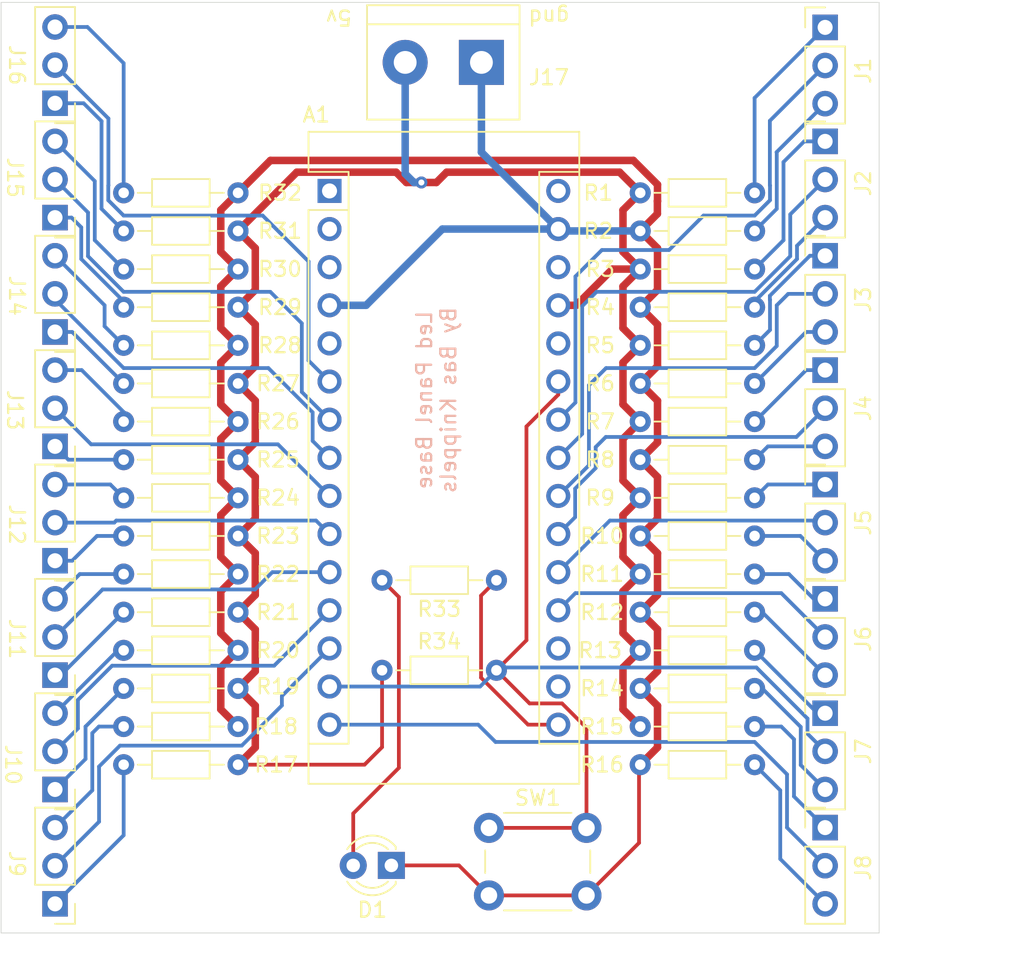
<source format=kicad_pcb>
(kicad_pcb (version 20171130) (host pcbnew "(5.1.6)-1")

  (general
    (thickness 1.6)
    (drawings 9)
    (tracks 329)
    (zones 0)
    (modules 58)
    (nets 63)
  )

  (page A4)
  (layers
    (0 F.Cu signal)
    (31 B.Cu signal)
    (32 B.Adhes user)
    (33 F.Adhes user)
    (34 B.Paste user)
    (35 F.Paste user)
    (36 B.SilkS user)
    (37 F.SilkS user)
    (38 B.Mask user)
    (39 F.Mask user)
    (40 Dwgs.User user)
    (41 Cmts.User user)
    (42 Eco1.User user)
    (43 Eco2.User user)
    (44 Edge.Cuts user)
    (45 Margin user)
    (46 B.CrtYd user)
    (47 F.CrtYd user)
    (48 B.Fab user)
    (49 F.Fab user hide)
  )

  (setup
    (last_trace_width 0.5)
    (user_trace_width 0.5)
    (trace_clearance 0.2)
    (zone_clearance 0.508)
    (zone_45_only no)
    (trace_min 0.2)
    (via_size 0.8)
    (via_drill 0.4)
    (via_min_size 0.4)
    (via_min_drill 0.3)
    (uvia_size 0.3)
    (uvia_drill 0.1)
    (uvias_allowed no)
    (uvia_min_size 0.2)
    (uvia_min_drill 0.1)
    (edge_width 0.05)
    (segment_width 0.2)
    (pcb_text_width 0.3)
    (pcb_text_size 1.5 1.5)
    (mod_edge_width 0.12)
    (mod_text_size 1 1)
    (mod_text_width 0.15)
    (pad_size 1.524 1.524)
    (pad_drill 0.762)
    (pad_to_mask_clearance 0.05)
    (aux_axis_origin 0 0)
    (visible_elements FFFFFF7F)
    (pcbplotparams
      (layerselection 0x010fc_ffffffff)
      (usegerberextensions false)
      (usegerberattributes true)
      (usegerberadvancedattributes true)
      (creategerberjobfile true)
      (excludeedgelayer true)
      (linewidth 0.100000)
      (plotframeref false)
      (viasonmask false)
      (mode 1)
      (useauxorigin false)
      (hpglpennumber 1)
      (hpglpenspeed 20)
      (hpglpendiameter 15.000000)
      (psnegative false)
      (psa4output false)
      (plotreference true)
      (plotvalue true)
      (plotinvisibletext false)
      (padsonsilk false)
      (subtractmaskfromsilk false)
      (outputformat 1)
      (mirror false)
      (drillshape 1)
      (scaleselection 1)
      (outputdirectory ""))
  )

  (net 0 "")
  (net 1 "Net-(A1-Pad16)")
  (net 2 "Net-(A1-Pad30)")
  (net 3 "Net-(A1-Pad28)")
  (net 4 "Net-(A1-Pad26)")
  (net 5 "Net-(A1-Pad25)")
  (net 6 "Net-(A1-Pad5)")
  (net 7 "Net-(A1-Pad3)")
  (net 8 "Net-(A1-Pad18)")
  (net 9 "Net-(A1-Pad2)")
  (net 10 "Net-(A1-Pad17)")
  (net 11 "Net-(A1-Pad1)")
  (net 12 "Net-(J1-Pad3)")
  (net 13 /led1)
  (net 14 "Net-(J1-Pad1)")
  (net 15 +5V)
  (net 16 GND)
  (net 17 "Net-(J2-Pad3)")
  (net 18 "Net-(J2-Pad1)")
  (net 19 "Net-(J3-Pad3)")
  (net 20 "Net-(J3-Pad1)")
  (net 21 "Net-(J4-Pad3)")
  (net 22 "Net-(J4-Pad1)")
  (net 23 "Net-(J5-Pad3)")
  (net 24 "Net-(J5-Pad1)")
  (net 25 "Net-(J6-Pad3)")
  (net 26 "Net-(J6-Pad1)")
  (net 27 "Net-(J7-Pad3)")
  (net 28 "Net-(J7-Pad1)")
  (net 29 "Net-(J8-Pad3)")
  (net 30 "Net-(J8-Pad1)")
  (net 31 "Net-(J9-Pad3)")
  (net 32 "Net-(J9-Pad1)")
  (net 33 "Net-(J10-Pad3)")
  (net 34 "Net-(J10-Pad1)")
  (net 35 "Net-(J11-Pad3)")
  (net 36 "Net-(J11-Pad1)")
  (net 37 "Net-(J12-Pad3)")
  (net 38 "Net-(J12-Pad1)")
  (net 39 "Net-(J13-Pad3)")
  (net 40 "Net-(J13-Pad1)")
  (net 41 "Net-(J14-Pad3)")
  (net 42 "Net-(J14-Pad1)")
  (net 43 "Net-(J15-Pad3)")
  (net 44 "Net-(J15-Pad1)")
  (net 45 "Net-(J16-Pad3)")
  (net 46 "Net-(J16-Pad1)")
  (net 47 /led2)
  (net 48 /led3)
  (net 49 /led4)
  (net 50 /led5)
  (net 51 /led6)
  (net 52 /led7)
  (net 53 /led8)
  (net 54 /led9)
  (net 55 /led10)
  (net 56 /led11)
  (net 57 /led12)
  (net 58 /led13)
  (net 59 /led14)
  (net 60 /led15)
  (net 61 /led16)
  (net 62 "Net-(D1-Pad2)")

  (net_class Default "This is the default net class."
    (clearance 0.2)
    (trace_width 0.25)
    (via_dia 0.8)
    (via_drill 0.4)
    (uvia_dia 0.3)
    (uvia_drill 0.1)
    (add_net +5V)
    (add_net /led1)
    (add_net /led10)
    (add_net /led11)
    (add_net /led12)
    (add_net /led13)
    (add_net /led14)
    (add_net /led15)
    (add_net /led16)
    (add_net /led2)
    (add_net /led3)
    (add_net /led4)
    (add_net /led5)
    (add_net /led6)
    (add_net /led7)
    (add_net /led8)
    (add_net /led9)
    (add_net GND)
    (add_net "Net-(A1-Pad1)")
    (add_net "Net-(A1-Pad16)")
    (add_net "Net-(A1-Pad17)")
    (add_net "Net-(A1-Pad18)")
    (add_net "Net-(A1-Pad2)")
    (add_net "Net-(A1-Pad25)")
    (add_net "Net-(A1-Pad26)")
    (add_net "Net-(A1-Pad28)")
    (add_net "Net-(A1-Pad3)")
    (add_net "Net-(A1-Pad30)")
    (add_net "Net-(A1-Pad5)")
    (add_net "Net-(D1-Pad2)")
    (add_net "Net-(J1-Pad1)")
    (add_net "Net-(J1-Pad3)")
    (add_net "Net-(J10-Pad1)")
    (add_net "Net-(J10-Pad3)")
    (add_net "Net-(J11-Pad1)")
    (add_net "Net-(J11-Pad3)")
    (add_net "Net-(J12-Pad1)")
    (add_net "Net-(J12-Pad3)")
    (add_net "Net-(J13-Pad1)")
    (add_net "Net-(J13-Pad3)")
    (add_net "Net-(J14-Pad1)")
    (add_net "Net-(J14-Pad3)")
    (add_net "Net-(J15-Pad1)")
    (add_net "Net-(J15-Pad3)")
    (add_net "Net-(J16-Pad1)")
    (add_net "Net-(J16-Pad3)")
    (add_net "Net-(J2-Pad1)")
    (add_net "Net-(J2-Pad3)")
    (add_net "Net-(J3-Pad1)")
    (add_net "Net-(J3-Pad3)")
    (add_net "Net-(J4-Pad1)")
    (add_net "Net-(J4-Pad3)")
    (add_net "Net-(J5-Pad1)")
    (add_net "Net-(J5-Pad3)")
    (add_net "Net-(J6-Pad1)")
    (add_net "Net-(J6-Pad3)")
    (add_net "Net-(J7-Pad1)")
    (add_net "Net-(J7-Pad3)")
    (add_net "Net-(J8-Pad1)")
    (add_net "Net-(J8-Pad3)")
    (add_net "Net-(J9-Pad1)")
    (add_net "Net-(J9-Pad3)")
  )

  (module TerminalBlock:TerminalBlock_bornier-2_P5.08mm (layer F.Cu) (tedit 59FF03AB) (tstamp 62434EC2)
    (at 193 51 180)
    (descr "simple 2-pin terminal block, pitch 5.08mm, revamped version of bornier2")
    (tags "terminal block bornier2")
    (path /6258161A)
    (fp_text reference J17 (at -4.5 -1) (layer F.SilkS)
      (effects (font (size 1 1) (thickness 0.15)))
    )
    (fp_text value Screw_Terminal_01x02 (at 2.54 5.08) (layer F.Fab)
      (effects (font (size 1 1) (thickness 0.15)))
    )
    (fp_text user %R (at 2.54 0) (layer F.Fab)
      (effects (font (size 1 1) (thickness 0.15)))
    )
    (fp_line (start -2.41 2.55) (end 7.49 2.55) (layer F.Fab) (width 0.1))
    (fp_line (start -2.46 -3.75) (end -2.46 3.75) (layer F.Fab) (width 0.1))
    (fp_line (start -2.46 3.75) (end 7.54 3.75) (layer F.Fab) (width 0.1))
    (fp_line (start 7.54 3.75) (end 7.54 -3.75) (layer F.Fab) (width 0.1))
    (fp_line (start 7.54 -3.75) (end -2.46 -3.75) (layer F.Fab) (width 0.1))
    (fp_line (start 7.62 2.54) (end -2.54 2.54) (layer F.SilkS) (width 0.12))
    (fp_line (start 7.62 3.81) (end 7.62 -3.81) (layer F.SilkS) (width 0.12))
    (fp_line (start 7.62 -3.81) (end -2.54 -3.81) (layer F.SilkS) (width 0.12))
    (fp_line (start -2.54 -3.81) (end -2.54 3.81) (layer F.SilkS) (width 0.12))
    (fp_line (start -2.54 3.81) (end 7.62 3.81) (layer F.SilkS) (width 0.12))
    (fp_line (start -2.71 -4) (end 7.79 -4) (layer F.CrtYd) (width 0.05))
    (fp_line (start -2.71 -4) (end -2.71 4) (layer F.CrtYd) (width 0.05))
    (fp_line (start 7.79 4) (end 7.79 -4) (layer F.CrtYd) (width 0.05))
    (fp_line (start 7.79 4) (end -2.71 4) (layer F.CrtYd) (width 0.05))
    (pad 2 thru_hole circle (at 5.08 0 180) (size 3 3) (drill 1.52) (layers *.Cu *.Mask)
      (net 15 +5V))
    (pad 1 thru_hole rect (at 0 0 180) (size 3 3) (drill 1.52) (layers *.Cu *.Mask)
      (net 16 GND))
    (model ${KISYS3DMOD}/TerminalBlock.3dshapes/TerminalBlock_bornier-2_P5.08mm.wrl
      (offset (xyz 2.539999961853027 0 0))
      (scale (xyz 1 1 1))
      (rotate (xyz 0 0 0))
    )
  )

  (module Button_Switch_THT:SW_PUSH_6mm_H4.3mm (layer F.Cu) (tedit 5A02FE31) (tstamp 62433DD2)
    (at 193.5 102)
    (descr "tactile push button, 6x6mm e.g. PHAP33xx series, height=4.3mm")
    (tags "tact sw push 6mm")
    (path /62545C0A)
    (fp_text reference SW1 (at 3.25 -2) (layer F.SilkS)
      (effects (font (size 1 1) (thickness 0.15)))
    )
    (fp_text value SW_SPST (at 3.75 6.7) (layer F.Fab)
      (effects (font (size 1 1) (thickness 0.15)))
    )
    (fp_text user %R (at 3.25 2.25) (layer F.Fab)
      (effects (font (size 1 1) (thickness 0.15)))
    )
    (fp_line (start 3.25 -0.75) (end 6.25 -0.75) (layer F.Fab) (width 0.1))
    (fp_line (start 6.25 -0.75) (end 6.25 5.25) (layer F.Fab) (width 0.1))
    (fp_line (start 6.25 5.25) (end 0.25 5.25) (layer F.Fab) (width 0.1))
    (fp_line (start 0.25 5.25) (end 0.25 -0.75) (layer F.Fab) (width 0.1))
    (fp_line (start 0.25 -0.75) (end 3.25 -0.75) (layer F.Fab) (width 0.1))
    (fp_line (start 7.75 6) (end 8 6) (layer F.CrtYd) (width 0.05))
    (fp_line (start 8 6) (end 8 5.75) (layer F.CrtYd) (width 0.05))
    (fp_line (start 7.75 -1.5) (end 8 -1.5) (layer F.CrtYd) (width 0.05))
    (fp_line (start 8 -1.5) (end 8 -1.25) (layer F.CrtYd) (width 0.05))
    (fp_line (start -1.5 -1.25) (end -1.5 -1.5) (layer F.CrtYd) (width 0.05))
    (fp_line (start -1.5 -1.5) (end -1.25 -1.5) (layer F.CrtYd) (width 0.05))
    (fp_line (start -1.5 5.75) (end -1.5 6) (layer F.CrtYd) (width 0.05))
    (fp_line (start -1.5 6) (end -1.25 6) (layer F.CrtYd) (width 0.05))
    (fp_line (start -1.25 -1.5) (end 7.75 -1.5) (layer F.CrtYd) (width 0.05))
    (fp_line (start -1.5 5.75) (end -1.5 -1.25) (layer F.CrtYd) (width 0.05))
    (fp_line (start 7.75 6) (end -1.25 6) (layer F.CrtYd) (width 0.05))
    (fp_line (start 8 -1.25) (end 8 5.75) (layer F.CrtYd) (width 0.05))
    (fp_line (start 1 5.5) (end 5.5 5.5) (layer F.SilkS) (width 0.12))
    (fp_line (start -0.25 1.5) (end -0.25 3) (layer F.SilkS) (width 0.12))
    (fp_line (start 5.5 -1) (end 1 -1) (layer F.SilkS) (width 0.12))
    (fp_line (start 6.75 3) (end 6.75 1.5) (layer F.SilkS) (width 0.12))
    (fp_circle (center 3.25 2.25) (end 1.25 2.5) (layer F.Fab) (width 0.1))
    (pad 1 thru_hole circle (at 6.5 0 90) (size 2 2) (drill 1.1) (layers *.Cu *.Mask)
      (net 5 "Net-(A1-Pad25)"))
    (pad 2 thru_hole circle (at 6.5 4.5 90) (size 2 2) (drill 1.1) (layers *.Cu *.Mask)
      (net 16 GND))
    (pad 1 thru_hole circle (at 0 0 90) (size 2 2) (drill 1.1) (layers *.Cu *.Mask)
      (net 5 "Net-(A1-Pad25)"))
    (pad 2 thru_hole circle (at 0 4.5 90) (size 2 2) (drill 1.1) (layers *.Cu *.Mask)
      (net 16 GND))
    (model ${KISYS3DMOD}/Button_Switch_THT.3dshapes/SW_PUSH_6mm_H4.3mm.wrl
      (at (xyz 0 0 0))
      (scale (xyz 1 1 1))
      (rotate (xyz 0 0 0))
    )
  )

  (module Resistor_THT:R_Axial_DIN0204_L3.6mm_D1.6mm_P7.62mm_Horizontal (layer F.Cu) (tedit 5AE5139B) (tstamp 62433DB3)
    (at 186.38 91.5)
    (descr "Resistor, Axial_DIN0204 series, Axial, Horizontal, pin pitch=7.62mm, 0.167W, length*diameter=3.6*1.6mm^2, http://cdn-reichelt.de/documents/datenblatt/B400/1_4W%23YAG.pdf")
    (tags "Resistor Axial_DIN0204 series Axial Horizontal pin pitch 7.62mm 0.167W length 3.6mm diameter 1.6mm")
    (path /62546D4F)
    (fp_text reference R34 (at 3.81 -1.92) (layer F.SilkS)
      (effects (font (size 1 1) (thickness 0.15)))
    )
    (fp_text value R (at 3.81 1.92) (layer F.Fab)
      (effects (font (size 1 1) (thickness 0.15)))
    )
    (fp_text user %R (at 3.81 0) (layer F.Fab)
      (effects (font (size 0.72 0.72) (thickness 0.108)))
    )
    (fp_line (start 2.01 -0.8) (end 2.01 0.8) (layer F.Fab) (width 0.1))
    (fp_line (start 2.01 0.8) (end 5.61 0.8) (layer F.Fab) (width 0.1))
    (fp_line (start 5.61 0.8) (end 5.61 -0.8) (layer F.Fab) (width 0.1))
    (fp_line (start 5.61 -0.8) (end 2.01 -0.8) (layer F.Fab) (width 0.1))
    (fp_line (start 0 0) (end 2.01 0) (layer F.Fab) (width 0.1))
    (fp_line (start 7.62 0) (end 5.61 0) (layer F.Fab) (width 0.1))
    (fp_line (start 1.89 -0.92) (end 1.89 0.92) (layer F.SilkS) (width 0.12))
    (fp_line (start 1.89 0.92) (end 5.73 0.92) (layer F.SilkS) (width 0.12))
    (fp_line (start 5.73 0.92) (end 5.73 -0.92) (layer F.SilkS) (width 0.12))
    (fp_line (start 5.73 -0.92) (end 1.89 -0.92) (layer F.SilkS) (width 0.12))
    (fp_line (start 0.94 0) (end 1.89 0) (layer F.SilkS) (width 0.12))
    (fp_line (start 6.68 0) (end 5.73 0) (layer F.SilkS) (width 0.12))
    (fp_line (start -0.95 -1.05) (end -0.95 1.05) (layer F.CrtYd) (width 0.05))
    (fp_line (start -0.95 1.05) (end 8.57 1.05) (layer F.CrtYd) (width 0.05))
    (fp_line (start 8.57 1.05) (end 8.57 -1.05) (layer F.CrtYd) (width 0.05))
    (fp_line (start 8.57 -1.05) (end -0.95 -1.05) (layer F.CrtYd) (width 0.05))
    (pad 2 thru_hole oval (at 7.62 0) (size 1.4 1.4) (drill 0.7) (layers *.Cu *.Mask)
      (net 5 "Net-(A1-Pad25)"))
    (pad 1 thru_hole circle (at 0 0) (size 1.4 1.4) (drill 0.7) (layers *.Cu *.Mask)
      (net 15 +5V))
    (model ${KISYS3DMOD}/Resistor_THT.3dshapes/R_Axial_DIN0204_L3.6mm_D1.6mm_P7.62mm_Horizontal.wrl
      (at (xyz 0 0 0))
      (scale (xyz 1 1 1))
      (rotate (xyz 0 0 0))
    )
  )

  (module Resistor_THT:R_Axial_DIN0204_L3.6mm_D1.6mm_P7.62mm_Horizontal (layer F.Cu) (tedit 5AE5139B) (tstamp 62433D9C)
    (at 194 85.5 180)
    (descr "Resistor, Axial_DIN0204 series, Axial, Horizontal, pin pitch=7.62mm, 0.167W, length*diameter=3.6*1.6mm^2, http://cdn-reichelt.de/documents/datenblatt/B400/1_4W%23YAG.pdf")
    (tags "Resistor Axial_DIN0204 series Axial Horizontal pin pitch 7.62mm 0.167W length 3.6mm diameter 1.6mm")
    (path /62565A73)
    (fp_text reference R33 (at 3.81 -1.92) (layer F.SilkS)
      (effects (font (size 1 1) (thickness 0.15)))
    )
    (fp_text value R (at 3.81 1.92) (layer F.Fab)
      (effects (font (size 1 1) (thickness 0.15)))
    )
    (fp_text user %R (at 3.81 0) (layer F.Fab)
      (effects (font (size 0.72 0.72) (thickness 0.108)))
    )
    (fp_line (start 2.01 -0.8) (end 2.01 0.8) (layer F.Fab) (width 0.1))
    (fp_line (start 2.01 0.8) (end 5.61 0.8) (layer F.Fab) (width 0.1))
    (fp_line (start 5.61 0.8) (end 5.61 -0.8) (layer F.Fab) (width 0.1))
    (fp_line (start 5.61 -0.8) (end 2.01 -0.8) (layer F.Fab) (width 0.1))
    (fp_line (start 0 0) (end 2.01 0) (layer F.Fab) (width 0.1))
    (fp_line (start 7.62 0) (end 5.61 0) (layer F.Fab) (width 0.1))
    (fp_line (start 1.89 -0.92) (end 1.89 0.92) (layer F.SilkS) (width 0.12))
    (fp_line (start 1.89 0.92) (end 5.73 0.92) (layer F.SilkS) (width 0.12))
    (fp_line (start 5.73 0.92) (end 5.73 -0.92) (layer F.SilkS) (width 0.12))
    (fp_line (start 5.73 -0.92) (end 1.89 -0.92) (layer F.SilkS) (width 0.12))
    (fp_line (start 0.94 0) (end 1.89 0) (layer F.SilkS) (width 0.12))
    (fp_line (start 6.68 0) (end 5.73 0) (layer F.SilkS) (width 0.12))
    (fp_line (start -0.95 -1.05) (end -0.95 1.05) (layer F.CrtYd) (width 0.05))
    (fp_line (start -0.95 1.05) (end 8.57 1.05) (layer F.CrtYd) (width 0.05))
    (fp_line (start 8.57 1.05) (end 8.57 -1.05) (layer F.CrtYd) (width 0.05))
    (fp_line (start 8.57 -1.05) (end -0.95 -1.05) (layer F.CrtYd) (width 0.05))
    (pad 2 thru_hole oval (at 7.62 0 180) (size 1.4 1.4) (drill 0.7) (layers *.Cu *.Mask)
      (net 62 "Net-(D1-Pad2)"))
    (pad 1 thru_hole circle (at 0 0 180) (size 1.4 1.4) (drill 0.7) (layers *.Cu *.Mask)
      (net 1 "Net-(A1-Pad16)"))
    (model ${KISYS3DMOD}/Resistor_THT.3dshapes/R_Axial_DIN0204_L3.6mm_D1.6mm_P7.62mm_Horizontal.wrl
      (at (xyz 0 0 0))
      (scale (xyz 1 1 1))
      (rotate (xyz 0 0 0))
    )
  )

  (module LED_THT:LED_D3.0mm (layer F.Cu) (tedit 587A3A7B) (tstamp 62433545)
    (at 187 104.5 180)
    (descr "LED, diameter 3.0mm, 2 pins")
    (tags "LED diameter 3.0mm 2 pins")
    (path /62566976)
    (fp_text reference D1 (at 1.27 -2.96) (layer F.SilkS)
      (effects (font (size 1 1) (thickness 0.15)))
    )
    (fp_text value LED (at 1.27 2.96) (layer F.Fab)
      (effects (font (size 1 1) (thickness 0.15)))
    )
    (fp_arc (start 1.27 0) (end 0.229039 1.08) (angle -87.9) (layer F.SilkS) (width 0.12))
    (fp_arc (start 1.27 0) (end 0.229039 -1.08) (angle 87.9) (layer F.SilkS) (width 0.12))
    (fp_arc (start 1.27 0) (end -0.29 1.235516) (angle -108.8) (layer F.SilkS) (width 0.12))
    (fp_arc (start 1.27 0) (end -0.29 -1.235516) (angle 108.8) (layer F.SilkS) (width 0.12))
    (fp_arc (start 1.27 0) (end -0.23 -1.16619) (angle 284.3) (layer F.Fab) (width 0.1))
    (fp_circle (center 1.27 0) (end 2.77 0) (layer F.Fab) (width 0.1))
    (fp_line (start -0.23 -1.16619) (end -0.23 1.16619) (layer F.Fab) (width 0.1))
    (fp_line (start -0.29 -1.236) (end -0.29 -1.08) (layer F.SilkS) (width 0.12))
    (fp_line (start -0.29 1.08) (end -0.29 1.236) (layer F.SilkS) (width 0.12))
    (fp_line (start -1.15 -2.25) (end -1.15 2.25) (layer F.CrtYd) (width 0.05))
    (fp_line (start -1.15 2.25) (end 3.7 2.25) (layer F.CrtYd) (width 0.05))
    (fp_line (start 3.7 2.25) (end 3.7 -2.25) (layer F.CrtYd) (width 0.05))
    (fp_line (start 3.7 -2.25) (end -1.15 -2.25) (layer F.CrtYd) (width 0.05))
    (pad 2 thru_hole circle (at 2.54 0 180) (size 1.8 1.8) (drill 0.9) (layers *.Cu *.Mask)
      (net 62 "Net-(D1-Pad2)"))
    (pad 1 thru_hole rect (at 0 0 180) (size 1.8 1.8) (drill 0.9) (layers *.Cu *.Mask)
      (net 16 GND))
    (model ${KISYS3DMOD}/LED_THT.3dshapes/LED_D3.0mm.wrl
      (at (xyz 0 0 0))
      (scale (xyz 1 1 1))
      (rotate (xyz 0 0 0))
    )
  )

  (module MountingHole:MountingHole_3.2mm_M3 (layer F.Cu) (tedit 56D1B4CB) (tstamp 62432953)
    (at 207.5 50.5)
    (descr "Mounting Hole 3.2mm, no annular, M3")
    (tags "mounting hole 3.2mm no annular m3")
    (attr virtual)
    (fp_text reference REF** (at 0 -4.2) (layer F.Fab)
      (effects (font (size 1 1) (thickness 0.15)))
    )
    (fp_text value MountingHole_3.2mm_M3 (at 0 4.2) (layer F.Fab)
      (effects (font (size 1 1) (thickness 0.15)))
    )
    (fp_circle (center 0 0) (end 3.2 0) (layer Cmts.User) (width 0.15))
    (fp_circle (center 0 0) (end 3.45 0) (layer F.CrtYd) (width 0.05))
    (fp_text user %R (at 0.3 0) (layer F.Fab)
      (effects (font (size 1 1) (thickness 0.15)))
    )
    (pad 1 np_thru_hole circle (at 0 0) (size 3.2 3.2) (drill 3.2) (layers *.Cu *.Mask))
  )

  (module MountingHole:MountingHole_3.2mm_M3 (layer F.Cu) (tedit 56D1B4CB) (tstamp 62432953)
    (at 173 50.5)
    (descr "Mounting Hole 3.2mm, no annular, M3")
    (tags "mounting hole 3.2mm no annular m3")
    (attr virtual)
    (fp_text reference REF** (at 0 -4.2) (layer F.Fab)
      (effects (font (size 1 1) (thickness 0.15)))
    )
    (fp_text value MountingHole_3.2mm_M3 (at 0 4.2) (layer F.Fab)
      (effects (font (size 1 1) (thickness 0.15)))
    )
    (fp_circle (center 0 0) (end 3.2 0) (layer Cmts.User) (width 0.15))
    (fp_circle (center 0 0) (end 3.45 0) (layer F.CrtYd) (width 0.05))
    (fp_text user %R (at 0.3 0) (layer F.Fab)
      (effects (font (size 1 1) (thickness 0.15)))
    )
    (pad 1 np_thru_hole circle (at 0 0) (size 3.2 3.2) (drill 3.2) (layers *.Cu *.Mask))
  )

  (module MountingHole:MountingHole_3.2mm_M3 (layer F.Cu) (tedit 56D1B4CB) (tstamp 62432953)
    (at 173 105.5)
    (descr "Mounting Hole 3.2mm, no annular, M3")
    (tags "mounting hole 3.2mm no annular m3")
    (attr virtual)
    (fp_text reference REF** (at 0 -4.2) (layer F.Fab)
      (effects (font (size 1 1) (thickness 0.15)))
    )
    (fp_text value MountingHole_3.2mm_M3 (at 0 4.2) (layer F.Fab)
      (effects (font (size 1 1) (thickness 0.15)))
    )
    (fp_circle (center 0 0) (end 3.2 0) (layer Cmts.User) (width 0.15))
    (fp_circle (center 0 0) (end 3.45 0) (layer F.CrtYd) (width 0.05))
    (fp_text user %R (at 0.3 0) (layer F.Fab)
      (effects (font (size 1 1) (thickness 0.15)))
    )
    (pad 1 np_thru_hole circle (at 0 0) (size 3.2 3.2) (drill 3.2) (layers *.Cu *.Mask))
  )

  (module MountingHole:MountingHole_3.2mm_M3 (layer F.Cu) (tedit 56D1B4CB) (tstamp 6243293C)
    (at 207.5 105.5)
    (descr "Mounting Hole 3.2mm, no annular, M3")
    (tags "mounting hole 3.2mm no annular m3")
    (attr virtual)
    (fp_text reference REF** (at 0 -4.2) (layer F.Fab)
      (effects (font (size 1 1) (thickness 0.15)))
    )
    (fp_text value MountingHole_3.2mm_M3 (at 0 4.2) (layer F.Fab)
      (effects (font (size 1 1) (thickness 0.15)))
    )
    (fp_text user %R (at 0.3 0) (layer F.Fab)
      (effects (font (size 1 1) (thickness 0.15)))
    )
    (fp_circle (center 0 0) (end 3.2 0) (layer Cmts.User) (width 0.15))
    (fp_circle (center 0 0) (end 3.45 0) (layer F.CrtYd) (width 0.05))
    (pad 1 np_thru_hole circle (at 0 0) (size 3.2 3.2) (drill 3.2) (layers *.Cu *.Mask))
  )

  (module Resistor_THT:R_Axial_DIN0204_L3.6mm_D1.6mm_P7.62mm_Horizontal (layer F.Cu) (tedit 5AE5139B) (tstamp 624294B8)
    (at 176.784 59.69 180)
    (descr "Resistor, Axial_DIN0204 series, Axial, Horizontal, pin pitch=7.62mm, 0.167W, length*diameter=3.6*1.6mm^2, http://cdn-reichelt.de/documents/datenblatt/B400/1_4W%23YAG.pdf")
    (tags "Resistor Axial_DIN0204 series Axial Horizontal pin pitch 7.62mm 0.167W length 3.6mm diameter 1.6mm")
    (path /6246F73D)
    (fp_text reference R32 (at -2.794 0) (layer F.SilkS)
      (effects (font (size 1 1) (thickness 0.15)))
    )
    (fp_text value R (at 3.81 1.92) (layer F.Fab)
      (effects (font (size 1 1) (thickness 0.15)))
    )
    (fp_text user %R (at 3.81 0) (layer F.Fab)
      (effects (font (size 0.72 0.72) (thickness 0.108)))
    )
    (fp_line (start 2.01 -0.8) (end 2.01 0.8) (layer F.Fab) (width 0.1))
    (fp_line (start 2.01 0.8) (end 5.61 0.8) (layer F.Fab) (width 0.1))
    (fp_line (start 5.61 0.8) (end 5.61 -0.8) (layer F.Fab) (width 0.1))
    (fp_line (start 5.61 -0.8) (end 2.01 -0.8) (layer F.Fab) (width 0.1))
    (fp_line (start 0 0) (end 2.01 0) (layer F.Fab) (width 0.1))
    (fp_line (start 7.62 0) (end 5.61 0) (layer F.Fab) (width 0.1))
    (fp_line (start 1.89 -0.92) (end 1.89 0.92) (layer F.SilkS) (width 0.12))
    (fp_line (start 1.89 0.92) (end 5.73 0.92) (layer F.SilkS) (width 0.12))
    (fp_line (start 5.73 0.92) (end 5.73 -0.92) (layer F.SilkS) (width 0.12))
    (fp_line (start 5.73 -0.92) (end 1.89 -0.92) (layer F.SilkS) (width 0.12))
    (fp_line (start 0.94 0) (end 1.89 0) (layer F.SilkS) (width 0.12))
    (fp_line (start 6.68 0) (end 5.73 0) (layer F.SilkS) (width 0.12))
    (fp_line (start -0.95 -1.05) (end -0.95 1.05) (layer F.CrtYd) (width 0.05))
    (fp_line (start -0.95 1.05) (end 8.57 1.05) (layer F.CrtYd) (width 0.05))
    (fp_line (start 8.57 1.05) (end 8.57 -1.05) (layer F.CrtYd) (width 0.05))
    (fp_line (start 8.57 -1.05) (end -0.95 -1.05) (layer F.CrtYd) (width 0.05))
    (pad 2 thru_hole oval (at 7.62 0 180) (size 1.4 1.4) (drill 0.7) (layers *.Cu *.Mask)
      (net 45 "Net-(J16-Pad3)"))
    (pad 1 thru_hole circle (at 0 0 180) (size 1.4 1.4) (drill 0.7) (layers *.Cu *.Mask)
      (net 16 GND))
    (model ${KISYS3DMOD}/Resistor_THT.3dshapes/R_Axial_DIN0204_L3.6mm_D1.6mm_P7.62mm_Horizontal.wrl
      (at (xyz 0 0 0))
      (scale (xyz 1 1 1))
      (rotate (xyz 0 0 0))
    )
  )

  (module Resistor_THT:R_Axial_DIN0204_L3.6mm_D1.6mm_P7.62mm_Horizontal (layer F.Cu) (tedit 5AE5139B) (tstamp 624294A1)
    (at 176.784 62.23 180)
    (descr "Resistor, Axial_DIN0204 series, Axial, Horizontal, pin pitch=7.62mm, 0.167W, length*diameter=3.6*1.6mm^2, http://cdn-reichelt.de/documents/datenblatt/B400/1_4W%23YAG.pdf")
    (tags "Resistor Axial_DIN0204 series Axial Horizontal pin pitch 7.62mm 0.167W length 3.6mm diameter 1.6mm")
    (path /6246F725)
    (fp_text reference R31 (at -2.794 0) (layer F.SilkS)
      (effects (font (size 1 1) (thickness 0.15)))
    )
    (fp_text value R (at 3.81 1.92) (layer F.Fab)
      (effects (font (size 1 1) (thickness 0.15)))
    )
    (fp_text user %R (at 3.81 0) (layer F.Fab)
      (effects (font (size 0.72 0.72) (thickness 0.108)))
    )
    (fp_line (start 2.01 -0.8) (end 2.01 0.8) (layer F.Fab) (width 0.1))
    (fp_line (start 2.01 0.8) (end 5.61 0.8) (layer F.Fab) (width 0.1))
    (fp_line (start 5.61 0.8) (end 5.61 -0.8) (layer F.Fab) (width 0.1))
    (fp_line (start 5.61 -0.8) (end 2.01 -0.8) (layer F.Fab) (width 0.1))
    (fp_line (start 0 0) (end 2.01 0) (layer F.Fab) (width 0.1))
    (fp_line (start 7.62 0) (end 5.61 0) (layer F.Fab) (width 0.1))
    (fp_line (start 1.89 -0.92) (end 1.89 0.92) (layer F.SilkS) (width 0.12))
    (fp_line (start 1.89 0.92) (end 5.73 0.92) (layer F.SilkS) (width 0.12))
    (fp_line (start 5.73 0.92) (end 5.73 -0.92) (layer F.SilkS) (width 0.12))
    (fp_line (start 5.73 -0.92) (end 1.89 -0.92) (layer F.SilkS) (width 0.12))
    (fp_line (start 0.94 0) (end 1.89 0) (layer F.SilkS) (width 0.12))
    (fp_line (start 6.68 0) (end 5.73 0) (layer F.SilkS) (width 0.12))
    (fp_line (start -0.95 -1.05) (end -0.95 1.05) (layer F.CrtYd) (width 0.05))
    (fp_line (start -0.95 1.05) (end 8.57 1.05) (layer F.CrtYd) (width 0.05))
    (fp_line (start 8.57 1.05) (end 8.57 -1.05) (layer F.CrtYd) (width 0.05))
    (fp_line (start 8.57 -1.05) (end -0.95 -1.05) (layer F.CrtYd) (width 0.05))
    (pad 2 thru_hole oval (at 7.62 0 180) (size 1.4 1.4) (drill 0.7) (layers *.Cu *.Mask)
      (net 46 "Net-(J16-Pad1)"))
    (pad 1 thru_hole circle (at 0 0 180) (size 1.4 1.4) (drill 0.7) (layers *.Cu *.Mask)
      (net 15 +5V))
    (model ${KISYS3DMOD}/Resistor_THT.3dshapes/R_Axial_DIN0204_L3.6mm_D1.6mm_P7.62mm_Horizontal.wrl
      (at (xyz 0 0 0))
      (scale (xyz 1 1 1))
      (rotate (xyz 0 0 0))
    )
  )

  (module Resistor_THT:R_Axial_DIN0204_L3.6mm_D1.6mm_P7.62mm_Horizontal (layer F.Cu) (tedit 5AE5139B) (tstamp 6242948A)
    (at 176.784 64.77 180)
    (descr "Resistor, Axial_DIN0204 series, Axial, Horizontal, pin pitch=7.62mm, 0.167W, length*diameter=3.6*1.6mm^2, http://cdn-reichelt.de/documents/datenblatt/B400/1_4W%23YAG.pdf")
    (tags "Resistor Axial_DIN0204 series Axial Horizontal pin pitch 7.62mm 0.167W length 3.6mm diameter 1.6mm")
    (path /6246F707)
    (fp_text reference R30 (at -2.794 0) (layer F.SilkS)
      (effects (font (size 1 1) (thickness 0.15)))
    )
    (fp_text value R (at 3.81 1.92) (layer F.Fab)
      (effects (font (size 1 1) (thickness 0.15)))
    )
    (fp_text user %R (at 3.81 0) (layer F.Fab)
      (effects (font (size 0.72 0.72) (thickness 0.108)))
    )
    (fp_line (start 2.01 -0.8) (end 2.01 0.8) (layer F.Fab) (width 0.1))
    (fp_line (start 2.01 0.8) (end 5.61 0.8) (layer F.Fab) (width 0.1))
    (fp_line (start 5.61 0.8) (end 5.61 -0.8) (layer F.Fab) (width 0.1))
    (fp_line (start 5.61 -0.8) (end 2.01 -0.8) (layer F.Fab) (width 0.1))
    (fp_line (start 0 0) (end 2.01 0) (layer F.Fab) (width 0.1))
    (fp_line (start 7.62 0) (end 5.61 0) (layer F.Fab) (width 0.1))
    (fp_line (start 1.89 -0.92) (end 1.89 0.92) (layer F.SilkS) (width 0.12))
    (fp_line (start 1.89 0.92) (end 5.73 0.92) (layer F.SilkS) (width 0.12))
    (fp_line (start 5.73 0.92) (end 5.73 -0.92) (layer F.SilkS) (width 0.12))
    (fp_line (start 5.73 -0.92) (end 1.89 -0.92) (layer F.SilkS) (width 0.12))
    (fp_line (start 0.94 0) (end 1.89 0) (layer F.SilkS) (width 0.12))
    (fp_line (start 6.68 0) (end 5.73 0) (layer F.SilkS) (width 0.12))
    (fp_line (start -0.95 -1.05) (end -0.95 1.05) (layer F.CrtYd) (width 0.05))
    (fp_line (start -0.95 1.05) (end 8.57 1.05) (layer F.CrtYd) (width 0.05))
    (fp_line (start 8.57 1.05) (end 8.57 -1.05) (layer F.CrtYd) (width 0.05))
    (fp_line (start 8.57 -1.05) (end -0.95 -1.05) (layer F.CrtYd) (width 0.05))
    (pad 2 thru_hole oval (at 7.62 0 180) (size 1.4 1.4) (drill 0.7) (layers *.Cu *.Mask)
      (net 43 "Net-(J15-Pad3)"))
    (pad 1 thru_hole circle (at 0 0 180) (size 1.4 1.4) (drill 0.7) (layers *.Cu *.Mask)
      (net 16 GND))
    (model ${KISYS3DMOD}/Resistor_THT.3dshapes/R_Axial_DIN0204_L3.6mm_D1.6mm_P7.62mm_Horizontal.wrl
      (at (xyz 0 0 0))
      (scale (xyz 1 1 1))
      (rotate (xyz 0 0 0))
    )
  )

  (module Resistor_THT:R_Axial_DIN0204_L3.6mm_D1.6mm_P7.62mm_Horizontal (layer F.Cu) (tedit 5AE5139B) (tstamp 62429473)
    (at 176.784 67.31 180)
    (descr "Resistor, Axial_DIN0204 series, Axial, Horizontal, pin pitch=7.62mm, 0.167W, length*diameter=3.6*1.6mm^2, http://cdn-reichelt.de/documents/datenblatt/B400/1_4W%23YAG.pdf")
    (tags "Resistor Axial_DIN0204 series Axial Horizontal pin pitch 7.62mm 0.167W length 3.6mm diameter 1.6mm")
    (path /6246F701)
    (fp_text reference R29 (at -2.794 0) (layer F.SilkS)
      (effects (font (size 1 1) (thickness 0.15)))
    )
    (fp_text value R (at 3.81 1.92) (layer F.Fab)
      (effects (font (size 1 1) (thickness 0.15)))
    )
    (fp_text user %R (at 3.81 0) (layer F.Fab)
      (effects (font (size 0.72 0.72) (thickness 0.108)))
    )
    (fp_line (start 2.01 -0.8) (end 2.01 0.8) (layer F.Fab) (width 0.1))
    (fp_line (start 2.01 0.8) (end 5.61 0.8) (layer F.Fab) (width 0.1))
    (fp_line (start 5.61 0.8) (end 5.61 -0.8) (layer F.Fab) (width 0.1))
    (fp_line (start 5.61 -0.8) (end 2.01 -0.8) (layer F.Fab) (width 0.1))
    (fp_line (start 0 0) (end 2.01 0) (layer F.Fab) (width 0.1))
    (fp_line (start 7.62 0) (end 5.61 0) (layer F.Fab) (width 0.1))
    (fp_line (start 1.89 -0.92) (end 1.89 0.92) (layer F.SilkS) (width 0.12))
    (fp_line (start 1.89 0.92) (end 5.73 0.92) (layer F.SilkS) (width 0.12))
    (fp_line (start 5.73 0.92) (end 5.73 -0.92) (layer F.SilkS) (width 0.12))
    (fp_line (start 5.73 -0.92) (end 1.89 -0.92) (layer F.SilkS) (width 0.12))
    (fp_line (start 0.94 0) (end 1.89 0) (layer F.SilkS) (width 0.12))
    (fp_line (start 6.68 0) (end 5.73 0) (layer F.SilkS) (width 0.12))
    (fp_line (start -0.95 -1.05) (end -0.95 1.05) (layer F.CrtYd) (width 0.05))
    (fp_line (start -0.95 1.05) (end 8.57 1.05) (layer F.CrtYd) (width 0.05))
    (fp_line (start 8.57 1.05) (end 8.57 -1.05) (layer F.CrtYd) (width 0.05))
    (fp_line (start 8.57 -1.05) (end -0.95 -1.05) (layer F.CrtYd) (width 0.05))
    (pad 2 thru_hole oval (at 7.62 0 180) (size 1.4 1.4) (drill 0.7) (layers *.Cu *.Mask)
      (net 44 "Net-(J15-Pad1)"))
    (pad 1 thru_hole circle (at 0 0 180) (size 1.4 1.4) (drill 0.7) (layers *.Cu *.Mask)
      (net 15 +5V))
    (model ${KISYS3DMOD}/Resistor_THT.3dshapes/R_Axial_DIN0204_L3.6mm_D1.6mm_P7.62mm_Horizontal.wrl
      (at (xyz 0 0 0))
      (scale (xyz 1 1 1))
      (rotate (xyz 0 0 0))
    )
  )

  (module Resistor_THT:R_Axial_DIN0204_L3.6mm_D1.6mm_P7.62mm_Horizontal (layer F.Cu) (tedit 5AE5139B) (tstamp 6242945C)
    (at 176.784 69.85 180)
    (descr "Resistor, Axial_DIN0204 series, Axial, Horizontal, pin pitch=7.62mm, 0.167W, length*diameter=3.6*1.6mm^2, http://cdn-reichelt.de/documents/datenblatt/B400/1_4W%23YAG.pdf")
    (tags "Resistor Axial_DIN0204 series Axial Horizontal pin pitch 7.62mm 0.167W length 3.6mm diameter 1.6mm")
    (path /6246F6F5)
    (fp_text reference R28 (at -2.794 0) (layer F.SilkS)
      (effects (font (size 1 1) (thickness 0.15)))
    )
    (fp_text value R (at 3.81 1.92) (layer F.Fab)
      (effects (font (size 1 1) (thickness 0.15)))
    )
    (fp_text user %R (at 3.81 0) (layer F.Fab)
      (effects (font (size 0.72 0.72) (thickness 0.108)))
    )
    (fp_line (start 2.01 -0.8) (end 2.01 0.8) (layer F.Fab) (width 0.1))
    (fp_line (start 2.01 0.8) (end 5.61 0.8) (layer F.Fab) (width 0.1))
    (fp_line (start 5.61 0.8) (end 5.61 -0.8) (layer F.Fab) (width 0.1))
    (fp_line (start 5.61 -0.8) (end 2.01 -0.8) (layer F.Fab) (width 0.1))
    (fp_line (start 0 0) (end 2.01 0) (layer F.Fab) (width 0.1))
    (fp_line (start 7.62 0) (end 5.61 0) (layer F.Fab) (width 0.1))
    (fp_line (start 1.89 -0.92) (end 1.89 0.92) (layer F.SilkS) (width 0.12))
    (fp_line (start 1.89 0.92) (end 5.73 0.92) (layer F.SilkS) (width 0.12))
    (fp_line (start 5.73 0.92) (end 5.73 -0.92) (layer F.SilkS) (width 0.12))
    (fp_line (start 5.73 -0.92) (end 1.89 -0.92) (layer F.SilkS) (width 0.12))
    (fp_line (start 0.94 0) (end 1.89 0) (layer F.SilkS) (width 0.12))
    (fp_line (start 6.68 0) (end 5.73 0) (layer F.SilkS) (width 0.12))
    (fp_line (start -0.95 -1.05) (end -0.95 1.05) (layer F.CrtYd) (width 0.05))
    (fp_line (start -0.95 1.05) (end 8.57 1.05) (layer F.CrtYd) (width 0.05))
    (fp_line (start 8.57 1.05) (end 8.57 -1.05) (layer F.CrtYd) (width 0.05))
    (fp_line (start 8.57 -1.05) (end -0.95 -1.05) (layer F.CrtYd) (width 0.05))
    (pad 2 thru_hole oval (at 7.62 0 180) (size 1.4 1.4) (drill 0.7) (layers *.Cu *.Mask)
      (net 41 "Net-(J14-Pad3)"))
    (pad 1 thru_hole circle (at 0 0 180) (size 1.4 1.4) (drill 0.7) (layers *.Cu *.Mask)
      (net 16 GND))
    (model ${KISYS3DMOD}/Resistor_THT.3dshapes/R_Axial_DIN0204_L3.6mm_D1.6mm_P7.62mm_Horizontal.wrl
      (at (xyz 0 0 0))
      (scale (xyz 1 1 1))
      (rotate (xyz 0 0 0))
    )
  )

  (module Resistor_THT:R_Axial_DIN0204_L3.6mm_D1.6mm_P7.62mm_Horizontal (layer F.Cu) (tedit 5AE5139B) (tstamp 62429445)
    (at 176.784 72.39 180)
    (descr "Resistor, Axial_DIN0204 series, Axial, Horizontal, pin pitch=7.62mm, 0.167W, length*diameter=3.6*1.6mm^2, http://cdn-reichelt.de/documents/datenblatt/B400/1_4W%23YAG.pdf")
    (tags "Resistor Axial_DIN0204 series Axial Horizontal pin pitch 7.62mm 0.167W length 3.6mm diameter 1.6mm")
    (path /6246F6DD)
    (fp_text reference R27 (at -2.667 0) (layer F.SilkS)
      (effects (font (size 1 1) (thickness 0.15)))
    )
    (fp_text value R (at 3.81 1.92) (layer F.Fab)
      (effects (font (size 1 1) (thickness 0.15)))
    )
    (fp_text user %R (at 3.81 0) (layer F.Fab)
      (effects (font (size 0.72 0.72) (thickness 0.108)))
    )
    (fp_line (start 2.01 -0.8) (end 2.01 0.8) (layer F.Fab) (width 0.1))
    (fp_line (start 2.01 0.8) (end 5.61 0.8) (layer F.Fab) (width 0.1))
    (fp_line (start 5.61 0.8) (end 5.61 -0.8) (layer F.Fab) (width 0.1))
    (fp_line (start 5.61 -0.8) (end 2.01 -0.8) (layer F.Fab) (width 0.1))
    (fp_line (start 0 0) (end 2.01 0) (layer F.Fab) (width 0.1))
    (fp_line (start 7.62 0) (end 5.61 0) (layer F.Fab) (width 0.1))
    (fp_line (start 1.89 -0.92) (end 1.89 0.92) (layer F.SilkS) (width 0.12))
    (fp_line (start 1.89 0.92) (end 5.73 0.92) (layer F.SilkS) (width 0.12))
    (fp_line (start 5.73 0.92) (end 5.73 -0.92) (layer F.SilkS) (width 0.12))
    (fp_line (start 5.73 -0.92) (end 1.89 -0.92) (layer F.SilkS) (width 0.12))
    (fp_line (start 0.94 0) (end 1.89 0) (layer F.SilkS) (width 0.12))
    (fp_line (start 6.68 0) (end 5.73 0) (layer F.SilkS) (width 0.12))
    (fp_line (start -0.95 -1.05) (end -0.95 1.05) (layer F.CrtYd) (width 0.05))
    (fp_line (start -0.95 1.05) (end 8.57 1.05) (layer F.CrtYd) (width 0.05))
    (fp_line (start 8.57 1.05) (end 8.57 -1.05) (layer F.CrtYd) (width 0.05))
    (fp_line (start 8.57 -1.05) (end -0.95 -1.05) (layer F.CrtYd) (width 0.05))
    (pad 2 thru_hole oval (at 7.62 0 180) (size 1.4 1.4) (drill 0.7) (layers *.Cu *.Mask)
      (net 42 "Net-(J14-Pad1)"))
    (pad 1 thru_hole circle (at 0 0 180) (size 1.4 1.4) (drill 0.7) (layers *.Cu *.Mask)
      (net 15 +5V))
    (model ${KISYS3DMOD}/Resistor_THT.3dshapes/R_Axial_DIN0204_L3.6mm_D1.6mm_P7.62mm_Horizontal.wrl
      (at (xyz 0 0 0))
      (scale (xyz 1 1 1))
      (rotate (xyz 0 0 0))
    )
  )

  (module Resistor_THT:R_Axial_DIN0204_L3.6mm_D1.6mm_P7.62mm_Horizontal (layer F.Cu) (tedit 5AE5139B) (tstamp 6242942E)
    (at 176.784 74.93 180)
    (descr "Resistor, Axial_DIN0204 series, Axial, Horizontal, pin pitch=7.62mm, 0.167W, length*diameter=3.6*1.6mm^2, http://cdn-reichelt.de/documents/datenblatt/B400/1_4W%23YAG.pdf")
    (tags "Resistor Axial_DIN0204 series Axial Horizontal pin pitch 7.62mm 0.167W length 3.6mm diameter 1.6mm")
    (path /6246F6BF)
    (fp_text reference R26 (at -2.667 0) (layer F.SilkS)
      (effects (font (size 1 1) (thickness 0.15)))
    )
    (fp_text value R (at 3.81 1.92) (layer F.Fab)
      (effects (font (size 1 1) (thickness 0.15)))
    )
    (fp_text user %R (at 3.81 0) (layer F.Fab)
      (effects (font (size 0.72 0.72) (thickness 0.108)))
    )
    (fp_line (start 2.01 -0.8) (end 2.01 0.8) (layer F.Fab) (width 0.1))
    (fp_line (start 2.01 0.8) (end 5.61 0.8) (layer F.Fab) (width 0.1))
    (fp_line (start 5.61 0.8) (end 5.61 -0.8) (layer F.Fab) (width 0.1))
    (fp_line (start 5.61 -0.8) (end 2.01 -0.8) (layer F.Fab) (width 0.1))
    (fp_line (start 0 0) (end 2.01 0) (layer F.Fab) (width 0.1))
    (fp_line (start 7.62 0) (end 5.61 0) (layer F.Fab) (width 0.1))
    (fp_line (start 1.89 -0.92) (end 1.89 0.92) (layer F.SilkS) (width 0.12))
    (fp_line (start 1.89 0.92) (end 5.73 0.92) (layer F.SilkS) (width 0.12))
    (fp_line (start 5.73 0.92) (end 5.73 -0.92) (layer F.SilkS) (width 0.12))
    (fp_line (start 5.73 -0.92) (end 1.89 -0.92) (layer F.SilkS) (width 0.12))
    (fp_line (start 0.94 0) (end 1.89 0) (layer F.SilkS) (width 0.12))
    (fp_line (start 6.68 0) (end 5.73 0) (layer F.SilkS) (width 0.12))
    (fp_line (start -0.95 -1.05) (end -0.95 1.05) (layer F.CrtYd) (width 0.05))
    (fp_line (start -0.95 1.05) (end 8.57 1.05) (layer F.CrtYd) (width 0.05))
    (fp_line (start 8.57 1.05) (end 8.57 -1.05) (layer F.CrtYd) (width 0.05))
    (fp_line (start 8.57 -1.05) (end -0.95 -1.05) (layer F.CrtYd) (width 0.05))
    (pad 2 thru_hole oval (at 7.62 0 180) (size 1.4 1.4) (drill 0.7) (layers *.Cu *.Mask)
      (net 39 "Net-(J13-Pad3)"))
    (pad 1 thru_hole circle (at 0 0 180) (size 1.4 1.4) (drill 0.7) (layers *.Cu *.Mask)
      (net 16 GND))
    (model ${KISYS3DMOD}/Resistor_THT.3dshapes/R_Axial_DIN0204_L3.6mm_D1.6mm_P7.62mm_Horizontal.wrl
      (at (xyz 0 0 0))
      (scale (xyz 1 1 1))
      (rotate (xyz 0 0 0))
    )
  )

  (module Resistor_THT:R_Axial_DIN0204_L3.6mm_D1.6mm_P7.62mm_Horizontal (layer F.Cu) (tedit 5AE5139B) (tstamp 62429417)
    (at 176.784 77.47 180)
    (descr "Resistor, Axial_DIN0204 series, Axial, Horizontal, pin pitch=7.62mm, 0.167W, length*diameter=3.6*1.6mm^2, http://cdn-reichelt.de/documents/datenblatt/B400/1_4W%23YAG.pdf")
    (tags "Resistor Axial_DIN0204 series Axial Horizontal pin pitch 7.62mm 0.167W length 3.6mm diameter 1.6mm")
    (path /6246F6B9)
    (fp_text reference R25 (at -2.667 0) (layer F.SilkS)
      (effects (font (size 1 1) (thickness 0.15)))
    )
    (fp_text value R (at 3.81 1.92) (layer F.Fab)
      (effects (font (size 1 1) (thickness 0.15)))
    )
    (fp_text user %R (at 3.81 0) (layer F.Fab)
      (effects (font (size 0.72 0.72) (thickness 0.108)))
    )
    (fp_line (start 2.01 -0.8) (end 2.01 0.8) (layer F.Fab) (width 0.1))
    (fp_line (start 2.01 0.8) (end 5.61 0.8) (layer F.Fab) (width 0.1))
    (fp_line (start 5.61 0.8) (end 5.61 -0.8) (layer F.Fab) (width 0.1))
    (fp_line (start 5.61 -0.8) (end 2.01 -0.8) (layer F.Fab) (width 0.1))
    (fp_line (start 0 0) (end 2.01 0) (layer F.Fab) (width 0.1))
    (fp_line (start 7.62 0) (end 5.61 0) (layer F.Fab) (width 0.1))
    (fp_line (start 1.89 -0.92) (end 1.89 0.92) (layer F.SilkS) (width 0.12))
    (fp_line (start 1.89 0.92) (end 5.73 0.92) (layer F.SilkS) (width 0.12))
    (fp_line (start 5.73 0.92) (end 5.73 -0.92) (layer F.SilkS) (width 0.12))
    (fp_line (start 5.73 -0.92) (end 1.89 -0.92) (layer F.SilkS) (width 0.12))
    (fp_line (start 0.94 0) (end 1.89 0) (layer F.SilkS) (width 0.12))
    (fp_line (start 6.68 0) (end 5.73 0) (layer F.SilkS) (width 0.12))
    (fp_line (start -0.95 -1.05) (end -0.95 1.05) (layer F.CrtYd) (width 0.05))
    (fp_line (start -0.95 1.05) (end 8.57 1.05) (layer F.CrtYd) (width 0.05))
    (fp_line (start 8.57 1.05) (end 8.57 -1.05) (layer F.CrtYd) (width 0.05))
    (fp_line (start 8.57 -1.05) (end -0.95 -1.05) (layer F.CrtYd) (width 0.05))
    (pad 2 thru_hole oval (at 7.62 0 180) (size 1.4 1.4) (drill 0.7) (layers *.Cu *.Mask)
      (net 40 "Net-(J13-Pad1)"))
    (pad 1 thru_hole circle (at 0 0 180) (size 1.4 1.4) (drill 0.7) (layers *.Cu *.Mask)
      (net 15 +5V))
    (model ${KISYS3DMOD}/Resistor_THT.3dshapes/R_Axial_DIN0204_L3.6mm_D1.6mm_P7.62mm_Horizontal.wrl
      (at (xyz 0 0 0))
      (scale (xyz 1 1 1))
      (rotate (xyz 0 0 0))
    )
  )

  (module Resistor_THT:R_Axial_DIN0204_L3.6mm_D1.6mm_P7.62mm_Horizontal (layer F.Cu) (tedit 5AE5139B) (tstamp 62429400)
    (at 176.784 80.01 180)
    (descr "Resistor, Axial_DIN0204 series, Axial, Horizontal, pin pitch=7.62mm, 0.167W, length*diameter=3.6*1.6mm^2, http://cdn-reichelt.de/documents/datenblatt/B400/1_4W%23YAG.pdf")
    (tags "Resistor Axial_DIN0204 series Axial Horizontal pin pitch 7.62mm 0.167W length 3.6mm diameter 1.6mm")
    (path /6246F6AD)
    (fp_text reference R24 (at -2.667 0) (layer F.SilkS)
      (effects (font (size 1 1) (thickness 0.15)))
    )
    (fp_text value R (at 3.81 1.92) (layer F.Fab)
      (effects (font (size 1 1) (thickness 0.15)))
    )
    (fp_text user %R (at 3.81 0) (layer F.Fab)
      (effects (font (size 0.72 0.72) (thickness 0.108)))
    )
    (fp_line (start 2.01 -0.8) (end 2.01 0.8) (layer F.Fab) (width 0.1))
    (fp_line (start 2.01 0.8) (end 5.61 0.8) (layer F.Fab) (width 0.1))
    (fp_line (start 5.61 0.8) (end 5.61 -0.8) (layer F.Fab) (width 0.1))
    (fp_line (start 5.61 -0.8) (end 2.01 -0.8) (layer F.Fab) (width 0.1))
    (fp_line (start 0 0) (end 2.01 0) (layer F.Fab) (width 0.1))
    (fp_line (start 7.62 0) (end 5.61 0) (layer F.Fab) (width 0.1))
    (fp_line (start 1.89 -0.92) (end 1.89 0.92) (layer F.SilkS) (width 0.12))
    (fp_line (start 1.89 0.92) (end 5.73 0.92) (layer F.SilkS) (width 0.12))
    (fp_line (start 5.73 0.92) (end 5.73 -0.92) (layer F.SilkS) (width 0.12))
    (fp_line (start 5.73 -0.92) (end 1.89 -0.92) (layer F.SilkS) (width 0.12))
    (fp_line (start 0.94 0) (end 1.89 0) (layer F.SilkS) (width 0.12))
    (fp_line (start 6.68 0) (end 5.73 0) (layer F.SilkS) (width 0.12))
    (fp_line (start -0.95 -1.05) (end -0.95 1.05) (layer F.CrtYd) (width 0.05))
    (fp_line (start -0.95 1.05) (end 8.57 1.05) (layer F.CrtYd) (width 0.05))
    (fp_line (start 8.57 1.05) (end 8.57 -1.05) (layer F.CrtYd) (width 0.05))
    (fp_line (start 8.57 -1.05) (end -0.95 -1.05) (layer F.CrtYd) (width 0.05))
    (pad 2 thru_hole oval (at 7.62 0 180) (size 1.4 1.4) (drill 0.7) (layers *.Cu *.Mask)
      (net 37 "Net-(J12-Pad3)"))
    (pad 1 thru_hole circle (at 0 0 180) (size 1.4 1.4) (drill 0.7) (layers *.Cu *.Mask)
      (net 16 GND))
    (model ${KISYS3DMOD}/Resistor_THT.3dshapes/R_Axial_DIN0204_L3.6mm_D1.6mm_P7.62mm_Horizontal.wrl
      (at (xyz 0 0 0))
      (scale (xyz 1 1 1))
      (rotate (xyz 0 0 0))
    )
  )

  (module Resistor_THT:R_Axial_DIN0204_L3.6mm_D1.6mm_P7.62mm_Horizontal (layer F.Cu) (tedit 5AE5139B) (tstamp 624293E9)
    (at 176.784 82.55 180)
    (descr "Resistor, Axial_DIN0204 series, Axial, Horizontal, pin pitch=7.62mm, 0.167W, length*diameter=3.6*1.6mm^2, http://cdn-reichelt.de/documents/datenblatt/B400/1_4W%23YAG.pdf")
    (tags "Resistor Axial_DIN0204 series Axial Horizontal pin pitch 7.62mm 0.167W length 3.6mm diameter 1.6mm")
    (path /6246F695)
    (fp_text reference R23 (at -2.667 0) (layer F.SilkS)
      (effects (font (size 1 1) (thickness 0.15)))
    )
    (fp_text value R (at 3.81 1.92) (layer F.Fab)
      (effects (font (size 1 1) (thickness 0.15)))
    )
    (fp_text user %R (at 3.81 0) (layer F.Fab)
      (effects (font (size 0.72 0.72) (thickness 0.108)))
    )
    (fp_line (start 2.01 -0.8) (end 2.01 0.8) (layer F.Fab) (width 0.1))
    (fp_line (start 2.01 0.8) (end 5.61 0.8) (layer F.Fab) (width 0.1))
    (fp_line (start 5.61 0.8) (end 5.61 -0.8) (layer F.Fab) (width 0.1))
    (fp_line (start 5.61 -0.8) (end 2.01 -0.8) (layer F.Fab) (width 0.1))
    (fp_line (start 0 0) (end 2.01 0) (layer F.Fab) (width 0.1))
    (fp_line (start 7.62 0) (end 5.61 0) (layer F.Fab) (width 0.1))
    (fp_line (start 1.89 -0.92) (end 1.89 0.92) (layer F.SilkS) (width 0.12))
    (fp_line (start 1.89 0.92) (end 5.73 0.92) (layer F.SilkS) (width 0.12))
    (fp_line (start 5.73 0.92) (end 5.73 -0.92) (layer F.SilkS) (width 0.12))
    (fp_line (start 5.73 -0.92) (end 1.89 -0.92) (layer F.SilkS) (width 0.12))
    (fp_line (start 0.94 0) (end 1.89 0) (layer F.SilkS) (width 0.12))
    (fp_line (start 6.68 0) (end 5.73 0) (layer F.SilkS) (width 0.12))
    (fp_line (start -0.95 -1.05) (end -0.95 1.05) (layer F.CrtYd) (width 0.05))
    (fp_line (start -0.95 1.05) (end 8.57 1.05) (layer F.CrtYd) (width 0.05))
    (fp_line (start 8.57 1.05) (end 8.57 -1.05) (layer F.CrtYd) (width 0.05))
    (fp_line (start 8.57 -1.05) (end -0.95 -1.05) (layer F.CrtYd) (width 0.05))
    (pad 2 thru_hole oval (at 7.62 0 180) (size 1.4 1.4) (drill 0.7) (layers *.Cu *.Mask)
      (net 38 "Net-(J12-Pad1)"))
    (pad 1 thru_hole circle (at 0 0 180) (size 1.4 1.4) (drill 0.7) (layers *.Cu *.Mask)
      (net 15 +5V))
    (model ${KISYS3DMOD}/Resistor_THT.3dshapes/R_Axial_DIN0204_L3.6mm_D1.6mm_P7.62mm_Horizontal.wrl
      (at (xyz 0 0 0))
      (scale (xyz 1 1 1))
      (rotate (xyz 0 0 0))
    )
  )

  (module Resistor_THT:R_Axial_DIN0204_L3.6mm_D1.6mm_P7.62mm_Horizontal (layer F.Cu) (tedit 5AE5139B) (tstamp 624293D2)
    (at 176.784 85.09 180)
    (descr "Resistor, Axial_DIN0204 series, Axial, Horizontal, pin pitch=7.62mm, 0.167W, length*diameter=3.6*1.6mm^2, http://cdn-reichelt.de/documents/datenblatt/B400/1_4W%23YAG.pdf")
    (tags "Resistor Axial_DIN0204 series Axial Horizontal pin pitch 7.62mm 0.167W length 3.6mm diameter 1.6mm")
    (path /6246F677)
    (fp_text reference R22 (at -2.667 0) (layer F.SilkS)
      (effects (font (size 1 1) (thickness 0.15)))
    )
    (fp_text value R (at 3.81 1.92) (layer F.Fab)
      (effects (font (size 1 1) (thickness 0.15)))
    )
    (fp_text user %R (at 3.81 0) (layer F.Fab)
      (effects (font (size 0.72 0.72) (thickness 0.108)))
    )
    (fp_line (start 2.01 -0.8) (end 2.01 0.8) (layer F.Fab) (width 0.1))
    (fp_line (start 2.01 0.8) (end 5.61 0.8) (layer F.Fab) (width 0.1))
    (fp_line (start 5.61 0.8) (end 5.61 -0.8) (layer F.Fab) (width 0.1))
    (fp_line (start 5.61 -0.8) (end 2.01 -0.8) (layer F.Fab) (width 0.1))
    (fp_line (start 0 0) (end 2.01 0) (layer F.Fab) (width 0.1))
    (fp_line (start 7.62 0) (end 5.61 0) (layer F.Fab) (width 0.1))
    (fp_line (start 1.89 -0.92) (end 1.89 0.92) (layer F.SilkS) (width 0.12))
    (fp_line (start 1.89 0.92) (end 5.73 0.92) (layer F.SilkS) (width 0.12))
    (fp_line (start 5.73 0.92) (end 5.73 -0.92) (layer F.SilkS) (width 0.12))
    (fp_line (start 5.73 -0.92) (end 1.89 -0.92) (layer F.SilkS) (width 0.12))
    (fp_line (start 0.94 0) (end 1.89 0) (layer F.SilkS) (width 0.12))
    (fp_line (start 6.68 0) (end 5.73 0) (layer F.SilkS) (width 0.12))
    (fp_line (start -0.95 -1.05) (end -0.95 1.05) (layer F.CrtYd) (width 0.05))
    (fp_line (start -0.95 1.05) (end 8.57 1.05) (layer F.CrtYd) (width 0.05))
    (fp_line (start 8.57 1.05) (end 8.57 -1.05) (layer F.CrtYd) (width 0.05))
    (fp_line (start 8.57 -1.05) (end -0.95 -1.05) (layer F.CrtYd) (width 0.05))
    (pad 2 thru_hole oval (at 7.62 0 180) (size 1.4 1.4) (drill 0.7) (layers *.Cu *.Mask)
      (net 35 "Net-(J11-Pad3)"))
    (pad 1 thru_hole circle (at 0 0 180) (size 1.4 1.4) (drill 0.7) (layers *.Cu *.Mask)
      (net 16 GND))
    (model ${KISYS3DMOD}/Resistor_THT.3dshapes/R_Axial_DIN0204_L3.6mm_D1.6mm_P7.62mm_Horizontal.wrl
      (at (xyz 0 0 0))
      (scale (xyz 1 1 1))
      (rotate (xyz 0 0 0))
    )
  )

  (module Resistor_THT:R_Axial_DIN0204_L3.6mm_D1.6mm_P7.62mm_Horizontal (layer F.Cu) (tedit 5AE5139B) (tstamp 624293BB)
    (at 176.784 87.63 180)
    (descr "Resistor, Axial_DIN0204 series, Axial, Horizontal, pin pitch=7.62mm, 0.167W, length*diameter=3.6*1.6mm^2, http://cdn-reichelt.de/documents/datenblatt/B400/1_4W%23YAG.pdf")
    (tags "Resistor Axial_DIN0204 series Axial Horizontal pin pitch 7.62mm 0.167W length 3.6mm diameter 1.6mm")
    (path /6246F671)
    (fp_text reference R21 (at -2.667 0) (layer F.SilkS)
      (effects (font (size 1 1) (thickness 0.15)))
    )
    (fp_text value R (at 3.81 1.92) (layer F.Fab)
      (effects (font (size 1 1) (thickness 0.15)))
    )
    (fp_text user %R (at 3.81 0) (layer F.Fab)
      (effects (font (size 0.72 0.72) (thickness 0.108)))
    )
    (fp_line (start 2.01 -0.8) (end 2.01 0.8) (layer F.Fab) (width 0.1))
    (fp_line (start 2.01 0.8) (end 5.61 0.8) (layer F.Fab) (width 0.1))
    (fp_line (start 5.61 0.8) (end 5.61 -0.8) (layer F.Fab) (width 0.1))
    (fp_line (start 5.61 -0.8) (end 2.01 -0.8) (layer F.Fab) (width 0.1))
    (fp_line (start 0 0) (end 2.01 0) (layer F.Fab) (width 0.1))
    (fp_line (start 7.62 0) (end 5.61 0) (layer F.Fab) (width 0.1))
    (fp_line (start 1.89 -0.92) (end 1.89 0.92) (layer F.SilkS) (width 0.12))
    (fp_line (start 1.89 0.92) (end 5.73 0.92) (layer F.SilkS) (width 0.12))
    (fp_line (start 5.73 0.92) (end 5.73 -0.92) (layer F.SilkS) (width 0.12))
    (fp_line (start 5.73 -0.92) (end 1.89 -0.92) (layer F.SilkS) (width 0.12))
    (fp_line (start 0.94 0) (end 1.89 0) (layer F.SilkS) (width 0.12))
    (fp_line (start 6.68 0) (end 5.73 0) (layer F.SilkS) (width 0.12))
    (fp_line (start -0.95 -1.05) (end -0.95 1.05) (layer F.CrtYd) (width 0.05))
    (fp_line (start -0.95 1.05) (end 8.57 1.05) (layer F.CrtYd) (width 0.05))
    (fp_line (start 8.57 1.05) (end 8.57 -1.05) (layer F.CrtYd) (width 0.05))
    (fp_line (start 8.57 -1.05) (end -0.95 -1.05) (layer F.CrtYd) (width 0.05))
    (pad 2 thru_hole oval (at 7.62 0 180) (size 1.4 1.4) (drill 0.7) (layers *.Cu *.Mask)
      (net 36 "Net-(J11-Pad1)"))
    (pad 1 thru_hole circle (at 0 0 180) (size 1.4 1.4) (drill 0.7) (layers *.Cu *.Mask)
      (net 15 +5V))
    (model ${KISYS3DMOD}/Resistor_THT.3dshapes/R_Axial_DIN0204_L3.6mm_D1.6mm_P7.62mm_Horizontal.wrl
      (at (xyz 0 0 0))
      (scale (xyz 1 1 1))
      (rotate (xyz 0 0 0))
    )
  )

  (module Resistor_THT:R_Axial_DIN0204_L3.6mm_D1.6mm_P7.62mm_Horizontal (layer F.Cu) (tedit 5AE5139B) (tstamp 624293A4)
    (at 176.784 90.17 180)
    (descr "Resistor, Axial_DIN0204 series, Axial, Horizontal, pin pitch=7.62mm, 0.167W, length*diameter=3.6*1.6mm^2, http://cdn-reichelt.de/documents/datenblatt/B400/1_4W%23YAG.pdf")
    (tags "Resistor Axial_DIN0204 series Axial Horizontal pin pitch 7.62mm 0.167W length 3.6mm diameter 1.6mm")
    (path /6246F665)
    (fp_text reference R20 (at -2.667 0) (layer F.SilkS)
      (effects (font (size 1 1) (thickness 0.15)))
    )
    (fp_text value R (at 3.81 1.92) (layer F.Fab)
      (effects (font (size 1 1) (thickness 0.15)))
    )
    (fp_text user %R (at 3.81 0) (layer F.Fab)
      (effects (font (size 0.72 0.72) (thickness 0.108)))
    )
    (fp_line (start 2.01 -0.8) (end 2.01 0.8) (layer F.Fab) (width 0.1))
    (fp_line (start 2.01 0.8) (end 5.61 0.8) (layer F.Fab) (width 0.1))
    (fp_line (start 5.61 0.8) (end 5.61 -0.8) (layer F.Fab) (width 0.1))
    (fp_line (start 5.61 -0.8) (end 2.01 -0.8) (layer F.Fab) (width 0.1))
    (fp_line (start 0 0) (end 2.01 0) (layer F.Fab) (width 0.1))
    (fp_line (start 7.62 0) (end 5.61 0) (layer F.Fab) (width 0.1))
    (fp_line (start 1.89 -0.92) (end 1.89 0.92) (layer F.SilkS) (width 0.12))
    (fp_line (start 1.89 0.92) (end 5.73 0.92) (layer F.SilkS) (width 0.12))
    (fp_line (start 5.73 0.92) (end 5.73 -0.92) (layer F.SilkS) (width 0.12))
    (fp_line (start 5.73 -0.92) (end 1.89 -0.92) (layer F.SilkS) (width 0.12))
    (fp_line (start 0.94 0) (end 1.89 0) (layer F.SilkS) (width 0.12))
    (fp_line (start 6.68 0) (end 5.73 0) (layer F.SilkS) (width 0.12))
    (fp_line (start -0.95 -1.05) (end -0.95 1.05) (layer F.CrtYd) (width 0.05))
    (fp_line (start -0.95 1.05) (end 8.57 1.05) (layer F.CrtYd) (width 0.05))
    (fp_line (start 8.57 1.05) (end 8.57 -1.05) (layer F.CrtYd) (width 0.05))
    (fp_line (start 8.57 -1.05) (end -0.95 -1.05) (layer F.CrtYd) (width 0.05))
    (pad 2 thru_hole oval (at 7.62 0 180) (size 1.4 1.4) (drill 0.7) (layers *.Cu *.Mask)
      (net 33 "Net-(J10-Pad3)"))
    (pad 1 thru_hole circle (at 0 0 180) (size 1.4 1.4) (drill 0.7) (layers *.Cu *.Mask)
      (net 16 GND))
    (model ${KISYS3DMOD}/Resistor_THT.3dshapes/R_Axial_DIN0204_L3.6mm_D1.6mm_P7.62mm_Horizontal.wrl
      (at (xyz 0 0 0))
      (scale (xyz 1 1 1))
      (rotate (xyz 0 0 0))
    )
  )

  (module Resistor_THT:R_Axial_DIN0204_L3.6mm_D1.6mm_P7.62mm_Horizontal (layer F.Cu) (tedit 5AE5139B) (tstamp 6242938D)
    (at 176.784 92.71 180)
    (descr "Resistor, Axial_DIN0204 series, Axial, Horizontal, pin pitch=7.62mm, 0.167W, length*diameter=3.6*1.6mm^2, http://cdn-reichelt.de/documents/datenblatt/B400/1_4W%23YAG.pdf")
    (tags "Resistor Axial_DIN0204 series Axial Horizontal pin pitch 7.62mm 0.167W length 3.6mm diameter 1.6mm")
    (path /6246F64D)
    (fp_text reference R19 (at -2.667 0.127) (layer F.SilkS)
      (effects (font (size 1 1) (thickness 0.15)))
    )
    (fp_text value R (at 3.81 1.92) (layer F.Fab)
      (effects (font (size 1 1) (thickness 0.15)))
    )
    (fp_text user %R (at 3.81 0) (layer F.Fab)
      (effects (font (size 0.72 0.72) (thickness 0.108)))
    )
    (fp_line (start 2.01 -0.8) (end 2.01 0.8) (layer F.Fab) (width 0.1))
    (fp_line (start 2.01 0.8) (end 5.61 0.8) (layer F.Fab) (width 0.1))
    (fp_line (start 5.61 0.8) (end 5.61 -0.8) (layer F.Fab) (width 0.1))
    (fp_line (start 5.61 -0.8) (end 2.01 -0.8) (layer F.Fab) (width 0.1))
    (fp_line (start 0 0) (end 2.01 0) (layer F.Fab) (width 0.1))
    (fp_line (start 7.62 0) (end 5.61 0) (layer F.Fab) (width 0.1))
    (fp_line (start 1.89 -0.92) (end 1.89 0.92) (layer F.SilkS) (width 0.12))
    (fp_line (start 1.89 0.92) (end 5.73 0.92) (layer F.SilkS) (width 0.12))
    (fp_line (start 5.73 0.92) (end 5.73 -0.92) (layer F.SilkS) (width 0.12))
    (fp_line (start 5.73 -0.92) (end 1.89 -0.92) (layer F.SilkS) (width 0.12))
    (fp_line (start 0.94 0) (end 1.89 0) (layer F.SilkS) (width 0.12))
    (fp_line (start 6.68 0) (end 5.73 0) (layer F.SilkS) (width 0.12))
    (fp_line (start -0.95 -1.05) (end -0.95 1.05) (layer F.CrtYd) (width 0.05))
    (fp_line (start -0.95 1.05) (end 8.57 1.05) (layer F.CrtYd) (width 0.05))
    (fp_line (start 8.57 1.05) (end 8.57 -1.05) (layer F.CrtYd) (width 0.05))
    (fp_line (start 8.57 -1.05) (end -0.95 -1.05) (layer F.CrtYd) (width 0.05))
    (pad 2 thru_hole oval (at 7.62 0 180) (size 1.4 1.4) (drill 0.7) (layers *.Cu *.Mask)
      (net 34 "Net-(J10-Pad1)"))
    (pad 1 thru_hole circle (at 0 0 180) (size 1.4 1.4) (drill 0.7) (layers *.Cu *.Mask)
      (net 15 +5V))
    (model ${KISYS3DMOD}/Resistor_THT.3dshapes/R_Axial_DIN0204_L3.6mm_D1.6mm_P7.62mm_Horizontal.wrl
      (at (xyz 0 0 0))
      (scale (xyz 1 1 1))
      (rotate (xyz 0 0 0))
    )
  )

  (module Resistor_THT:R_Axial_DIN0204_L3.6mm_D1.6mm_P7.62mm_Horizontal (layer F.Cu) (tedit 5AE5139B) (tstamp 62429376)
    (at 176.784 95.25 180)
    (descr "Resistor, Axial_DIN0204 series, Axial, Horizontal, pin pitch=7.62mm, 0.167W, length*diameter=3.6*1.6mm^2, http://cdn-reichelt.de/documents/datenblatt/B400/1_4W%23YAG.pdf")
    (tags "Resistor Axial_DIN0204 series Axial Horizontal pin pitch 7.62mm 0.167W length 3.6mm diameter 1.6mm")
    (path /6246F62F)
    (fp_text reference R18 (at -2.54 0) (layer F.SilkS)
      (effects (font (size 1 1) (thickness 0.15)))
    )
    (fp_text value R (at 3.81 1.92) (layer F.Fab)
      (effects (font (size 1 1) (thickness 0.15)))
    )
    (fp_text user %R (at 3.81 0) (layer F.Fab)
      (effects (font (size 0.72 0.72) (thickness 0.108)))
    )
    (fp_line (start 2.01 -0.8) (end 2.01 0.8) (layer F.Fab) (width 0.1))
    (fp_line (start 2.01 0.8) (end 5.61 0.8) (layer F.Fab) (width 0.1))
    (fp_line (start 5.61 0.8) (end 5.61 -0.8) (layer F.Fab) (width 0.1))
    (fp_line (start 5.61 -0.8) (end 2.01 -0.8) (layer F.Fab) (width 0.1))
    (fp_line (start 0 0) (end 2.01 0) (layer F.Fab) (width 0.1))
    (fp_line (start 7.62 0) (end 5.61 0) (layer F.Fab) (width 0.1))
    (fp_line (start 1.89 -0.92) (end 1.89 0.92) (layer F.SilkS) (width 0.12))
    (fp_line (start 1.89 0.92) (end 5.73 0.92) (layer F.SilkS) (width 0.12))
    (fp_line (start 5.73 0.92) (end 5.73 -0.92) (layer F.SilkS) (width 0.12))
    (fp_line (start 5.73 -0.92) (end 1.89 -0.92) (layer F.SilkS) (width 0.12))
    (fp_line (start 0.94 0) (end 1.89 0) (layer F.SilkS) (width 0.12))
    (fp_line (start 6.68 0) (end 5.73 0) (layer F.SilkS) (width 0.12))
    (fp_line (start -0.95 -1.05) (end -0.95 1.05) (layer F.CrtYd) (width 0.05))
    (fp_line (start -0.95 1.05) (end 8.57 1.05) (layer F.CrtYd) (width 0.05))
    (fp_line (start 8.57 1.05) (end 8.57 -1.05) (layer F.CrtYd) (width 0.05))
    (fp_line (start 8.57 -1.05) (end -0.95 -1.05) (layer F.CrtYd) (width 0.05))
    (pad 2 thru_hole oval (at 7.62 0 180) (size 1.4 1.4) (drill 0.7) (layers *.Cu *.Mask)
      (net 31 "Net-(J9-Pad3)"))
    (pad 1 thru_hole circle (at 0 0 180) (size 1.4 1.4) (drill 0.7) (layers *.Cu *.Mask)
      (net 16 GND))
    (model ${KISYS3DMOD}/Resistor_THT.3dshapes/R_Axial_DIN0204_L3.6mm_D1.6mm_P7.62mm_Horizontal.wrl
      (at (xyz 0 0 0))
      (scale (xyz 1 1 1))
      (rotate (xyz 0 0 0))
    )
  )

  (module Resistor_THT:R_Axial_DIN0204_L3.6mm_D1.6mm_P7.62mm_Horizontal (layer F.Cu) (tedit 5AE5139B) (tstamp 6242935F)
    (at 176.784 97.79 180)
    (descr "Resistor, Axial_DIN0204 series, Axial, Horizontal, pin pitch=7.62mm, 0.167W, length*diameter=3.6*1.6mm^2, http://cdn-reichelt.de/documents/datenblatt/B400/1_4W%23YAG.pdf")
    (tags "Resistor Axial_DIN0204 series Axial Horizontal pin pitch 7.62mm 0.167W length 3.6mm diameter 1.6mm")
    (path /6246F629)
    (fp_text reference R17 (at -2.54 0) (layer F.SilkS)
      (effects (font (size 1 1) (thickness 0.15)))
    )
    (fp_text value R (at 3.81 1.92) (layer F.Fab)
      (effects (font (size 1 1) (thickness 0.15)))
    )
    (fp_text user %R (at 3.81 0) (layer F.Fab)
      (effects (font (size 0.72 0.72) (thickness 0.108)))
    )
    (fp_line (start 2.01 -0.8) (end 2.01 0.8) (layer F.Fab) (width 0.1))
    (fp_line (start 2.01 0.8) (end 5.61 0.8) (layer F.Fab) (width 0.1))
    (fp_line (start 5.61 0.8) (end 5.61 -0.8) (layer F.Fab) (width 0.1))
    (fp_line (start 5.61 -0.8) (end 2.01 -0.8) (layer F.Fab) (width 0.1))
    (fp_line (start 0 0) (end 2.01 0) (layer F.Fab) (width 0.1))
    (fp_line (start 7.62 0) (end 5.61 0) (layer F.Fab) (width 0.1))
    (fp_line (start 1.89 -0.92) (end 1.89 0.92) (layer F.SilkS) (width 0.12))
    (fp_line (start 1.89 0.92) (end 5.73 0.92) (layer F.SilkS) (width 0.12))
    (fp_line (start 5.73 0.92) (end 5.73 -0.92) (layer F.SilkS) (width 0.12))
    (fp_line (start 5.73 -0.92) (end 1.89 -0.92) (layer F.SilkS) (width 0.12))
    (fp_line (start 0.94 0) (end 1.89 0) (layer F.SilkS) (width 0.12))
    (fp_line (start 6.68 0) (end 5.73 0) (layer F.SilkS) (width 0.12))
    (fp_line (start -0.95 -1.05) (end -0.95 1.05) (layer F.CrtYd) (width 0.05))
    (fp_line (start -0.95 1.05) (end 8.57 1.05) (layer F.CrtYd) (width 0.05))
    (fp_line (start 8.57 1.05) (end 8.57 -1.05) (layer F.CrtYd) (width 0.05))
    (fp_line (start 8.57 -1.05) (end -0.95 -1.05) (layer F.CrtYd) (width 0.05))
    (pad 2 thru_hole oval (at 7.62 0 180) (size 1.4 1.4) (drill 0.7) (layers *.Cu *.Mask)
      (net 32 "Net-(J9-Pad1)"))
    (pad 1 thru_hole circle (at 0 0 180) (size 1.4 1.4) (drill 0.7) (layers *.Cu *.Mask)
      (net 15 +5V))
    (model ${KISYS3DMOD}/Resistor_THT.3dshapes/R_Axial_DIN0204_L3.6mm_D1.6mm_P7.62mm_Horizontal.wrl
      (at (xyz 0 0 0))
      (scale (xyz 1 1 1))
      (rotate (xyz 0 0 0))
    )
  )

  (module Resistor_THT:R_Axial_DIN0204_L3.6mm_D1.6mm_P7.62mm_Horizontal (layer F.Cu) (tedit 5AE5139B) (tstamp 62429348)
    (at 203.581 97.79)
    (descr "Resistor, Axial_DIN0204 series, Axial, Horizontal, pin pitch=7.62mm, 0.167W, length*diameter=3.6*1.6mm^2, http://cdn-reichelt.de/documents/datenblatt/B400/1_4W%23YAG.pdf")
    (tags "Resistor Axial_DIN0204 series Axial Horizontal pin pitch 7.62mm 0.167W length 3.6mm diameter 1.6mm")
    (path /62438F35)
    (fp_text reference R16 (at -2.54 0) (layer F.SilkS)
      (effects (font (size 1 1) (thickness 0.15)))
    )
    (fp_text value R (at 3.81 1.92) (layer F.Fab)
      (effects (font (size 1 1) (thickness 0.15)))
    )
    (fp_text user %R (at 3.81 0) (layer F.Fab)
      (effects (font (size 0.72 0.72) (thickness 0.108)))
    )
    (fp_line (start 2.01 -0.8) (end 2.01 0.8) (layer F.Fab) (width 0.1))
    (fp_line (start 2.01 0.8) (end 5.61 0.8) (layer F.Fab) (width 0.1))
    (fp_line (start 5.61 0.8) (end 5.61 -0.8) (layer F.Fab) (width 0.1))
    (fp_line (start 5.61 -0.8) (end 2.01 -0.8) (layer F.Fab) (width 0.1))
    (fp_line (start 0 0) (end 2.01 0) (layer F.Fab) (width 0.1))
    (fp_line (start 7.62 0) (end 5.61 0) (layer F.Fab) (width 0.1))
    (fp_line (start 1.89 -0.92) (end 1.89 0.92) (layer F.SilkS) (width 0.12))
    (fp_line (start 1.89 0.92) (end 5.73 0.92) (layer F.SilkS) (width 0.12))
    (fp_line (start 5.73 0.92) (end 5.73 -0.92) (layer F.SilkS) (width 0.12))
    (fp_line (start 5.73 -0.92) (end 1.89 -0.92) (layer F.SilkS) (width 0.12))
    (fp_line (start 0.94 0) (end 1.89 0) (layer F.SilkS) (width 0.12))
    (fp_line (start 6.68 0) (end 5.73 0) (layer F.SilkS) (width 0.12))
    (fp_line (start -0.95 -1.05) (end -0.95 1.05) (layer F.CrtYd) (width 0.05))
    (fp_line (start -0.95 1.05) (end 8.57 1.05) (layer F.CrtYd) (width 0.05))
    (fp_line (start 8.57 1.05) (end 8.57 -1.05) (layer F.CrtYd) (width 0.05))
    (fp_line (start 8.57 -1.05) (end -0.95 -1.05) (layer F.CrtYd) (width 0.05))
    (pad 2 thru_hole oval (at 7.62 0) (size 1.4 1.4) (drill 0.7) (layers *.Cu *.Mask)
      (net 29 "Net-(J8-Pad3)"))
    (pad 1 thru_hole circle (at 0 0) (size 1.4 1.4) (drill 0.7) (layers *.Cu *.Mask)
      (net 16 GND))
    (model ${KISYS3DMOD}/Resistor_THT.3dshapes/R_Axial_DIN0204_L3.6mm_D1.6mm_P7.62mm_Horizontal.wrl
      (at (xyz 0 0 0))
      (scale (xyz 1 1 1))
      (rotate (xyz 0 0 0))
    )
  )

  (module Resistor_THT:R_Axial_DIN0204_L3.6mm_D1.6mm_P7.62mm_Horizontal (layer F.Cu) (tedit 5AE5139B) (tstamp 62429331)
    (at 203.581 95.25)
    (descr "Resistor, Axial_DIN0204 series, Axial, Horizontal, pin pitch=7.62mm, 0.167W, length*diameter=3.6*1.6mm^2, http://cdn-reichelt.de/documents/datenblatt/B400/1_4W%23YAG.pdf")
    (tags "Resistor Axial_DIN0204 series Axial Horizontal pin pitch 7.62mm 0.167W length 3.6mm diameter 1.6mm")
    (path /62438F1D)
    (fp_text reference R15 (at -2.54 0) (layer F.SilkS)
      (effects (font (size 1 1) (thickness 0.15)))
    )
    (fp_text value R (at 3.81 1.92) (layer F.Fab)
      (effects (font (size 1 1) (thickness 0.15)))
    )
    (fp_text user %R (at 3.81 0) (layer F.Fab)
      (effects (font (size 0.72 0.72) (thickness 0.108)))
    )
    (fp_line (start 2.01 -0.8) (end 2.01 0.8) (layer F.Fab) (width 0.1))
    (fp_line (start 2.01 0.8) (end 5.61 0.8) (layer F.Fab) (width 0.1))
    (fp_line (start 5.61 0.8) (end 5.61 -0.8) (layer F.Fab) (width 0.1))
    (fp_line (start 5.61 -0.8) (end 2.01 -0.8) (layer F.Fab) (width 0.1))
    (fp_line (start 0 0) (end 2.01 0) (layer F.Fab) (width 0.1))
    (fp_line (start 7.62 0) (end 5.61 0) (layer F.Fab) (width 0.1))
    (fp_line (start 1.89 -0.92) (end 1.89 0.92) (layer F.SilkS) (width 0.12))
    (fp_line (start 1.89 0.92) (end 5.73 0.92) (layer F.SilkS) (width 0.12))
    (fp_line (start 5.73 0.92) (end 5.73 -0.92) (layer F.SilkS) (width 0.12))
    (fp_line (start 5.73 -0.92) (end 1.89 -0.92) (layer F.SilkS) (width 0.12))
    (fp_line (start 0.94 0) (end 1.89 0) (layer F.SilkS) (width 0.12))
    (fp_line (start 6.68 0) (end 5.73 0) (layer F.SilkS) (width 0.12))
    (fp_line (start -0.95 -1.05) (end -0.95 1.05) (layer F.CrtYd) (width 0.05))
    (fp_line (start -0.95 1.05) (end 8.57 1.05) (layer F.CrtYd) (width 0.05))
    (fp_line (start 8.57 1.05) (end 8.57 -1.05) (layer F.CrtYd) (width 0.05))
    (fp_line (start 8.57 -1.05) (end -0.95 -1.05) (layer F.CrtYd) (width 0.05))
    (pad 2 thru_hole oval (at 7.62 0) (size 1.4 1.4) (drill 0.7) (layers *.Cu *.Mask)
      (net 30 "Net-(J8-Pad1)"))
    (pad 1 thru_hole circle (at 0 0) (size 1.4 1.4) (drill 0.7) (layers *.Cu *.Mask)
      (net 15 +5V))
    (model ${KISYS3DMOD}/Resistor_THT.3dshapes/R_Axial_DIN0204_L3.6mm_D1.6mm_P7.62mm_Horizontal.wrl
      (at (xyz 0 0 0))
      (scale (xyz 1 1 1))
      (rotate (xyz 0 0 0))
    )
  )

  (module Resistor_THT:R_Axial_DIN0204_L3.6mm_D1.6mm_P7.62mm_Horizontal (layer F.Cu) (tedit 5AE5139B) (tstamp 6242931A)
    (at 203.581 92.71)
    (descr "Resistor, Axial_DIN0204 series, Axial, Horizontal, pin pitch=7.62mm, 0.167W, length*diameter=3.6*1.6mm^2, http://cdn-reichelt.de/documents/datenblatt/B400/1_4W%23YAG.pdf")
    (tags "Resistor Axial_DIN0204 series Axial Horizontal pin pitch 7.62mm 0.167W length 3.6mm diameter 1.6mm")
    (path /62438EFF)
    (fp_text reference R14 (at -2.54 0) (layer F.SilkS)
      (effects (font (size 1 1) (thickness 0.15)))
    )
    (fp_text value R (at 3.81 1.92) (layer F.Fab)
      (effects (font (size 1 1) (thickness 0.15)))
    )
    (fp_text user %R (at 3.81 0) (layer F.Fab)
      (effects (font (size 0.72 0.72) (thickness 0.108)))
    )
    (fp_line (start 2.01 -0.8) (end 2.01 0.8) (layer F.Fab) (width 0.1))
    (fp_line (start 2.01 0.8) (end 5.61 0.8) (layer F.Fab) (width 0.1))
    (fp_line (start 5.61 0.8) (end 5.61 -0.8) (layer F.Fab) (width 0.1))
    (fp_line (start 5.61 -0.8) (end 2.01 -0.8) (layer F.Fab) (width 0.1))
    (fp_line (start 0 0) (end 2.01 0) (layer F.Fab) (width 0.1))
    (fp_line (start 7.62 0) (end 5.61 0) (layer F.Fab) (width 0.1))
    (fp_line (start 1.89 -0.92) (end 1.89 0.92) (layer F.SilkS) (width 0.12))
    (fp_line (start 1.89 0.92) (end 5.73 0.92) (layer F.SilkS) (width 0.12))
    (fp_line (start 5.73 0.92) (end 5.73 -0.92) (layer F.SilkS) (width 0.12))
    (fp_line (start 5.73 -0.92) (end 1.89 -0.92) (layer F.SilkS) (width 0.12))
    (fp_line (start 0.94 0) (end 1.89 0) (layer F.SilkS) (width 0.12))
    (fp_line (start 6.68 0) (end 5.73 0) (layer F.SilkS) (width 0.12))
    (fp_line (start -0.95 -1.05) (end -0.95 1.05) (layer F.CrtYd) (width 0.05))
    (fp_line (start -0.95 1.05) (end 8.57 1.05) (layer F.CrtYd) (width 0.05))
    (fp_line (start 8.57 1.05) (end 8.57 -1.05) (layer F.CrtYd) (width 0.05))
    (fp_line (start 8.57 -1.05) (end -0.95 -1.05) (layer F.CrtYd) (width 0.05))
    (pad 2 thru_hole oval (at 7.62 0) (size 1.4 1.4) (drill 0.7) (layers *.Cu *.Mask)
      (net 27 "Net-(J7-Pad3)"))
    (pad 1 thru_hole circle (at 0 0) (size 1.4 1.4) (drill 0.7) (layers *.Cu *.Mask)
      (net 16 GND))
    (model ${KISYS3DMOD}/Resistor_THT.3dshapes/R_Axial_DIN0204_L3.6mm_D1.6mm_P7.62mm_Horizontal.wrl
      (at (xyz 0 0 0))
      (scale (xyz 1 1 1))
      (rotate (xyz 0 0 0))
    )
  )

  (module Resistor_THT:R_Axial_DIN0204_L3.6mm_D1.6mm_P7.62mm_Horizontal (layer F.Cu) (tedit 5AE5139B) (tstamp 62429303)
    (at 203.581 90.17)
    (descr "Resistor, Axial_DIN0204 series, Axial, Horizontal, pin pitch=7.62mm, 0.167W, length*diameter=3.6*1.6mm^2, http://cdn-reichelt.de/documents/datenblatt/B400/1_4W%23YAG.pdf")
    (tags "Resistor Axial_DIN0204 series Axial Horizontal pin pitch 7.62mm 0.167W length 3.6mm diameter 1.6mm")
    (path /62438EF9)
    (fp_text reference R13 (at -2.667 0) (layer F.SilkS)
      (effects (font (size 1 1) (thickness 0.15)))
    )
    (fp_text value R (at 3.81 1.92) (layer F.Fab)
      (effects (font (size 1 1) (thickness 0.15)))
    )
    (fp_text user %R (at 3.81 0) (layer F.Fab)
      (effects (font (size 0.72 0.72) (thickness 0.108)))
    )
    (fp_line (start 2.01 -0.8) (end 2.01 0.8) (layer F.Fab) (width 0.1))
    (fp_line (start 2.01 0.8) (end 5.61 0.8) (layer F.Fab) (width 0.1))
    (fp_line (start 5.61 0.8) (end 5.61 -0.8) (layer F.Fab) (width 0.1))
    (fp_line (start 5.61 -0.8) (end 2.01 -0.8) (layer F.Fab) (width 0.1))
    (fp_line (start 0 0) (end 2.01 0) (layer F.Fab) (width 0.1))
    (fp_line (start 7.62 0) (end 5.61 0) (layer F.Fab) (width 0.1))
    (fp_line (start 1.89 -0.92) (end 1.89 0.92) (layer F.SilkS) (width 0.12))
    (fp_line (start 1.89 0.92) (end 5.73 0.92) (layer F.SilkS) (width 0.12))
    (fp_line (start 5.73 0.92) (end 5.73 -0.92) (layer F.SilkS) (width 0.12))
    (fp_line (start 5.73 -0.92) (end 1.89 -0.92) (layer F.SilkS) (width 0.12))
    (fp_line (start 0.94 0) (end 1.89 0) (layer F.SilkS) (width 0.12))
    (fp_line (start 6.68 0) (end 5.73 0) (layer F.SilkS) (width 0.12))
    (fp_line (start -0.95 -1.05) (end -0.95 1.05) (layer F.CrtYd) (width 0.05))
    (fp_line (start -0.95 1.05) (end 8.57 1.05) (layer F.CrtYd) (width 0.05))
    (fp_line (start 8.57 1.05) (end 8.57 -1.05) (layer F.CrtYd) (width 0.05))
    (fp_line (start 8.57 -1.05) (end -0.95 -1.05) (layer F.CrtYd) (width 0.05))
    (pad 2 thru_hole oval (at 7.62 0) (size 1.4 1.4) (drill 0.7) (layers *.Cu *.Mask)
      (net 28 "Net-(J7-Pad1)"))
    (pad 1 thru_hole circle (at 0 0) (size 1.4 1.4) (drill 0.7) (layers *.Cu *.Mask)
      (net 15 +5V))
    (model ${KISYS3DMOD}/Resistor_THT.3dshapes/R_Axial_DIN0204_L3.6mm_D1.6mm_P7.62mm_Horizontal.wrl
      (at (xyz 0 0 0))
      (scale (xyz 1 1 1))
      (rotate (xyz 0 0 0))
    )
  )

  (module Resistor_THT:R_Axial_DIN0204_L3.6mm_D1.6mm_P7.62mm_Horizontal (layer F.Cu) (tedit 5AE5139B) (tstamp 624292EC)
    (at 203.581 87.63)
    (descr "Resistor, Axial_DIN0204 series, Axial, Horizontal, pin pitch=7.62mm, 0.167W, length*diameter=3.6*1.6mm^2, http://cdn-reichelt.de/documents/datenblatt/B400/1_4W%23YAG.pdf")
    (tags "Resistor Axial_DIN0204 series Axial Horizontal pin pitch 7.62mm 0.167W length 3.6mm diameter 1.6mm")
    (path /62435380)
    (fp_text reference R12 (at -2.54 0) (layer F.SilkS)
      (effects (font (size 1 1) (thickness 0.15)))
    )
    (fp_text value R (at 3.81 1.92) (layer F.Fab)
      (effects (font (size 1 1) (thickness 0.15)))
    )
    (fp_text user %R (at 3.81 0) (layer F.Fab)
      (effects (font (size 0.72 0.72) (thickness 0.108)))
    )
    (fp_line (start 2.01 -0.8) (end 2.01 0.8) (layer F.Fab) (width 0.1))
    (fp_line (start 2.01 0.8) (end 5.61 0.8) (layer F.Fab) (width 0.1))
    (fp_line (start 5.61 0.8) (end 5.61 -0.8) (layer F.Fab) (width 0.1))
    (fp_line (start 5.61 -0.8) (end 2.01 -0.8) (layer F.Fab) (width 0.1))
    (fp_line (start 0 0) (end 2.01 0) (layer F.Fab) (width 0.1))
    (fp_line (start 7.62 0) (end 5.61 0) (layer F.Fab) (width 0.1))
    (fp_line (start 1.89 -0.92) (end 1.89 0.92) (layer F.SilkS) (width 0.12))
    (fp_line (start 1.89 0.92) (end 5.73 0.92) (layer F.SilkS) (width 0.12))
    (fp_line (start 5.73 0.92) (end 5.73 -0.92) (layer F.SilkS) (width 0.12))
    (fp_line (start 5.73 -0.92) (end 1.89 -0.92) (layer F.SilkS) (width 0.12))
    (fp_line (start 0.94 0) (end 1.89 0) (layer F.SilkS) (width 0.12))
    (fp_line (start 6.68 0) (end 5.73 0) (layer F.SilkS) (width 0.12))
    (fp_line (start -0.95 -1.05) (end -0.95 1.05) (layer F.CrtYd) (width 0.05))
    (fp_line (start -0.95 1.05) (end 8.57 1.05) (layer F.CrtYd) (width 0.05))
    (fp_line (start 8.57 1.05) (end 8.57 -1.05) (layer F.CrtYd) (width 0.05))
    (fp_line (start 8.57 -1.05) (end -0.95 -1.05) (layer F.CrtYd) (width 0.05))
    (pad 2 thru_hole oval (at 7.62 0) (size 1.4 1.4) (drill 0.7) (layers *.Cu *.Mask)
      (net 25 "Net-(J6-Pad3)"))
    (pad 1 thru_hole circle (at 0 0) (size 1.4 1.4) (drill 0.7) (layers *.Cu *.Mask)
      (net 16 GND))
    (model ${KISYS3DMOD}/Resistor_THT.3dshapes/R_Axial_DIN0204_L3.6mm_D1.6mm_P7.62mm_Horizontal.wrl
      (at (xyz 0 0 0))
      (scale (xyz 1 1 1))
      (rotate (xyz 0 0 0))
    )
  )

  (module Resistor_THT:R_Axial_DIN0204_L3.6mm_D1.6mm_P7.62mm_Horizontal (layer F.Cu) (tedit 5AE5139B) (tstamp 624292D5)
    (at 203.581 85.09)
    (descr "Resistor, Axial_DIN0204 series, Axial, Horizontal, pin pitch=7.62mm, 0.167W, length*diameter=3.6*1.6mm^2, http://cdn-reichelt.de/documents/datenblatt/B400/1_4W%23YAG.pdf")
    (tags "Resistor Axial_DIN0204 series Axial Horizontal pin pitch 7.62mm 0.167W length 3.6mm diameter 1.6mm")
    (path /62435368)
    (fp_text reference R11 (at -2.54 0) (layer F.SilkS)
      (effects (font (size 1 1) (thickness 0.15)))
    )
    (fp_text value R (at 3.81 1.92) (layer F.Fab)
      (effects (font (size 1 1) (thickness 0.15)))
    )
    (fp_text user %R (at 3.81 0) (layer F.Fab)
      (effects (font (size 0.72 0.72) (thickness 0.108)))
    )
    (fp_line (start 2.01 -0.8) (end 2.01 0.8) (layer F.Fab) (width 0.1))
    (fp_line (start 2.01 0.8) (end 5.61 0.8) (layer F.Fab) (width 0.1))
    (fp_line (start 5.61 0.8) (end 5.61 -0.8) (layer F.Fab) (width 0.1))
    (fp_line (start 5.61 -0.8) (end 2.01 -0.8) (layer F.Fab) (width 0.1))
    (fp_line (start 0 0) (end 2.01 0) (layer F.Fab) (width 0.1))
    (fp_line (start 7.62 0) (end 5.61 0) (layer F.Fab) (width 0.1))
    (fp_line (start 1.89 -0.92) (end 1.89 0.92) (layer F.SilkS) (width 0.12))
    (fp_line (start 1.89 0.92) (end 5.73 0.92) (layer F.SilkS) (width 0.12))
    (fp_line (start 5.73 0.92) (end 5.73 -0.92) (layer F.SilkS) (width 0.12))
    (fp_line (start 5.73 -0.92) (end 1.89 -0.92) (layer F.SilkS) (width 0.12))
    (fp_line (start 0.94 0) (end 1.89 0) (layer F.SilkS) (width 0.12))
    (fp_line (start 6.68 0) (end 5.73 0) (layer F.SilkS) (width 0.12))
    (fp_line (start -0.95 -1.05) (end -0.95 1.05) (layer F.CrtYd) (width 0.05))
    (fp_line (start -0.95 1.05) (end 8.57 1.05) (layer F.CrtYd) (width 0.05))
    (fp_line (start 8.57 1.05) (end 8.57 -1.05) (layer F.CrtYd) (width 0.05))
    (fp_line (start 8.57 -1.05) (end -0.95 -1.05) (layer F.CrtYd) (width 0.05))
    (pad 2 thru_hole oval (at 7.62 0) (size 1.4 1.4) (drill 0.7) (layers *.Cu *.Mask)
      (net 26 "Net-(J6-Pad1)"))
    (pad 1 thru_hole circle (at 0 0) (size 1.4 1.4) (drill 0.7) (layers *.Cu *.Mask)
      (net 15 +5V))
    (model ${KISYS3DMOD}/Resistor_THT.3dshapes/R_Axial_DIN0204_L3.6mm_D1.6mm_P7.62mm_Horizontal.wrl
      (at (xyz 0 0 0))
      (scale (xyz 1 1 1))
      (rotate (xyz 0 0 0))
    )
  )

  (module Resistor_THT:R_Axial_DIN0204_L3.6mm_D1.6mm_P7.62mm_Horizontal (layer F.Cu) (tedit 5AE5139B) (tstamp 624292BE)
    (at 203.581 82.55)
    (descr "Resistor, Axial_DIN0204 series, Axial, Horizontal, pin pitch=7.62mm, 0.167W, length*diameter=3.6*1.6mm^2, http://cdn-reichelt.de/documents/datenblatt/B400/1_4W%23YAG.pdf")
    (tags "Resistor Axial_DIN0204 series Axial Horizontal pin pitch 7.62mm 0.167W length 3.6mm diameter 1.6mm")
    (path /6243534A)
    (fp_text reference R10 (at -2.54 0) (layer F.SilkS)
      (effects (font (size 1 1) (thickness 0.15)))
    )
    (fp_text value R (at 3.81 1.92) (layer F.Fab)
      (effects (font (size 1 1) (thickness 0.15)))
    )
    (fp_text user %R (at 3.81 0) (layer F.Fab)
      (effects (font (size 0.72 0.72) (thickness 0.108)))
    )
    (fp_line (start 2.01 -0.8) (end 2.01 0.8) (layer F.Fab) (width 0.1))
    (fp_line (start 2.01 0.8) (end 5.61 0.8) (layer F.Fab) (width 0.1))
    (fp_line (start 5.61 0.8) (end 5.61 -0.8) (layer F.Fab) (width 0.1))
    (fp_line (start 5.61 -0.8) (end 2.01 -0.8) (layer F.Fab) (width 0.1))
    (fp_line (start 0 0) (end 2.01 0) (layer F.Fab) (width 0.1))
    (fp_line (start 7.62 0) (end 5.61 0) (layer F.Fab) (width 0.1))
    (fp_line (start 1.89 -0.92) (end 1.89 0.92) (layer F.SilkS) (width 0.12))
    (fp_line (start 1.89 0.92) (end 5.73 0.92) (layer F.SilkS) (width 0.12))
    (fp_line (start 5.73 0.92) (end 5.73 -0.92) (layer F.SilkS) (width 0.12))
    (fp_line (start 5.73 -0.92) (end 1.89 -0.92) (layer F.SilkS) (width 0.12))
    (fp_line (start 0.94 0) (end 1.89 0) (layer F.SilkS) (width 0.12))
    (fp_line (start 6.68 0) (end 5.73 0) (layer F.SilkS) (width 0.12))
    (fp_line (start -0.95 -1.05) (end -0.95 1.05) (layer F.CrtYd) (width 0.05))
    (fp_line (start -0.95 1.05) (end 8.57 1.05) (layer F.CrtYd) (width 0.05))
    (fp_line (start 8.57 1.05) (end 8.57 -1.05) (layer F.CrtYd) (width 0.05))
    (fp_line (start 8.57 -1.05) (end -0.95 -1.05) (layer F.CrtYd) (width 0.05))
    (pad 2 thru_hole oval (at 7.62 0) (size 1.4 1.4) (drill 0.7) (layers *.Cu *.Mask)
      (net 23 "Net-(J5-Pad3)"))
    (pad 1 thru_hole circle (at 0 0) (size 1.4 1.4) (drill 0.7) (layers *.Cu *.Mask)
      (net 16 GND))
    (model ${KISYS3DMOD}/Resistor_THT.3dshapes/R_Axial_DIN0204_L3.6mm_D1.6mm_P7.62mm_Horizontal.wrl
      (at (xyz 0 0 0))
      (scale (xyz 1 1 1))
      (rotate (xyz 0 0 0))
    )
  )

  (module Resistor_THT:R_Axial_DIN0204_L3.6mm_D1.6mm_P7.62mm_Horizontal (layer F.Cu) (tedit 5AE5139B) (tstamp 624292A7)
    (at 203.581 80.01)
    (descr "Resistor, Axial_DIN0204 series, Axial, Horizontal, pin pitch=7.62mm, 0.167W, length*diameter=3.6*1.6mm^2, http://cdn-reichelt.de/documents/datenblatt/B400/1_4W%23YAG.pdf")
    (tags "Resistor Axial_DIN0204 series Axial Horizontal pin pitch 7.62mm 0.167W length 3.6mm diameter 1.6mm")
    (path /62435344)
    (fp_text reference R9 (at -2.667 0) (layer F.SilkS)
      (effects (font (size 1 1) (thickness 0.15)))
    )
    (fp_text value R (at 3.81 1.92) (layer F.Fab)
      (effects (font (size 1 1) (thickness 0.15)))
    )
    (fp_text user %R (at 3.81 0) (layer F.Fab)
      (effects (font (size 0.72 0.72) (thickness 0.108)))
    )
    (fp_line (start 2.01 -0.8) (end 2.01 0.8) (layer F.Fab) (width 0.1))
    (fp_line (start 2.01 0.8) (end 5.61 0.8) (layer F.Fab) (width 0.1))
    (fp_line (start 5.61 0.8) (end 5.61 -0.8) (layer F.Fab) (width 0.1))
    (fp_line (start 5.61 -0.8) (end 2.01 -0.8) (layer F.Fab) (width 0.1))
    (fp_line (start 0 0) (end 2.01 0) (layer F.Fab) (width 0.1))
    (fp_line (start 7.62 0) (end 5.61 0) (layer F.Fab) (width 0.1))
    (fp_line (start 1.89 -0.92) (end 1.89 0.92) (layer F.SilkS) (width 0.12))
    (fp_line (start 1.89 0.92) (end 5.73 0.92) (layer F.SilkS) (width 0.12))
    (fp_line (start 5.73 0.92) (end 5.73 -0.92) (layer F.SilkS) (width 0.12))
    (fp_line (start 5.73 -0.92) (end 1.89 -0.92) (layer F.SilkS) (width 0.12))
    (fp_line (start 0.94 0) (end 1.89 0) (layer F.SilkS) (width 0.12))
    (fp_line (start 6.68 0) (end 5.73 0) (layer F.SilkS) (width 0.12))
    (fp_line (start -0.95 -1.05) (end -0.95 1.05) (layer F.CrtYd) (width 0.05))
    (fp_line (start -0.95 1.05) (end 8.57 1.05) (layer F.CrtYd) (width 0.05))
    (fp_line (start 8.57 1.05) (end 8.57 -1.05) (layer F.CrtYd) (width 0.05))
    (fp_line (start 8.57 -1.05) (end -0.95 -1.05) (layer F.CrtYd) (width 0.05))
    (pad 2 thru_hole oval (at 7.62 0) (size 1.4 1.4) (drill 0.7) (layers *.Cu *.Mask)
      (net 24 "Net-(J5-Pad1)"))
    (pad 1 thru_hole circle (at 0 0) (size 1.4 1.4) (drill 0.7) (layers *.Cu *.Mask)
      (net 15 +5V))
    (model ${KISYS3DMOD}/Resistor_THT.3dshapes/R_Axial_DIN0204_L3.6mm_D1.6mm_P7.62mm_Horizontal.wrl
      (at (xyz 0 0 0))
      (scale (xyz 1 1 1))
      (rotate (xyz 0 0 0))
    )
  )

  (module Resistor_THT:R_Axial_DIN0204_L3.6mm_D1.6mm_P7.62mm_Horizontal (layer F.Cu) (tedit 5AE5139B) (tstamp 62429290)
    (at 203.581 77.47)
    (descr "Resistor, Axial_DIN0204 series, Axial, Horizontal, pin pitch=7.62mm, 0.167W, length*diameter=3.6*1.6mm^2, http://cdn-reichelt.de/documents/datenblatt/B400/1_4W%23YAG.pdf")
    (tags "Resistor Axial_DIN0204 series Axial Horizontal pin pitch 7.62mm 0.167W length 3.6mm diameter 1.6mm")
    (path /6243261E)
    (fp_text reference R8 (at -2.667 0) (layer F.SilkS)
      (effects (font (size 1 1) (thickness 0.15)))
    )
    (fp_text value R (at 3.81 1.92) (layer F.Fab)
      (effects (font (size 1 1) (thickness 0.15)))
    )
    (fp_text user %R (at 3.81 0) (layer F.Fab)
      (effects (font (size 0.72 0.72) (thickness 0.108)))
    )
    (fp_line (start 2.01 -0.8) (end 2.01 0.8) (layer F.Fab) (width 0.1))
    (fp_line (start 2.01 0.8) (end 5.61 0.8) (layer F.Fab) (width 0.1))
    (fp_line (start 5.61 0.8) (end 5.61 -0.8) (layer F.Fab) (width 0.1))
    (fp_line (start 5.61 -0.8) (end 2.01 -0.8) (layer F.Fab) (width 0.1))
    (fp_line (start 0 0) (end 2.01 0) (layer F.Fab) (width 0.1))
    (fp_line (start 7.62 0) (end 5.61 0) (layer F.Fab) (width 0.1))
    (fp_line (start 1.89 -0.92) (end 1.89 0.92) (layer F.SilkS) (width 0.12))
    (fp_line (start 1.89 0.92) (end 5.73 0.92) (layer F.SilkS) (width 0.12))
    (fp_line (start 5.73 0.92) (end 5.73 -0.92) (layer F.SilkS) (width 0.12))
    (fp_line (start 5.73 -0.92) (end 1.89 -0.92) (layer F.SilkS) (width 0.12))
    (fp_line (start 0.94 0) (end 1.89 0) (layer F.SilkS) (width 0.12))
    (fp_line (start 6.68 0) (end 5.73 0) (layer F.SilkS) (width 0.12))
    (fp_line (start -0.95 -1.05) (end -0.95 1.05) (layer F.CrtYd) (width 0.05))
    (fp_line (start -0.95 1.05) (end 8.57 1.05) (layer F.CrtYd) (width 0.05))
    (fp_line (start 8.57 1.05) (end 8.57 -1.05) (layer F.CrtYd) (width 0.05))
    (fp_line (start 8.57 -1.05) (end -0.95 -1.05) (layer F.CrtYd) (width 0.05))
    (pad 2 thru_hole oval (at 7.62 0) (size 1.4 1.4) (drill 0.7) (layers *.Cu *.Mask)
      (net 21 "Net-(J4-Pad3)"))
    (pad 1 thru_hole circle (at 0 0) (size 1.4 1.4) (drill 0.7) (layers *.Cu *.Mask)
      (net 16 GND))
    (model ${KISYS3DMOD}/Resistor_THT.3dshapes/R_Axial_DIN0204_L3.6mm_D1.6mm_P7.62mm_Horizontal.wrl
      (at (xyz 0 0 0))
      (scale (xyz 1 1 1))
      (rotate (xyz 0 0 0))
    )
  )

  (module Resistor_THT:R_Axial_DIN0204_L3.6mm_D1.6mm_P7.62mm_Horizontal (layer F.Cu) (tedit 5AE5139B) (tstamp 62429279)
    (at 203.581 74.93)
    (descr "Resistor, Axial_DIN0204 series, Axial, Horizontal, pin pitch=7.62mm, 0.167W, length*diameter=3.6*1.6mm^2, http://cdn-reichelt.de/documents/datenblatt/B400/1_4W%23YAG.pdf")
    (tags "Resistor Axial_DIN0204 series Axial Horizontal pin pitch 7.62mm 0.167W length 3.6mm diameter 1.6mm")
    (path /62432606)
    (fp_text reference R7 (at -2.667 0) (layer F.SilkS)
      (effects (font (size 1 1) (thickness 0.15)))
    )
    (fp_text value R (at 3.81 1.92) (layer F.Fab)
      (effects (font (size 1 1) (thickness 0.15)))
    )
    (fp_text user %R (at 3.81 0) (layer F.Fab)
      (effects (font (size 0.72 0.72) (thickness 0.108)))
    )
    (fp_line (start 2.01 -0.8) (end 2.01 0.8) (layer F.Fab) (width 0.1))
    (fp_line (start 2.01 0.8) (end 5.61 0.8) (layer F.Fab) (width 0.1))
    (fp_line (start 5.61 0.8) (end 5.61 -0.8) (layer F.Fab) (width 0.1))
    (fp_line (start 5.61 -0.8) (end 2.01 -0.8) (layer F.Fab) (width 0.1))
    (fp_line (start 0 0) (end 2.01 0) (layer F.Fab) (width 0.1))
    (fp_line (start 7.62 0) (end 5.61 0) (layer F.Fab) (width 0.1))
    (fp_line (start 1.89 -0.92) (end 1.89 0.92) (layer F.SilkS) (width 0.12))
    (fp_line (start 1.89 0.92) (end 5.73 0.92) (layer F.SilkS) (width 0.12))
    (fp_line (start 5.73 0.92) (end 5.73 -0.92) (layer F.SilkS) (width 0.12))
    (fp_line (start 5.73 -0.92) (end 1.89 -0.92) (layer F.SilkS) (width 0.12))
    (fp_line (start 0.94 0) (end 1.89 0) (layer F.SilkS) (width 0.12))
    (fp_line (start 6.68 0) (end 5.73 0) (layer F.SilkS) (width 0.12))
    (fp_line (start -0.95 -1.05) (end -0.95 1.05) (layer F.CrtYd) (width 0.05))
    (fp_line (start -0.95 1.05) (end 8.57 1.05) (layer F.CrtYd) (width 0.05))
    (fp_line (start 8.57 1.05) (end 8.57 -1.05) (layer F.CrtYd) (width 0.05))
    (fp_line (start 8.57 -1.05) (end -0.95 -1.05) (layer F.CrtYd) (width 0.05))
    (pad 2 thru_hole oval (at 7.62 0) (size 1.4 1.4) (drill 0.7) (layers *.Cu *.Mask)
      (net 22 "Net-(J4-Pad1)"))
    (pad 1 thru_hole circle (at 0 0) (size 1.4 1.4) (drill 0.7) (layers *.Cu *.Mask)
      (net 15 +5V))
    (model ${KISYS3DMOD}/Resistor_THT.3dshapes/R_Axial_DIN0204_L3.6mm_D1.6mm_P7.62mm_Horizontal.wrl
      (at (xyz 0 0 0))
      (scale (xyz 1 1 1))
      (rotate (xyz 0 0 0))
    )
  )

  (module Resistor_THT:R_Axial_DIN0204_L3.6mm_D1.6mm_P7.62mm_Horizontal (layer F.Cu) (tedit 5AE5139B) (tstamp 62429262)
    (at 203.581 72.39)
    (descr "Resistor, Axial_DIN0204 series, Axial, Horizontal, pin pitch=7.62mm, 0.167W, length*diameter=3.6*1.6mm^2, http://cdn-reichelt.de/documents/datenblatt/B400/1_4W%23YAG.pdf")
    (tags "Resistor Axial_DIN0204 series Axial Horizontal pin pitch 7.62mm 0.167W length 3.6mm diameter 1.6mm")
    (path /624325E8)
    (fp_text reference R6 (at -2.667 0) (layer F.SilkS)
      (effects (font (size 1 1) (thickness 0.15)))
    )
    (fp_text value R (at 3.81 1.92) (layer F.Fab)
      (effects (font (size 1 1) (thickness 0.15)))
    )
    (fp_text user %R (at 3.81 0) (layer F.Fab)
      (effects (font (size 0.72 0.72) (thickness 0.108)))
    )
    (fp_line (start 2.01 -0.8) (end 2.01 0.8) (layer F.Fab) (width 0.1))
    (fp_line (start 2.01 0.8) (end 5.61 0.8) (layer F.Fab) (width 0.1))
    (fp_line (start 5.61 0.8) (end 5.61 -0.8) (layer F.Fab) (width 0.1))
    (fp_line (start 5.61 -0.8) (end 2.01 -0.8) (layer F.Fab) (width 0.1))
    (fp_line (start 0 0) (end 2.01 0) (layer F.Fab) (width 0.1))
    (fp_line (start 7.62 0) (end 5.61 0) (layer F.Fab) (width 0.1))
    (fp_line (start 1.89 -0.92) (end 1.89 0.92) (layer F.SilkS) (width 0.12))
    (fp_line (start 1.89 0.92) (end 5.73 0.92) (layer F.SilkS) (width 0.12))
    (fp_line (start 5.73 0.92) (end 5.73 -0.92) (layer F.SilkS) (width 0.12))
    (fp_line (start 5.73 -0.92) (end 1.89 -0.92) (layer F.SilkS) (width 0.12))
    (fp_line (start 0.94 0) (end 1.89 0) (layer F.SilkS) (width 0.12))
    (fp_line (start 6.68 0) (end 5.73 0) (layer F.SilkS) (width 0.12))
    (fp_line (start -0.95 -1.05) (end -0.95 1.05) (layer F.CrtYd) (width 0.05))
    (fp_line (start -0.95 1.05) (end 8.57 1.05) (layer F.CrtYd) (width 0.05))
    (fp_line (start 8.57 1.05) (end 8.57 -1.05) (layer F.CrtYd) (width 0.05))
    (fp_line (start 8.57 -1.05) (end -0.95 -1.05) (layer F.CrtYd) (width 0.05))
    (pad 2 thru_hole oval (at 7.62 0) (size 1.4 1.4) (drill 0.7) (layers *.Cu *.Mask)
      (net 19 "Net-(J3-Pad3)"))
    (pad 1 thru_hole circle (at 0 0) (size 1.4 1.4) (drill 0.7) (layers *.Cu *.Mask)
      (net 16 GND))
    (model ${KISYS3DMOD}/Resistor_THT.3dshapes/R_Axial_DIN0204_L3.6mm_D1.6mm_P7.62mm_Horizontal.wrl
      (at (xyz 0 0 0))
      (scale (xyz 1 1 1))
      (rotate (xyz 0 0 0))
    )
  )

  (module Resistor_THT:R_Axial_DIN0204_L3.6mm_D1.6mm_P7.62mm_Horizontal (layer F.Cu) (tedit 5AE5139B) (tstamp 6242924B)
    (at 203.581 69.85)
    (descr "Resistor, Axial_DIN0204 series, Axial, Horizontal, pin pitch=7.62mm, 0.167W, length*diameter=3.6*1.6mm^2, http://cdn-reichelt.de/documents/datenblatt/B400/1_4W%23YAG.pdf")
    (tags "Resistor Axial_DIN0204 series Axial Horizontal pin pitch 7.62mm 0.167W length 3.6mm diameter 1.6mm")
    (path /624325E2)
    (fp_text reference R5 (at -2.667 0) (layer F.SilkS)
      (effects (font (size 1 1) (thickness 0.15)))
    )
    (fp_text value R (at 3.81 1.92) (layer F.Fab)
      (effects (font (size 1 1) (thickness 0.15)))
    )
    (fp_text user %R (at 3.81 0) (layer F.Fab)
      (effects (font (size 0.72 0.72) (thickness 0.108)))
    )
    (fp_line (start 2.01 -0.8) (end 2.01 0.8) (layer F.Fab) (width 0.1))
    (fp_line (start 2.01 0.8) (end 5.61 0.8) (layer F.Fab) (width 0.1))
    (fp_line (start 5.61 0.8) (end 5.61 -0.8) (layer F.Fab) (width 0.1))
    (fp_line (start 5.61 -0.8) (end 2.01 -0.8) (layer F.Fab) (width 0.1))
    (fp_line (start 0 0) (end 2.01 0) (layer F.Fab) (width 0.1))
    (fp_line (start 7.62 0) (end 5.61 0) (layer F.Fab) (width 0.1))
    (fp_line (start 1.89 -0.92) (end 1.89 0.92) (layer F.SilkS) (width 0.12))
    (fp_line (start 1.89 0.92) (end 5.73 0.92) (layer F.SilkS) (width 0.12))
    (fp_line (start 5.73 0.92) (end 5.73 -0.92) (layer F.SilkS) (width 0.12))
    (fp_line (start 5.73 -0.92) (end 1.89 -0.92) (layer F.SilkS) (width 0.12))
    (fp_line (start 0.94 0) (end 1.89 0) (layer F.SilkS) (width 0.12))
    (fp_line (start 6.68 0) (end 5.73 0) (layer F.SilkS) (width 0.12))
    (fp_line (start -0.95 -1.05) (end -0.95 1.05) (layer F.CrtYd) (width 0.05))
    (fp_line (start -0.95 1.05) (end 8.57 1.05) (layer F.CrtYd) (width 0.05))
    (fp_line (start 8.57 1.05) (end 8.57 -1.05) (layer F.CrtYd) (width 0.05))
    (fp_line (start 8.57 -1.05) (end -0.95 -1.05) (layer F.CrtYd) (width 0.05))
    (pad 2 thru_hole oval (at 7.62 0) (size 1.4 1.4) (drill 0.7) (layers *.Cu *.Mask)
      (net 20 "Net-(J3-Pad1)"))
    (pad 1 thru_hole circle (at 0 0) (size 1.4 1.4) (drill 0.7) (layers *.Cu *.Mask)
      (net 15 +5V))
    (model ${KISYS3DMOD}/Resistor_THT.3dshapes/R_Axial_DIN0204_L3.6mm_D1.6mm_P7.62mm_Horizontal.wrl
      (at (xyz 0 0 0))
      (scale (xyz 1 1 1))
      (rotate (xyz 0 0 0))
    )
  )

  (module Resistor_THT:R_Axial_DIN0204_L3.6mm_D1.6mm_P7.62mm_Horizontal (layer F.Cu) (tedit 5AE5139B) (tstamp 62429234)
    (at 203.581 67.31)
    (descr "Resistor, Axial_DIN0204 series, Axial, Horizontal, pin pitch=7.62mm, 0.167W, length*diameter=3.6*1.6mm^2, http://cdn-reichelt.de/documents/datenblatt/B400/1_4W%23YAG.pdf")
    (tags "Resistor Axial_DIN0204 series Axial Horizontal pin pitch 7.62mm 0.167W length 3.6mm diameter 1.6mm")
    (path /6242CDEF)
    (fp_text reference R4 (at -2.667 0) (layer F.SilkS)
      (effects (font (size 1 1) (thickness 0.15)))
    )
    (fp_text value R (at 3.81 1.92) (layer F.Fab)
      (effects (font (size 1 1) (thickness 0.15)))
    )
    (fp_text user %R (at 3.81 0) (layer F.Fab)
      (effects (font (size 0.72 0.72) (thickness 0.108)))
    )
    (fp_line (start 2.01 -0.8) (end 2.01 0.8) (layer F.Fab) (width 0.1))
    (fp_line (start 2.01 0.8) (end 5.61 0.8) (layer F.Fab) (width 0.1))
    (fp_line (start 5.61 0.8) (end 5.61 -0.8) (layer F.Fab) (width 0.1))
    (fp_line (start 5.61 -0.8) (end 2.01 -0.8) (layer F.Fab) (width 0.1))
    (fp_line (start 0 0) (end 2.01 0) (layer F.Fab) (width 0.1))
    (fp_line (start 7.62 0) (end 5.61 0) (layer F.Fab) (width 0.1))
    (fp_line (start 1.89 -0.92) (end 1.89 0.92) (layer F.SilkS) (width 0.12))
    (fp_line (start 1.89 0.92) (end 5.73 0.92) (layer F.SilkS) (width 0.12))
    (fp_line (start 5.73 0.92) (end 5.73 -0.92) (layer F.SilkS) (width 0.12))
    (fp_line (start 5.73 -0.92) (end 1.89 -0.92) (layer F.SilkS) (width 0.12))
    (fp_line (start 0.94 0) (end 1.89 0) (layer F.SilkS) (width 0.12))
    (fp_line (start 6.68 0) (end 5.73 0) (layer F.SilkS) (width 0.12))
    (fp_line (start -0.95 -1.05) (end -0.95 1.05) (layer F.CrtYd) (width 0.05))
    (fp_line (start -0.95 1.05) (end 8.57 1.05) (layer F.CrtYd) (width 0.05))
    (fp_line (start 8.57 1.05) (end 8.57 -1.05) (layer F.CrtYd) (width 0.05))
    (fp_line (start 8.57 -1.05) (end -0.95 -1.05) (layer F.CrtYd) (width 0.05))
    (pad 2 thru_hole oval (at 7.62 0) (size 1.4 1.4) (drill 0.7) (layers *.Cu *.Mask)
      (net 17 "Net-(J2-Pad3)"))
    (pad 1 thru_hole circle (at 0 0) (size 1.4 1.4) (drill 0.7) (layers *.Cu *.Mask)
      (net 16 GND))
    (model ${KISYS3DMOD}/Resistor_THT.3dshapes/R_Axial_DIN0204_L3.6mm_D1.6mm_P7.62mm_Horizontal.wrl
      (at (xyz 0 0 0))
      (scale (xyz 1 1 1))
      (rotate (xyz 0 0 0))
    )
  )

  (module Resistor_THT:R_Axial_DIN0204_L3.6mm_D1.6mm_P7.62mm_Horizontal (layer F.Cu) (tedit 5AE5139B) (tstamp 6242921D)
    (at 203.581 64.77)
    (descr "Resistor, Axial_DIN0204 series, Axial, Horizontal, pin pitch=7.62mm, 0.167W, length*diameter=3.6*1.6mm^2, http://cdn-reichelt.de/documents/datenblatt/B400/1_4W%23YAG.pdf")
    (tags "Resistor Axial_DIN0204 series Axial Horizontal pin pitch 7.62mm 0.167W length 3.6mm diameter 1.6mm")
    (path /6242CDE9)
    (fp_text reference R3 (at -2.667 0) (layer F.SilkS)
      (effects (font (size 1 1) (thickness 0.15)))
    )
    (fp_text value R (at 3.81 1.92) (layer F.Fab)
      (effects (font (size 1 1) (thickness 0.15)))
    )
    (fp_text user %R (at 3.81 0) (layer F.Fab)
      (effects (font (size 0.72 0.72) (thickness 0.108)))
    )
    (fp_line (start 2.01 -0.8) (end 2.01 0.8) (layer F.Fab) (width 0.1))
    (fp_line (start 2.01 0.8) (end 5.61 0.8) (layer F.Fab) (width 0.1))
    (fp_line (start 5.61 0.8) (end 5.61 -0.8) (layer F.Fab) (width 0.1))
    (fp_line (start 5.61 -0.8) (end 2.01 -0.8) (layer F.Fab) (width 0.1))
    (fp_line (start 0 0) (end 2.01 0) (layer F.Fab) (width 0.1))
    (fp_line (start 7.62 0) (end 5.61 0) (layer F.Fab) (width 0.1))
    (fp_line (start 1.89 -0.92) (end 1.89 0.92) (layer F.SilkS) (width 0.12))
    (fp_line (start 1.89 0.92) (end 5.73 0.92) (layer F.SilkS) (width 0.12))
    (fp_line (start 5.73 0.92) (end 5.73 -0.92) (layer F.SilkS) (width 0.12))
    (fp_line (start 5.73 -0.92) (end 1.89 -0.92) (layer F.SilkS) (width 0.12))
    (fp_line (start 0.94 0) (end 1.89 0) (layer F.SilkS) (width 0.12))
    (fp_line (start 6.68 0) (end 5.73 0) (layer F.SilkS) (width 0.12))
    (fp_line (start -0.95 -1.05) (end -0.95 1.05) (layer F.CrtYd) (width 0.05))
    (fp_line (start -0.95 1.05) (end 8.57 1.05) (layer F.CrtYd) (width 0.05))
    (fp_line (start 8.57 1.05) (end 8.57 -1.05) (layer F.CrtYd) (width 0.05))
    (fp_line (start 8.57 -1.05) (end -0.95 -1.05) (layer F.CrtYd) (width 0.05))
    (pad 2 thru_hole oval (at 7.62 0) (size 1.4 1.4) (drill 0.7) (layers *.Cu *.Mask)
      (net 18 "Net-(J2-Pad1)"))
    (pad 1 thru_hole circle (at 0 0) (size 1.4 1.4) (drill 0.7) (layers *.Cu *.Mask)
      (net 15 +5V))
    (model ${KISYS3DMOD}/Resistor_THT.3dshapes/R_Axial_DIN0204_L3.6mm_D1.6mm_P7.62mm_Horizontal.wrl
      (at (xyz 0 0 0))
      (scale (xyz 1 1 1))
      (rotate (xyz 0 0 0))
    )
  )

  (module Connector_PinHeader_2.54mm:PinHeader_1x03_P2.54mm_Vertical (layer F.Cu) (tedit 59FED5CC) (tstamp 624291AE)
    (at 164.592 53.721 180)
    (descr "Through hole straight pin header, 1x03, 2.54mm pitch, single row")
    (tags "Through hole pin header THT 1x03 2.54mm single row")
    (path /6246F71F)
    (fp_text reference J16 (at 2.54 2.54 270 unlocked) (layer F.SilkS)
      (effects (font (size 1 1) (thickness 0.15)))
    )
    (fp_text value Conn_01x03_Male (at 0 7.41) (layer F.Fab)
      (effects (font (size 1 1) (thickness 0.15)))
    )
    (fp_text user %R (at 0 2.54 90) (layer F.Fab)
      (effects (font (size 1 1) (thickness 0.15)))
    )
    (fp_line (start -0.635 -1.27) (end 1.27 -1.27) (layer F.Fab) (width 0.1))
    (fp_line (start 1.27 -1.27) (end 1.27 6.35) (layer F.Fab) (width 0.1))
    (fp_line (start 1.27 6.35) (end -1.27 6.35) (layer F.Fab) (width 0.1))
    (fp_line (start -1.27 6.35) (end -1.27 -0.635) (layer F.Fab) (width 0.1))
    (fp_line (start -1.27 -0.635) (end -0.635 -1.27) (layer F.Fab) (width 0.1))
    (fp_line (start -1.33 6.41) (end 1.33 6.41) (layer F.SilkS) (width 0.12))
    (fp_line (start -1.33 1.27) (end -1.33 6.41) (layer F.SilkS) (width 0.12))
    (fp_line (start 1.33 1.27) (end 1.33 6.41) (layer F.SilkS) (width 0.12))
    (fp_line (start -1.33 1.27) (end 1.33 1.27) (layer F.SilkS) (width 0.12))
    (fp_line (start -1.33 0) (end -1.33 -1.33) (layer F.SilkS) (width 0.12))
    (fp_line (start -1.33 -1.33) (end 0 -1.33) (layer F.SilkS) (width 0.12))
    (fp_line (start -1.8 -1.8) (end -1.8 6.85) (layer F.CrtYd) (width 0.05))
    (fp_line (start -1.8 6.85) (end 1.8 6.85) (layer F.CrtYd) (width 0.05))
    (fp_line (start 1.8 6.85) (end 1.8 -1.8) (layer F.CrtYd) (width 0.05))
    (fp_line (start 1.8 -1.8) (end -1.8 -1.8) (layer F.CrtYd) (width 0.05))
    (pad 3 thru_hole oval (at 0 5.08 180) (size 1.7 1.7) (drill 1) (layers *.Cu *.Mask)
      (net 45 "Net-(J16-Pad3)"))
    (pad 2 thru_hole oval (at 0 2.54 180) (size 1.7 1.7) (drill 1) (layers *.Cu *.Mask)
      (net 61 /led16))
    (pad 1 thru_hole rect (at 0 0 180) (size 1.7 1.7) (drill 1) (layers *.Cu *.Mask)
      (net 46 "Net-(J16-Pad1)"))
    (model ${KISYS3DMOD}/Connector_PinHeader_2.54mm.3dshapes/PinHeader_1x03_P2.54mm_Vertical.wrl
      (at (xyz 0 0 0))
      (scale (xyz 1 1 1))
      (rotate (xyz 0 0 0))
    )
  )

  (module Connector_PinHeader_2.54mm:PinHeader_1x03_P2.54mm_Vertical (layer F.Cu) (tedit 59FED5CC) (tstamp 62429197)
    (at 164.592 61.341 180)
    (descr "Through hole straight pin header, 1x03, 2.54mm pitch, single row")
    (tags "Through hole pin header THT 1x03 2.54mm single row")
    (path /6246F6FB)
    (fp_text reference J15 (at 2.667 2.667 270 unlocked) (layer F.SilkS)
      (effects (font (size 1 1) (thickness 0.15)))
    )
    (fp_text value Conn_01x03_Male (at 0 7.41) (layer F.Fab)
      (effects (font (size 1 1) (thickness 0.15)))
    )
    (fp_text user %R (at 0 2.54 90) (layer F.Fab)
      (effects (font (size 1 1) (thickness 0.15)))
    )
    (fp_line (start -0.635 -1.27) (end 1.27 -1.27) (layer F.Fab) (width 0.1))
    (fp_line (start 1.27 -1.27) (end 1.27 6.35) (layer F.Fab) (width 0.1))
    (fp_line (start 1.27 6.35) (end -1.27 6.35) (layer F.Fab) (width 0.1))
    (fp_line (start -1.27 6.35) (end -1.27 -0.635) (layer F.Fab) (width 0.1))
    (fp_line (start -1.27 -0.635) (end -0.635 -1.27) (layer F.Fab) (width 0.1))
    (fp_line (start -1.33 6.41) (end 1.33 6.41) (layer F.SilkS) (width 0.12))
    (fp_line (start -1.33 1.27) (end -1.33 6.41) (layer F.SilkS) (width 0.12))
    (fp_line (start 1.33 1.27) (end 1.33 6.41) (layer F.SilkS) (width 0.12))
    (fp_line (start -1.33 1.27) (end 1.33 1.27) (layer F.SilkS) (width 0.12))
    (fp_line (start -1.33 0) (end -1.33 -1.33) (layer F.SilkS) (width 0.12))
    (fp_line (start -1.33 -1.33) (end 0 -1.33) (layer F.SilkS) (width 0.12))
    (fp_line (start -1.8 -1.8) (end -1.8 6.85) (layer F.CrtYd) (width 0.05))
    (fp_line (start -1.8 6.85) (end 1.8 6.85) (layer F.CrtYd) (width 0.05))
    (fp_line (start 1.8 6.85) (end 1.8 -1.8) (layer F.CrtYd) (width 0.05))
    (fp_line (start 1.8 -1.8) (end -1.8 -1.8) (layer F.CrtYd) (width 0.05))
    (pad 3 thru_hole oval (at 0 5.08 180) (size 1.7 1.7) (drill 1) (layers *.Cu *.Mask)
      (net 43 "Net-(J15-Pad3)"))
    (pad 2 thru_hole oval (at 0 2.54 180) (size 1.7 1.7) (drill 1) (layers *.Cu *.Mask)
      (net 60 /led15))
    (pad 1 thru_hole rect (at 0 0 180) (size 1.7 1.7) (drill 1) (layers *.Cu *.Mask)
      (net 44 "Net-(J15-Pad1)"))
    (model ${KISYS3DMOD}/Connector_PinHeader_2.54mm.3dshapes/PinHeader_1x03_P2.54mm_Vertical.wrl
      (at (xyz 0 0 0))
      (scale (xyz 1 1 1))
      (rotate (xyz 0 0 0))
    )
  )

  (module Connector_PinHeader_2.54mm:PinHeader_1x03_P2.54mm_Vertical (layer F.Cu) (tedit 59FED5CC) (tstamp 62429180)
    (at 164.592 68.961 180)
    (descr "Through hole straight pin header, 1x03, 2.54mm pitch, single row")
    (tags "Through hole pin header THT 1x03 2.54mm single row")
    (path /6246F6D7)
    (fp_text reference J14 (at 2.54 2.413 270 unlocked) (layer F.SilkS)
      (effects (font (size 1 1) (thickness 0.15)))
    )
    (fp_text value Conn_01x03_Male (at 0 7.41) (layer F.Fab)
      (effects (font (size 1 1) (thickness 0.15)))
    )
    (fp_text user %R (at 0 2.54 90) (layer F.Fab)
      (effects (font (size 1 1) (thickness 0.15)))
    )
    (fp_line (start -0.635 -1.27) (end 1.27 -1.27) (layer F.Fab) (width 0.1))
    (fp_line (start 1.27 -1.27) (end 1.27 6.35) (layer F.Fab) (width 0.1))
    (fp_line (start 1.27 6.35) (end -1.27 6.35) (layer F.Fab) (width 0.1))
    (fp_line (start -1.27 6.35) (end -1.27 -0.635) (layer F.Fab) (width 0.1))
    (fp_line (start -1.27 -0.635) (end -0.635 -1.27) (layer F.Fab) (width 0.1))
    (fp_line (start -1.33 6.41) (end 1.33 6.41) (layer F.SilkS) (width 0.12))
    (fp_line (start -1.33 1.27) (end -1.33 6.41) (layer F.SilkS) (width 0.12))
    (fp_line (start 1.33 1.27) (end 1.33 6.41) (layer F.SilkS) (width 0.12))
    (fp_line (start -1.33 1.27) (end 1.33 1.27) (layer F.SilkS) (width 0.12))
    (fp_line (start -1.33 0) (end -1.33 -1.33) (layer F.SilkS) (width 0.12))
    (fp_line (start -1.33 -1.33) (end 0 -1.33) (layer F.SilkS) (width 0.12))
    (fp_line (start -1.8 -1.8) (end -1.8 6.85) (layer F.CrtYd) (width 0.05))
    (fp_line (start -1.8 6.85) (end 1.8 6.85) (layer F.CrtYd) (width 0.05))
    (fp_line (start 1.8 6.85) (end 1.8 -1.8) (layer F.CrtYd) (width 0.05))
    (fp_line (start 1.8 -1.8) (end -1.8 -1.8) (layer F.CrtYd) (width 0.05))
    (pad 3 thru_hole oval (at 0 5.08 180) (size 1.7 1.7) (drill 1) (layers *.Cu *.Mask)
      (net 41 "Net-(J14-Pad3)"))
    (pad 2 thru_hole oval (at 0 2.54 180) (size 1.7 1.7) (drill 1) (layers *.Cu *.Mask)
      (net 59 /led14))
    (pad 1 thru_hole rect (at 0 0 180) (size 1.7 1.7) (drill 1) (layers *.Cu *.Mask)
      (net 42 "Net-(J14-Pad1)"))
    (model ${KISYS3DMOD}/Connector_PinHeader_2.54mm.3dshapes/PinHeader_1x03_P2.54mm_Vertical.wrl
      (at (xyz 0 0 0))
      (scale (xyz 1 1 1))
      (rotate (xyz 0 0 0))
    )
  )

  (module Connector_PinHeader_2.54mm:PinHeader_1x03_P2.54mm_Vertical (layer F.Cu) (tedit 59FED5CC) (tstamp 62429169)
    (at 164.592 76.581 180)
    (descr "Through hole straight pin header, 1x03, 2.54mm pitch, single row")
    (tags "Through hole pin header THT 1x03 2.54mm single row")
    (path /6246F6B3)
    (fp_text reference J13 (at 2.667 2.413 270 unlocked) (layer F.SilkS)
      (effects (font (size 1 1) (thickness 0.15)))
    )
    (fp_text value Conn_01x03_Male (at 0 7.41) (layer F.Fab)
      (effects (font (size 1 1) (thickness 0.15)))
    )
    (fp_text user %R (at 0 2.54 90) (layer F.Fab)
      (effects (font (size 1 1) (thickness 0.15)))
    )
    (fp_line (start -0.635 -1.27) (end 1.27 -1.27) (layer F.Fab) (width 0.1))
    (fp_line (start 1.27 -1.27) (end 1.27 6.35) (layer F.Fab) (width 0.1))
    (fp_line (start 1.27 6.35) (end -1.27 6.35) (layer F.Fab) (width 0.1))
    (fp_line (start -1.27 6.35) (end -1.27 -0.635) (layer F.Fab) (width 0.1))
    (fp_line (start -1.27 -0.635) (end -0.635 -1.27) (layer F.Fab) (width 0.1))
    (fp_line (start -1.33 6.41) (end 1.33 6.41) (layer F.SilkS) (width 0.12))
    (fp_line (start -1.33 1.27) (end -1.33 6.41) (layer F.SilkS) (width 0.12))
    (fp_line (start 1.33 1.27) (end 1.33 6.41) (layer F.SilkS) (width 0.12))
    (fp_line (start -1.33 1.27) (end 1.33 1.27) (layer F.SilkS) (width 0.12))
    (fp_line (start -1.33 0) (end -1.33 -1.33) (layer F.SilkS) (width 0.12))
    (fp_line (start -1.33 -1.33) (end 0 -1.33) (layer F.SilkS) (width 0.12))
    (fp_line (start -1.8 -1.8) (end -1.8 6.85) (layer F.CrtYd) (width 0.05))
    (fp_line (start -1.8 6.85) (end 1.8 6.85) (layer F.CrtYd) (width 0.05))
    (fp_line (start 1.8 6.85) (end 1.8 -1.8) (layer F.CrtYd) (width 0.05))
    (fp_line (start 1.8 -1.8) (end -1.8 -1.8) (layer F.CrtYd) (width 0.05))
    (pad 3 thru_hole oval (at 0 5.08 180) (size 1.7 1.7) (drill 1) (layers *.Cu *.Mask)
      (net 39 "Net-(J13-Pad3)"))
    (pad 2 thru_hole oval (at 0 2.54 180) (size 1.7 1.7) (drill 1) (layers *.Cu *.Mask)
      (net 58 /led13))
    (pad 1 thru_hole rect (at 0 0 180) (size 1.7 1.7) (drill 1) (layers *.Cu *.Mask)
      (net 40 "Net-(J13-Pad1)"))
    (model ${KISYS3DMOD}/Connector_PinHeader_2.54mm.3dshapes/PinHeader_1x03_P2.54mm_Vertical.wrl
      (at (xyz 0 0 0))
      (scale (xyz 1 1 1))
      (rotate (xyz 0 0 0))
    )
  )

  (module Connector_PinHeader_2.54mm:PinHeader_1x03_P2.54mm_Vertical (layer F.Cu) (tedit 59FED5CC) (tstamp 62429152)
    (at 164.592 84.201 180)
    (descr "Through hole straight pin header, 1x03, 2.54mm pitch, single row")
    (tags "Through hole pin header THT 1x03 2.54mm single row")
    (path /6246F68F)
    (fp_text reference J12 (at 2.54 2.413 270 unlocked) (layer F.SilkS)
      (effects (font (size 1 1) (thickness 0.15)))
    )
    (fp_text value Conn_01x03_Male (at 0 7.41) (layer F.Fab)
      (effects (font (size 1 1) (thickness 0.15)))
    )
    (fp_text user %R (at 0 2.54 90) (layer F.Fab)
      (effects (font (size 1 1) (thickness 0.15)))
    )
    (fp_line (start -0.635 -1.27) (end 1.27 -1.27) (layer F.Fab) (width 0.1))
    (fp_line (start 1.27 -1.27) (end 1.27 6.35) (layer F.Fab) (width 0.1))
    (fp_line (start 1.27 6.35) (end -1.27 6.35) (layer F.Fab) (width 0.1))
    (fp_line (start -1.27 6.35) (end -1.27 -0.635) (layer F.Fab) (width 0.1))
    (fp_line (start -1.27 -0.635) (end -0.635 -1.27) (layer F.Fab) (width 0.1))
    (fp_line (start -1.33 6.41) (end 1.33 6.41) (layer F.SilkS) (width 0.12))
    (fp_line (start -1.33 1.27) (end -1.33 6.41) (layer F.SilkS) (width 0.12))
    (fp_line (start 1.33 1.27) (end 1.33 6.41) (layer F.SilkS) (width 0.12))
    (fp_line (start -1.33 1.27) (end 1.33 1.27) (layer F.SilkS) (width 0.12))
    (fp_line (start -1.33 0) (end -1.33 -1.33) (layer F.SilkS) (width 0.12))
    (fp_line (start -1.33 -1.33) (end 0 -1.33) (layer F.SilkS) (width 0.12))
    (fp_line (start -1.8 -1.8) (end -1.8 6.85) (layer F.CrtYd) (width 0.05))
    (fp_line (start -1.8 6.85) (end 1.8 6.85) (layer F.CrtYd) (width 0.05))
    (fp_line (start 1.8 6.85) (end 1.8 -1.8) (layer F.CrtYd) (width 0.05))
    (fp_line (start 1.8 -1.8) (end -1.8 -1.8) (layer F.CrtYd) (width 0.05))
    (pad 3 thru_hole oval (at 0 5.08 180) (size 1.7 1.7) (drill 1) (layers *.Cu *.Mask)
      (net 37 "Net-(J12-Pad3)"))
    (pad 2 thru_hole oval (at 0 2.54 180) (size 1.7 1.7) (drill 1) (layers *.Cu *.Mask)
      (net 57 /led12))
    (pad 1 thru_hole rect (at 0 0 180) (size 1.7 1.7) (drill 1) (layers *.Cu *.Mask)
      (net 38 "Net-(J12-Pad1)"))
    (model ${KISYS3DMOD}/Connector_PinHeader_2.54mm.3dshapes/PinHeader_1x03_P2.54mm_Vertical.wrl
      (at (xyz 0 0 0))
      (scale (xyz 1 1 1))
      (rotate (xyz 0 0 0))
    )
  )

  (module Connector_PinHeader_2.54mm:PinHeader_1x03_P2.54mm_Vertical (layer F.Cu) (tedit 59FED5CC) (tstamp 6242913B)
    (at 164.592 91.821 180)
    (descr "Through hole straight pin header, 1x03, 2.54mm pitch, single row")
    (tags "Through hole pin header THT 1x03 2.54mm single row")
    (path /6246F66B)
    (fp_text reference J11 (at 2.54 2.413 270 unlocked) (layer F.SilkS)
      (effects (font (size 1 1) (thickness 0.15)))
    )
    (fp_text value Conn_01x03_Male (at 0 7.41) (layer F.Fab)
      (effects (font (size 1 1) (thickness 0.15)))
    )
    (fp_text user %R (at 0 2.54 90) (layer F.Fab)
      (effects (font (size 1 1) (thickness 0.15)))
    )
    (fp_line (start -0.635 -1.27) (end 1.27 -1.27) (layer F.Fab) (width 0.1))
    (fp_line (start 1.27 -1.27) (end 1.27 6.35) (layer F.Fab) (width 0.1))
    (fp_line (start 1.27 6.35) (end -1.27 6.35) (layer F.Fab) (width 0.1))
    (fp_line (start -1.27 6.35) (end -1.27 -0.635) (layer F.Fab) (width 0.1))
    (fp_line (start -1.27 -0.635) (end -0.635 -1.27) (layer F.Fab) (width 0.1))
    (fp_line (start -1.33 6.41) (end 1.33 6.41) (layer F.SilkS) (width 0.12))
    (fp_line (start -1.33 1.27) (end -1.33 6.41) (layer F.SilkS) (width 0.12))
    (fp_line (start 1.33 1.27) (end 1.33 6.41) (layer F.SilkS) (width 0.12))
    (fp_line (start -1.33 1.27) (end 1.33 1.27) (layer F.SilkS) (width 0.12))
    (fp_line (start -1.33 0) (end -1.33 -1.33) (layer F.SilkS) (width 0.12))
    (fp_line (start -1.33 -1.33) (end 0 -1.33) (layer F.SilkS) (width 0.12))
    (fp_line (start -1.8 -1.8) (end -1.8 6.85) (layer F.CrtYd) (width 0.05))
    (fp_line (start -1.8 6.85) (end 1.8 6.85) (layer F.CrtYd) (width 0.05))
    (fp_line (start 1.8 6.85) (end 1.8 -1.8) (layer F.CrtYd) (width 0.05))
    (fp_line (start 1.8 -1.8) (end -1.8 -1.8) (layer F.CrtYd) (width 0.05))
    (pad 3 thru_hole oval (at 0 5.08 180) (size 1.7 1.7) (drill 1) (layers *.Cu *.Mask)
      (net 35 "Net-(J11-Pad3)"))
    (pad 2 thru_hole oval (at 0 2.54 180) (size 1.7 1.7) (drill 1) (layers *.Cu *.Mask)
      (net 56 /led11))
    (pad 1 thru_hole rect (at 0 0 180) (size 1.7 1.7) (drill 1) (layers *.Cu *.Mask)
      (net 36 "Net-(J11-Pad1)"))
    (model ${KISYS3DMOD}/Connector_PinHeader_2.54mm.3dshapes/PinHeader_1x03_P2.54mm_Vertical.wrl
      (at (xyz 0 0 0))
      (scale (xyz 1 1 1))
      (rotate (xyz 0 0 0))
    )
  )

  (module Connector_PinHeader_2.54mm:PinHeader_1x03_P2.54mm_Vertical (layer F.Cu) (tedit 59FED5CC) (tstamp 62429124)
    (at 164.592 99.441 180)
    (descr "Through hole straight pin header, 1x03, 2.54mm pitch, single row")
    (tags "Through hole pin header THT 1x03 2.54mm single row")
    (path /6246F647)
    (fp_text reference J10 (at 2.794 1.651 270 unlocked) (layer F.SilkS)
      (effects (font (size 1 1) (thickness 0.15)))
    )
    (fp_text value Conn_01x03_Male (at 0 7.41) (layer F.Fab)
      (effects (font (size 1 1) (thickness 0.15)))
    )
    (fp_text user %R (at 0 2.54 90) (layer F.Fab)
      (effects (font (size 1 1) (thickness 0.15)))
    )
    (fp_line (start -0.635 -1.27) (end 1.27 -1.27) (layer F.Fab) (width 0.1))
    (fp_line (start 1.27 -1.27) (end 1.27 6.35) (layer F.Fab) (width 0.1))
    (fp_line (start 1.27 6.35) (end -1.27 6.35) (layer F.Fab) (width 0.1))
    (fp_line (start -1.27 6.35) (end -1.27 -0.635) (layer F.Fab) (width 0.1))
    (fp_line (start -1.27 -0.635) (end -0.635 -1.27) (layer F.Fab) (width 0.1))
    (fp_line (start -1.33 6.41) (end 1.33 6.41) (layer F.SilkS) (width 0.12))
    (fp_line (start -1.33 1.27) (end -1.33 6.41) (layer F.SilkS) (width 0.12))
    (fp_line (start 1.33 1.27) (end 1.33 6.41) (layer F.SilkS) (width 0.12))
    (fp_line (start -1.33 1.27) (end 1.33 1.27) (layer F.SilkS) (width 0.12))
    (fp_line (start -1.33 0) (end -1.33 -1.33) (layer F.SilkS) (width 0.12))
    (fp_line (start -1.33 -1.33) (end 0 -1.33) (layer F.SilkS) (width 0.12))
    (fp_line (start -1.8 -1.8) (end -1.8 6.85) (layer F.CrtYd) (width 0.05))
    (fp_line (start -1.8 6.85) (end 1.8 6.85) (layer F.CrtYd) (width 0.05))
    (fp_line (start 1.8 6.85) (end 1.8 -1.8) (layer F.CrtYd) (width 0.05))
    (fp_line (start 1.8 -1.8) (end -1.8 -1.8) (layer F.CrtYd) (width 0.05))
    (pad 3 thru_hole oval (at 0 5.08 180) (size 1.7 1.7) (drill 1) (layers *.Cu *.Mask)
      (net 33 "Net-(J10-Pad3)"))
    (pad 2 thru_hole oval (at 0 2.54 180) (size 1.7 1.7) (drill 1) (layers *.Cu *.Mask)
      (net 55 /led10))
    (pad 1 thru_hole rect (at 0 0 180) (size 1.7 1.7) (drill 1) (layers *.Cu *.Mask)
      (net 34 "Net-(J10-Pad1)"))
    (model ${KISYS3DMOD}/Connector_PinHeader_2.54mm.3dshapes/PinHeader_1x03_P2.54mm_Vertical.wrl
      (at (xyz 0 0 0))
      (scale (xyz 1 1 1))
      (rotate (xyz 0 0 0))
    )
  )

  (module Connector_PinHeader_2.54mm:PinHeader_1x03_P2.54mm_Vertical (layer F.Cu) (tedit 59FED5CC) (tstamp 6242910D)
    (at 164.592 107.061 180)
    (descr "Through hole straight pin header, 1x03, 2.54mm pitch, single row")
    (tags "Through hole pin header THT 1x03 2.54mm single row")
    (path /6246F623)
    (fp_text reference J9 (at 2.54 2.667 270 unlocked) (layer F.SilkS)
      (effects (font (size 1 1) (thickness 0.15)))
    )
    (fp_text value Conn_01x03_Male (at 0 7.41) (layer F.Fab)
      (effects (font (size 1 1) (thickness 0.15)))
    )
    (fp_text user %R (at 0 2.54 90) (layer F.Fab)
      (effects (font (size 1 1) (thickness 0.15)))
    )
    (fp_line (start -0.635 -1.27) (end 1.27 -1.27) (layer F.Fab) (width 0.1))
    (fp_line (start 1.27 -1.27) (end 1.27 6.35) (layer F.Fab) (width 0.1))
    (fp_line (start 1.27 6.35) (end -1.27 6.35) (layer F.Fab) (width 0.1))
    (fp_line (start -1.27 6.35) (end -1.27 -0.635) (layer F.Fab) (width 0.1))
    (fp_line (start -1.27 -0.635) (end -0.635 -1.27) (layer F.Fab) (width 0.1))
    (fp_line (start -1.33 6.41) (end 1.33 6.41) (layer F.SilkS) (width 0.12))
    (fp_line (start -1.33 1.27) (end -1.33 6.41) (layer F.SilkS) (width 0.12))
    (fp_line (start 1.33 1.27) (end 1.33 6.41) (layer F.SilkS) (width 0.12))
    (fp_line (start -1.33 1.27) (end 1.33 1.27) (layer F.SilkS) (width 0.12))
    (fp_line (start -1.33 0) (end -1.33 -1.33) (layer F.SilkS) (width 0.12))
    (fp_line (start -1.33 -1.33) (end 0 -1.33) (layer F.SilkS) (width 0.12))
    (fp_line (start -1.8 -1.8) (end -1.8 6.85) (layer F.CrtYd) (width 0.05))
    (fp_line (start -1.8 6.85) (end 1.8 6.85) (layer F.CrtYd) (width 0.05))
    (fp_line (start 1.8 6.85) (end 1.8 -1.8) (layer F.CrtYd) (width 0.05))
    (fp_line (start 1.8 -1.8) (end -1.8 -1.8) (layer F.CrtYd) (width 0.05))
    (pad 3 thru_hole oval (at 0 5.08 180) (size 1.7 1.7) (drill 1) (layers *.Cu *.Mask)
      (net 31 "Net-(J9-Pad3)"))
    (pad 2 thru_hole oval (at 0 2.54 180) (size 1.7 1.7) (drill 1) (layers *.Cu *.Mask)
      (net 54 /led9))
    (pad 1 thru_hole rect (at 0 0 180) (size 1.7 1.7) (drill 1) (layers *.Cu *.Mask)
      (net 32 "Net-(J9-Pad1)"))
    (model ${KISYS3DMOD}/Connector_PinHeader_2.54mm.3dshapes/PinHeader_1x03_P2.54mm_Vertical.wrl
      (at (xyz 0 0 0))
      (scale (xyz 1 1 1))
      (rotate (xyz 0 0 0))
    )
  )

  (module Connector_PinHeader_2.54mm:PinHeader_1x03_P2.54mm_Vertical (layer F.Cu) (tedit 59FED5CC) (tstamp 624290F6)
    (at 215.9 101.981)
    (descr "Through hole straight pin header, 1x03, 2.54mm pitch, single row")
    (tags "Through hole pin header THT 1x03 2.54mm single row")
    (path /62438F17)
    (fp_text reference J8 (at 2.54 2.667 90) (layer F.SilkS)
      (effects (font (size 1 1) (thickness 0.15)))
    )
    (fp_text value Conn_01x03_Male (at 0 7.41) (layer F.Fab)
      (effects (font (size 1 1) (thickness 0.15)))
    )
    (fp_text user %R (at 0 2.54 90) (layer F.Fab)
      (effects (font (size 1 1) (thickness 0.15)))
    )
    (fp_line (start -0.635 -1.27) (end 1.27 -1.27) (layer F.Fab) (width 0.1))
    (fp_line (start 1.27 -1.27) (end 1.27 6.35) (layer F.Fab) (width 0.1))
    (fp_line (start 1.27 6.35) (end -1.27 6.35) (layer F.Fab) (width 0.1))
    (fp_line (start -1.27 6.35) (end -1.27 -0.635) (layer F.Fab) (width 0.1))
    (fp_line (start -1.27 -0.635) (end -0.635 -1.27) (layer F.Fab) (width 0.1))
    (fp_line (start -1.33 6.41) (end 1.33 6.41) (layer F.SilkS) (width 0.12))
    (fp_line (start -1.33 1.27) (end -1.33 6.41) (layer F.SilkS) (width 0.12))
    (fp_line (start 1.33 1.27) (end 1.33 6.41) (layer F.SilkS) (width 0.12))
    (fp_line (start -1.33 1.27) (end 1.33 1.27) (layer F.SilkS) (width 0.12))
    (fp_line (start -1.33 0) (end -1.33 -1.33) (layer F.SilkS) (width 0.12))
    (fp_line (start -1.33 -1.33) (end 0 -1.33) (layer F.SilkS) (width 0.12))
    (fp_line (start -1.8 -1.8) (end -1.8 6.85) (layer F.CrtYd) (width 0.05))
    (fp_line (start -1.8 6.85) (end 1.8 6.85) (layer F.CrtYd) (width 0.05))
    (fp_line (start 1.8 6.85) (end 1.8 -1.8) (layer F.CrtYd) (width 0.05))
    (fp_line (start 1.8 -1.8) (end -1.8 -1.8) (layer F.CrtYd) (width 0.05))
    (pad 3 thru_hole oval (at 0 5.08) (size 1.7 1.7) (drill 1) (layers *.Cu *.Mask)
      (net 29 "Net-(J8-Pad3)"))
    (pad 2 thru_hole oval (at 0 2.54) (size 1.7 1.7) (drill 1) (layers *.Cu *.Mask)
      (net 53 /led8))
    (pad 1 thru_hole rect (at 0 0) (size 1.7 1.7) (drill 1) (layers *.Cu *.Mask)
      (net 30 "Net-(J8-Pad1)"))
    (model ${KISYS3DMOD}/Connector_PinHeader_2.54mm.3dshapes/PinHeader_1x03_P2.54mm_Vertical.wrl
      (at (xyz 0 0 0))
      (scale (xyz 1 1 1))
      (rotate (xyz 0 0 0))
    )
  )

  (module Connector_PinHeader_2.54mm:PinHeader_1x03_P2.54mm_Vertical (layer F.Cu) (tedit 59FED5CC) (tstamp 624290DF)
    (at 215.9 94.361)
    (descr "Through hole straight pin header, 1x03, 2.54mm pitch, single row")
    (tags "Through hole pin header THT 1x03 2.54mm single row")
    (path /62438EF3)
    (fp_text reference J7 (at 2.54 2.54 90) (layer F.SilkS)
      (effects (font (size 1 1) (thickness 0.15)))
    )
    (fp_text value Conn_01x03_Male (at 0 7.41) (layer F.Fab)
      (effects (font (size 1 1) (thickness 0.15)))
    )
    (fp_text user %R (at 0 2.54 90) (layer F.Fab)
      (effects (font (size 1 1) (thickness 0.15)))
    )
    (fp_line (start -0.635 -1.27) (end 1.27 -1.27) (layer F.Fab) (width 0.1))
    (fp_line (start 1.27 -1.27) (end 1.27 6.35) (layer F.Fab) (width 0.1))
    (fp_line (start 1.27 6.35) (end -1.27 6.35) (layer F.Fab) (width 0.1))
    (fp_line (start -1.27 6.35) (end -1.27 -0.635) (layer F.Fab) (width 0.1))
    (fp_line (start -1.27 -0.635) (end -0.635 -1.27) (layer F.Fab) (width 0.1))
    (fp_line (start -1.33 6.41) (end 1.33 6.41) (layer F.SilkS) (width 0.12))
    (fp_line (start -1.33 1.27) (end -1.33 6.41) (layer F.SilkS) (width 0.12))
    (fp_line (start 1.33 1.27) (end 1.33 6.41) (layer F.SilkS) (width 0.12))
    (fp_line (start -1.33 1.27) (end 1.33 1.27) (layer F.SilkS) (width 0.12))
    (fp_line (start -1.33 0) (end -1.33 -1.33) (layer F.SilkS) (width 0.12))
    (fp_line (start -1.33 -1.33) (end 0 -1.33) (layer F.SilkS) (width 0.12))
    (fp_line (start -1.8 -1.8) (end -1.8 6.85) (layer F.CrtYd) (width 0.05))
    (fp_line (start -1.8 6.85) (end 1.8 6.85) (layer F.CrtYd) (width 0.05))
    (fp_line (start 1.8 6.85) (end 1.8 -1.8) (layer F.CrtYd) (width 0.05))
    (fp_line (start 1.8 -1.8) (end -1.8 -1.8) (layer F.CrtYd) (width 0.05))
    (pad 3 thru_hole oval (at 0 5.08) (size 1.7 1.7) (drill 1) (layers *.Cu *.Mask)
      (net 27 "Net-(J7-Pad3)"))
    (pad 2 thru_hole oval (at 0 2.54) (size 1.7 1.7) (drill 1) (layers *.Cu *.Mask)
      (net 52 /led7))
    (pad 1 thru_hole rect (at 0 0) (size 1.7 1.7) (drill 1) (layers *.Cu *.Mask)
      (net 28 "Net-(J7-Pad1)"))
    (model ${KISYS3DMOD}/Connector_PinHeader_2.54mm.3dshapes/PinHeader_1x03_P2.54mm_Vertical.wrl
      (at (xyz 0 0 0))
      (scale (xyz 1 1 1))
      (rotate (xyz 0 0 0))
    )
  )

  (module Connector_PinHeader_2.54mm:PinHeader_1x03_P2.54mm_Vertical (layer F.Cu) (tedit 59FED5CC) (tstamp 624290C8)
    (at 215.9 86.741)
    (descr "Through hole straight pin header, 1x03, 2.54mm pitch, single row")
    (tags "Through hole pin header THT 1x03 2.54mm single row")
    (path /62435362)
    (fp_text reference J6 (at 2.54 2.667 90) (layer F.SilkS)
      (effects (font (size 1 1) (thickness 0.15)))
    )
    (fp_text value Conn_01x03_Male (at 0 7.41) (layer F.Fab)
      (effects (font (size 1 1) (thickness 0.15)))
    )
    (fp_text user %R (at 0 2.54 90) (layer F.Fab)
      (effects (font (size 1 1) (thickness 0.15)))
    )
    (fp_line (start -0.635 -1.27) (end 1.27 -1.27) (layer F.Fab) (width 0.1))
    (fp_line (start 1.27 -1.27) (end 1.27 6.35) (layer F.Fab) (width 0.1))
    (fp_line (start 1.27 6.35) (end -1.27 6.35) (layer F.Fab) (width 0.1))
    (fp_line (start -1.27 6.35) (end -1.27 -0.635) (layer F.Fab) (width 0.1))
    (fp_line (start -1.27 -0.635) (end -0.635 -1.27) (layer F.Fab) (width 0.1))
    (fp_line (start -1.33 6.41) (end 1.33 6.41) (layer F.SilkS) (width 0.12))
    (fp_line (start -1.33 1.27) (end -1.33 6.41) (layer F.SilkS) (width 0.12))
    (fp_line (start 1.33 1.27) (end 1.33 6.41) (layer F.SilkS) (width 0.12))
    (fp_line (start -1.33 1.27) (end 1.33 1.27) (layer F.SilkS) (width 0.12))
    (fp_line (start -1.33 0) (end -1.33 -1.33) (layer F.SilkS) (width 0.12))
    (fp_line (start -1.33 -1.33) (end 0 -1.33) (layer F.SilkS) (width 0.12))
    (fp_line (start -1.8 -1.8) (end -1.8 6.85) (layer F.CrtYd) (width 0.05))
    (fp_line (start -1.8 6.85) (end 1.8 6.85) (layer F.CrtYd) (width 0.05))
    (fp_line (start 1.8 6.85) (end 1.8 -1.8) (layer F.CrtYd) (width 0.05))
    (fp_line (start 1.8 -1.8) (end -1.8 -1.8) (layer F.CrtYd) (width 0.05))
    (pad 3 thru_hole oval (at 0 5.08) (size 1.7 1.7) (drill 1) (layers *.Cu *.Mask)
      (net 25 "Net-(J6-Pad3)"))
    (pad 2 thru_hole oval (at 0 2.54) (size 1.7 1.7) (drill 1) (layers *.Cu *.Mask)
      (net 51 /led6))
    (pad 1 thru_hole rect (at 0 0) (size 1.7 1.7) (drill 1) (layers *.Cu *.Mask)
      (net 26 "Net-(J6-Pad1)"))
    (model ${KISYS3DMOD}/Connector_PinHeader_2.54mm.3dshapes/PinHeader_1x03_P2.54mm_Vertical.wrl
      (at (xyz 0 0 0))
      (scale (xyz 1 1 1))
      (rotate (xyz 0 0 0))
    )
  )

  (module Connector_PinHeader_2.54mm:PinHeader_1x03_P2.54mm_Vertical (layer F.Cu) (tedit 59FED5CC) (tstamp 624290B1)
    (at 215.9 79.121)
    (descr "Through hole straight pin header, 1x03, 2.54mm pitch, single row")
    (tags "Through hole pin header THT 1x03 2.54mm single row")
    (path /6243533E)
    (fp_text reference J5 (at 2.54 2.54 90) (layer F.SilkS)
      (effects (font (size 1 1) (thickness 0.15)))
    )
    (fp_text value Conn_01x03_Male (at 0 7.41) (layer F.Fab)
      (effects (font (size 1 1) (thickness 0.15)))
    )
    (fp_text user %R (at 0 2.54 90) (layer F.Fab)
      (effects (font (size 1 1) (thickness 0.15)))
    )
    (fp_line (start -0.635 -1.27) (end 1.27 -1.27) (layer F.Fab) (width 0.1))
    (fp_line (start 1.27 -1.27) (end 1.27 6.35) (layer F.Fab) (width 0.1))
    (fp_line (start 1.27 6.35) (end -1.27 6.35) (layer F.Fab) (width 0.1))
    (fp_line (start -1.27 6.35) (end -1.27 -0.635) (layer F.Fab) (width 0.1))
    (fp_line (start -1.27 -0.635) (end -0.635 -1.27) (layer F.Fab) (width 0.1))
    (fp_line (start -1.33 6.41) (end 1.33 6.41) (layer F.SilkS) (width 0.12))
    (fp_line (start -1.33 1.27) (end -1.33 6.41) (layer F.SilkS) (width 0.12))
    (fp_line (start 1.33 1.27) (end 1.33 6.41) (layer F.SilkS) (width 0.12))
    (fp_line (start -1.33 1.27) (end 1.33 1.27) (layer F.SilkS) (width 0.12))
    (fp_line (start -1.33 0) (end -1.33 -1.33) (layer F.SilkS) (width 0.12))
    (fp_line (start -1.33 -1.33) (end 0 -1.33) (layer F.SilkS) (width 0.12))
    (fp_line (start -1.8 -1.8) (end -1.8 6.85) (layer F.CrtYd) (width 0.05))
    (fp_line (start -1.8 6.85) (end 1.8 6.85) (layer F.CrtYd) (width 0.05))
    (fp_line (start 1.8 6.85) (end 1.8 -1.8) (layer F.CrtYd) (width 0.05))
    (fp_line (start 1.8 -1.8) (end -1.8 -1.8) (layer F.CrtYd) (width 0.05))
    (pad 3 thru_hole oval (at 0 5.08) (size 1.7 1.7) (drill 1) (layers *.Cu *.Mask)
      (net 23 "Net-(J5-Pad3)"))
    (pad 2 thru_hole oval (at 0 2.54) (size 1.7 1.7) (drill 1) (layers *.Cu *.Mask)
      (net 50 /led5))
    (pad 1 thru_hole rect (at 0 0) (size 1.7 1.7) (drill 1) (layers *.Cu *.Mask)
      (net 24 "Net-(J5-Pad1)"))
    (model ${KISYS3DMOD}/Connector_PinHeader_2.54mm.3dshapes/PinHeader_1x03_P2.54mm_Vertical.wrl
      (at (xyz 0 0 0))
      (scale (xyz 1 1 1))
      (rotate (xyz 0 0 0))
    )
  )

  (module Connector_PinHeader_2.54mm:PinHeader_1x03_P2.54mm_Vertical (layer F.Cu) (tedit 59FED5CC) (tstamp 6242909A)
    (at 215.9 71.501)
    (descr "Through hole straight pin header, 1x03, 2.54mm pitch, single row")
    (tags "Through hole pin header THT 1x03 2.54mm single row")
    (path /62432600)
    (fp_text reference J4 (at 2.54 2.54 90) (layer F.SilkS)
      (effects (font (size 1 1) (thickness 0.15)))
    )
    (fp_text value Conn_01x03_Male (at 0 7.41) (layer F.Fab)
      (effects (font (size 1 1) (thickness 0.15)))
    )
    (fp_text user %R (at 0 2.54 90) (layer F.Fab)
      (effects (font (size 1 1) (thickness 0.15)))
    )
    (fp_line (start -0.635 -1.27) (end 1.27 -1.27) (layer F.Fab) (width 0.1))
    (fp_line (start 1.27 -1.27) (end 1.27 6.35) (layer F.Fab) (width 0.1))
    (fp_line (start 1.27 6.35) (end -1.27 6.35) (layer F.Fab) (width 0.1))
    (fp_line (start -1.27 6.35) (end -1.27 -0.635) (layer F.Fab) (width 0.1))
    (fp_line (start -1.27 -0.635) (end -0.635 -1.27) (layer F.Fab) (width 0.1))
    (fp_line (start -1.33 6.41) (end 1.33 6.41) (layer F.SilkS) (width 0.12))
    (fp_line (start -1.33 1.27) (end -1.33 6.41) (layer F.SilkS) (width 0.12))
    (fp_line (start 1.33 1.27) (end 1.33 6.41) (layer F.SilkS) (width 0.12))
    (fp_line (start -1.33 1.27) (end 1.33 1.27) (layer F.SilkS) (width 0.12))
    (fp_line (start -1.33 0) (end -1.33 -1.33) (layer F.SilkS) (width 0.12))
    (fp_line (start -1.33 -1.33) (end 0 -1.33) (layer F.SilkS) (width 0.12))
    (fp_line (start -1.8 -1.8) (end -1.8 6.85) (layer F.CrtYd) (width 0.05))
    (fp_line (start -1.8 6.85) (end 1.8 6.85) (layer F.CrtYd) (width 0.05))
    (fp_line (start 1.8 6.85) (end 1.8 -1.8) (layer F.CrtYd) (width 0.05))
    (fp_line (start 1.8 -1.8) (end -1.8 -1.8) (layer F.CrtYd) (width 0.05))
    (pad 3 thru_hole oval (at 0 5.08) (size 1.7 1.7) (drill 1) (layers *.Cu *.Mask)
      (net 21 "Net-(J4-Pad3)"))
    (pad 2 thru_hole oval (at 0 2.54) (size 1.7 1.7) (drill 1) (layers *.Cu *.Mask)
      (net 49 /led4))
    (pad 1 thru_hole rect (at 0 0) (size 1.7 1.7) (drill 1) (layers *.Cu *.Mask)
      (net 22 "Net-(J4-Pad1)"))
    (model ${KISYS3DMOD}/Connector_PinHeader_2.54mm.3dshapes/PinHeader_1x03_P2.54mm_Vertical.wrl
      (at (xyz 0 0 0))
      (scale (xyz 1 1 1))
      (rotate (xyz 0 0 0))
    )
  )

  (module Connector_PinHeader_2.54mm:PinHeader_1x03_P2.54mm_Vertical (layer F.Cu) (tedit 59FED5CC) (tstamp 62429083)
    (at 215.9 63.881)
    (descr "Through hole straight pin header, 1x03, 2.54mm pitch, single row")
    (tags "Through hole pin header THT 1x03 2.54mm single row")
    (path /624325DC)
    (fp_text reference J3 (at 2.54 2.921 90) (layer F.SilkS)
      (effects (font (size 1 1) (thickness 0.15)))
    )
    (fp_text value Conn_01x03_Male (at 0 7.41) (layer F.Fab)
      (effects (font (size 1 1) (thickness 0.15)))
    )
    (fp_text user %R (at 0 2.54 90) (layer F.Fab)
      (effects (font (size 1 1) (thickness 0.15)))
    )
    (fp_line (start -0.635 -1.27) (end 1.27 -1.27) (layer F.Fab) (width 0.1))
    (fp_line (start 1.27 -1.27) (end 1.27 6.35) (layer F.Fab) (width 0.1))
    (fp_line (start 1.27 6.35) (end -1.27 6.35) (layer F.Fab) (width 0.1))
    (fp_line (start -1.27 6.35) (end -1.27 -0.635) (layer F.Fab) (width 0.1))
    (fp_line (start -1.27 -0.635) (end -0.635 -1.27) (layer F.Fab) (width 0.1))
    (fp_line (start -1.33 6.41) (end 1.33 6.41) (layer F.SilkS) (width 0.12))
    (fp_line (start -1.33 1.27) (end -1.33 6.41) (layer F.SilkS) (width 0.12))
    (fp_line (start 1.33 1.27) (end 1.33 6.41) (layer F.SilkS) (width 0.12))
    (fp_line (start -1.33 1.27) (end 1.33 1.27) (layer F.SilkS) (width 0.12))
    (fp_line (start -1.33 0) (end -1.33 -1.33) (layer F.SilkS) (width 0.12))
    (fp_line (start -1.33 -1.33) (end 0 -1.33) (layer F.SilkS) (width 0.12))
    (fp_line (start -1.8 -1.8) (end -1.8 6.85) (layer F.CrtYd) (width 0.05))
    (fp_line (start -1.8 6.85) (end 1.8 6.85) (layer F.CrtYd) (width 0.05))
    (fp_line (start 1.8 6.85) (end 1.8 -1.8) (layer F.CrtYd) (width 0.05))
    (fp_line (start 1.8 -1.8) (end -1.8 -1.8) (layer F.CrtYd) (width 0.05))
    (pad 3 thru_hole oval (at 0 5.08) (size 1.7 1.7) (drill 1) (layers *.Cu *.Mask)
      (net 19 "Net-(J3-Pad3)"))
    (pad 2 thru_hole oval (at 0 2.54) (size 1.7 1.7) (drill 1) (layers *.Cu *.Mask)
      (net 48 /led3))
    (pad 1 thru_hole rect (at 0 0) (size 1.7 1.7) (drill 1) (layers *.Cu *.Mask)
      (net 20 "Net-(J3-Pad1)"))
    (model ${KISYS3DMOD}/Connector_PinHeader_2.54mm.3dshapes/PinHeader_1x03_P2.54mm_Vertical.wrl
      (at (xyz 0 0 0))
      (scale (xyz 1 1 1))
      (rotate (xyz 0 0 0))
    )
  )

  (module Connector_PinHeader_2.54mm:PinHeader_1x03_P2.54mm_Vertical (layer F.Cu) (tedit 59FED5CC) (tstamp 6242906C)
    (at 215.9 56.261)
    (descr "Through hole straight pin header, 1x03, 2.54mm pitch, single row")
    (tags "Through hole pin header THT 1x03 2.54mm single row")
    (path /6242CDE3)
    (fp_text reference J2 (at 2.54 2.794 90) (layer F.SilkS)
      (effects (font (size 1 1) (thickness 0.15)))
    )
    (fp_text value Conn_01x03_Male (at 0 7.41) (layer F.Fab)
      (effects (font (size 1 1) (thickness 0.15)))
    )
    (fp_text user %R (at 0 2.54 90) (layer F.Fab)
      (effects (font (size 1 1) (thickness 0.15)))
    )
    (fp_line (start -0.635 -1.27) (end 1.27 -1.27) (layer F.Fab) (width 0.1))
    (fp_line (start 1.27 -1.27) (end 1.27 6.35) (layer F.Fab) (width 0.1))
    (fp_line (start 1.27 6.35) (end -1.27 6.35) (layer F.Fab) (width 0.1))
    (fp_line (start -1.27 6.35) (end -1.27 -0.635) (layer F.Fab) (width 0.1))
    (fp_line (start -1.27 -0.635) (end -0.635 -1.27) (layer F.Fab) (width 0.1))
    (fp_line (start -1.33 6.41) (end 1.33 6.41) (layer F.SilkS) (width 0.12))
    (fp_line (start -1.33 1.27) (end -1.33 6.41) (layer F.SilkS) (width 0.12))
    (fp_line (start 1.33 1.27) (end 1.33 6.41) (layer F.SilkS) (width 0.12))
    (fp_line (start -1.33 1.27) (end 1.33 1.27) (layer F.SilkS) (width 0.12))
    (fp_line (start -1.33 0) (end -1.33 -1.33) (layer F.SilkS) (width 0.12))
    (fp_line (start -1.33 -1.33) (end 0 -1.33) (layer F.SilkS) (width 0.12))
    (fp_line (start -1.8 -1.8) (end -1.8 6.85) (layer F.CrtYd) (width 0.05))
    (fp_line (start -1.8 6.85) (end 1.8 6.85) (layer F.CrtYd) (width 0.05))
    (fp_line (start 1.8 6.85) (end 1.8 -1.8) (layer F.CrtYd) (width 0.05))
    (fp_line (start 1.8 -1.8) (end -1.8 -1.8) (layer F.CrtYd) (width 0.05))
    (pad 3 thru_hole oval (at 0 5.08) (size 1.7 1.7) (drill 1) (layers *.Cu *.Mask)
      (net 17 "Net-(J2-Pad3)"))
    (pad 2 thru_hole oval (at 0 2.54) (size 1.7 1.7) (drill 1) (layers *.Cu *.Mask)
      (net 47 /led2))
    (pad 1 thru_hole rect (at 0 0) (size 1.7 1.7) (drill 1) (layers *.Cu *.Mask)
      (net 18 "Net-(J2-Pad1)"))
    (model ${KISYS3DMOD}/Connector_PinHeader_2.54mm.3dshapes/PinHeader_1x03_P2.54mm_Vertical.wrl
      (at (xyz 0 0 0))
      (scale (xyz 1 1 1))
      (rotate (xyz 0 0 0))
    )
  )

  (module Resistor_THT:R_Axial_DIN0204_L3.6mm_D1.6mm_P7.62mm_Horizontal (layer F.Cu) (tedit 5AE5139B) (tstamp 62428934)
    (at 203.581 62.23)
    (descr "Resistor, Axial_DIN0204 series, Axial, Horizontal, pin pitch=7.62mm, 0.167W, length*diameter=3.6*1.6mm^2, http://cdn-reichelt.de/documents/datenblatt/B400/1_4W%23YAG.pdf")
    (tags "Resistor Axial_DIN0204 series Axial Horizontal pin pitch 7.62mm 0.167W length 3.6mm diameter 1.6mm")
    (path /624258C5)
    (fp_text reference R2 (at -2.794 0) (layer F.SilkS)
      (effects (font (size 1 1) (thickness 0.15)))
    )
    (fp_text value R (at 3.81 1.92) (layer F.Fab)
      (effects (font (size 1 1) (thickness 0.15)))
    )
    (fp_text user %R (at 3.81 0) (layer F.Fab)
      (effects (font (size 0.72 0.72) (thickness 0.108)))
    )
    (fp_line (start 2.01 -0.8) (end 2.01 0.8) (layer F.Fab) (width 0.1))
    (fp_line (start 2.01 0.8) (end 5.61 0.8) (layer F.Fab) (width 0.1))
    (fp_line (start 5.61 0.8) (end 5.61 -0.8) (layer F.Fab) (width 0.1))
    (fp_line (start 5.61 -0.8) (end 2.01 -0.8) (layer F.Fab) (width 0.1))
    (fp_line (start 0 0) (end 2.01 0) (layer F.Fab) (width 0.1))
    (fp_line (start 7.62 0) (end 5.61 0) (layer F.Fab) (width 0.1))
    (fp_line (start 1.89 -0.92) (end 1.89 0.92) (layer F.SilkS) (width 0.12))
    (fp_line (start 1.89 0.92) (end 5.73 0.92) (layer F.SilkS) (width 0.12))
    (fp_line (start 5.73 0.92) (end 5.73 -0.92) (layer F.SilkS) (width 0.12))
    (fp_line (start 5.73 -0.92) (end 1.89 -0.92) (layer F.SilkS) (width 0.12))
    (fp_line (start 0.94 0) (end 1.89 0) (layer F.SilkS) (width 0.12))
    (fp_line (start 6.68 0) (end 5.73 0) (layer F.SilkS) (width 0.12))
    (fp_line (start -0.95 -1.05) (end -0.95 1.05) (layer F.CrtYd) (width 0.05))
    (fp_line (start -0.95 1.05) (end 8.57 1.05) (layer F.CrtYd) (width 0.05))
    (fp_line (start 8.57 1.05) (end 8.57 -1.05) (layer F.CrtYd) (width 0.05))
    (fp_line (start 8.57 -1.05) (end -0.95 -1.05) (layer F.CrtYd) (width 0.05))
    (pad 2 thru_hole oval (at 7.62 0) (size 1.4 1.4) (drill 0.7) (layers *.Cu *.Mask)
      (net 12 "Net-(J1-Pad3)"))
    (pad 1 thru_hole circle (at 0 0) (size 1.4 1.4) (drill 0.7) (layers *.Cu *.Mask)
      (net 16 GND))
    (model ${KISYS3DMOD}/Resistor_THT.3dshapes/R_Axial_DIN0204_L3.6mm_D1.6mm_P7.62mm_Horizontal.wrl
      (at (xyz 0 0 0))
      (scale (xyz 1 1 1))
      (rotate (xyz 0 0 0))
    )
  )

  (module Resistor_THT:R_Axial_DIN0204_L3.6mm_D1.6mm_P7.62mm_Horizontal (layer F.Cu) (tedit 5AE5139B) (tstamp 6242891D)
    (at 203.581 59.69)
    (descr "Resistor, Axial_DIN0204 series, Axial, Horizontal, pin pitch=7.62mm, 0.167W, length*diameter=3.6*1.6mm^2, http://cdn-reichelt.de/documents/datenblatt/B400/1_4W%23YAG.pdf")
    (tags "Resistor Axial_DIN0204 series Axial Horizontal pin pitch 7.62mm 0.167W length 3.6mm diameter 1.6mm")
    (path /62424D58)
    (fp_text reference R1 (at -2.794 0) (layer F.SilkS)
      (effects (font (size 1 1) (thickness 0.15)))
    )
    (fp_text value R (at 3.81 1.92) (layer F.Fab)
      (effects (font (size 1 1) (thickness 0.15)))
    )
    (fp_text user %R (at 3.81 0) (layer F.Fab)
      (effects (font (size 0.72 0.72) (thickness 0.108)))
    )
    (fp_line (start 2.01 -0.8) (end 2.01 0.8) (layer F.Fab) (width 0.1))
    (fp_line (start 2.01 0.8) (end 5.61 0.8) (layer F.Fab) (width 0.1))
    (fp_line (start 5.61 0.8) (end 5.61 -0.8) (layer F.Fab) (width 0.1))
    (fp_line (start 5.61 -0.8) (end 2.01 -0.8) (layer F.Fab) (width 0.1))
    (fp_line (start 0 0) (end 2.01 0) (layer F.Fab) (width 0.1))
    (fp_line (start 7.62 0) (end 5.61 0) (layer F.Fab) (width 0.1))
    (fp_line (start 1.89 -0.92) (end 1.89 0.92) (layer F.SilkS) (width 0.12))
    (fp_line (start 1.89 0.92) (end 5.73 0.92) (layer F.SilkS) (width 0.12))
    (fp_line (start 5.73 0.92) (end 5.73 -0.92) (layer F.SilkS) (width 0.12))
    (fp_line (start 5.73 -0.92) (end 1.89 -0.92) (layer F.SilkS) (width 0.12))
    (fp_line (start 0.94 0) (end 1.89 0) (layer F.SilkS) (width 0.12))
    (fp_line (start 6.68 0) (end 5.73 0) (layer F.SilkS) (width 0.12))
    (fp_line (start -0.95 -1.05) (end -0.95 1.05) (layer F.CrtYd) (width 0.05))
    (fp_line (start -0.95 1.05) (end 8.57 1.05) (layer F.CrtYd) (width 0.05))
    (fp_line (start 8.57 1.05) (end 8.57 -1.05) (layer F.CrtYd) (width 0.05))
    (fp_line (start 8.57 -1.05) (end -0.95 -1.05) (layer F.CrtYd) (width 0.05))
    (pad 2 thru_hole oval (at 7.62 0) (size 1.4 1.4) (drill 0.7) (layers *.Cu *.Mask)
      (net 14 "Net-(J1-Pad1)"))
    (pad 1 thru_hole circle (at 0 0) (size 1.4 1.4) (drill 0.7) (layers *.Cu *.Mask)
      (net 15 +5V))
    (model ${KISYS3DMOD}/Resistor_THT.3dshapes/R_Axial_DIN0204_L3.6mm_D1.6mm_P7.62mm_Horizontal.wrl
      (at (xyz 0 0 0))
      (scale (xyz 1 1 1))
      (rotate (xyz 0 0 0))
    )
  )

  (module Connector_PinHeader_2.54mm:PinHeader_1x03_P2.54mm_Vertical (layer F.Cu) (tedit 59FED5CC) (tstamp 62428906)
    (at 215.9 48.667)
    (descr "Through hole straight pin header, 1x03, 2.54mm pitch, single row")
    (tags "Through hole pin header THT 1x03 2.54mm single row")
    (path /62423B1D)
    (fp_text reference J1 (at 2.54 2.895 90) (layer F.SilkS)
      (effects (font (size 1 1) (thickness 0.15)))
    )
    (fp_text value Conn_01x03_Male (at 0 7.41) (layer F.Fab)
      (effects (font (size 1 1) (thickness 0.15)))
    )
    (fp_text user %R (at 0 2.54 90) (layer F.Fab)
      (effects (font (size 1 1) (thickness 0.15)))
    )
    (fp_line (start -0.635 -1.27) (end 1.27 -1.27) (layer F.Fab) (width 0.1))
    (fp_line (start 1.27 -1.27) (end 1.27 6.35) (layer F.Fab) (width 0.1))
    (fp_line (start 1.27 6.35) (end -1.27 6.35) (layer F.Fab) (width 0.1))
    (fp_line (start -1.27 6.35) (end -1.27 -0.635) (layer F.Fab) (width 0.1))
    (fp_line (start -1.27 -0.635) (end -0.635 -1.27) (layer F.Fab) (width 0.1))
    (fp_line (start -1.33 6.41) (end 1.33 6.41) (layer F.SilkS) (width 0.12))
    (fp_line (start -1.33 1.27) (end -1.33 6.41) (layer F.SilkS) (width 0.12))
    (fp_line (start 1.33 1.27) (end 1.33 6.41) (layer F.SilkS) (width 0.12))
    (fp_line (start -1.33 1.27) (end 1.33 1.27) (layer F.SilkS) (width 0.12))
    (fp_line (start -1.33 0) (end -1.33 -1.33) (layer F.SilkS) (width 0.12))
    (fp_line (start -1.33 -1.33) (end 0 -1.33) (layer F.SilkS) (width 0.12))
    (fp_line (start -1.8 -1.8) (end -1.8 6.85) (layer F.CrtYd) (width 0.05))
    (fp_line (start -1.8 6.85) (end 1.8 6.85) (layer F.CrtYd) (width 0.05))
    (fp_line (start 1.8 6.85) (end 1.8 -1.8) (layer F.CrtYd) (width 0.05))
    (fp_line (start 1.8 -1.8) (end -1.8 -1.8) (layer F.CrtYd) (width 0.05))
    (pad 3 thru_hole oval (at 0 5.08) (size 1.7 1.7) (drill 1) (layers *.Cu *.Mask)
      (net 12 "Net-(J1-Pad3)"))
    (pad 2 thru_hole oval (at 0 2.54) (size 1.7 1.7) (drill 1) (layers *.Cu *.Mask)
      (net 13 /led1))
    (pad 1 thru_hole rect (at 0 0) (size 1.7 1.7) (drill 1) (layers *.Cu *.Mask)
      (net 14 "Net-(J1-Pad1)"))
    (model ${KISYS3DMOD}/Connector_PinHeader_2.54mm.3dshapes/PinHeader_1x03_P2.54mm_Vertical.wrl
      (at (xyz 0 0 0))
      (scale (xyz 1 1 1))
      (rotate (xyz 0 0 0))
    )
  )

  (module Module:Arduino_Nano (layer F.Cu) (tedit 58ACAF70) (tstamp 624288EF)
    (at 182.88 59.563)
    (descr "Arduino Nano, http://www.mouser.com/pdfdocs/Gravitech_Arduino_Nano3_0.pdf")
    (tags "Arduino Nano")
    (path /62422CB4)
    (fp_text reference A1 (at -0.88 -5.08) (layer F.SilkS)
      (effects (font (size 1 1) (thickness 0.15)))
    )
    (fp_text value Arduino_Nano_v3.x (at 8.89 19.05 90) (layer F.Fab)
      (effects (font (size 1 1) (thickness 0.15)))
    )
    (fp_text user %R (at 6.35 19.05 90) (layer F.Fab)
      (effects (font (size 1 1) (thickness 0.15)))
    )
    (fp_line (start 1.27 1.27) (end 1.27 -1.27) (layer F.SilkS) (width 0.12))
    (fp_line (start 1.27 -1.27) (end -1.4 -1.27) (layer F.SilkS) (width 0.12))
    (fp_line (start -1.4 1.27) (end -1.4 39.5) (layer F.SilkS) (width 0.12))
    (fp_line (start -1.4 -3.94) (end -1.4 -1.27) (layer F.SilkS) (width 0.12))
    (fp_line (start 13.97 -1.27) (end 16.64 -1.27) (layer F.SilkS) (width 0.12))
    (fp_line (start 13.97 -1.27) (end 13.97 36.83) (layer F.SilkS) (width 0.12))
    (fp_line (start 13.97 36.83) (end 16.64 36.83) (layer F.SilkS) (width 0.12))
    (fp_line (start 1.27 1.27) (end -1.4 1.27) (layer F.SilkS) (width 0.12))
    (fp_line (start 1.27 1.27) (end 1.27 36.83) (layer F.SilkS) (width 0.12))
    (fp_line (start 1.27 36.83) (end -1.4 36.83) (layer F.SilkS) (width 0.12))
    (fp_line (start 3.81 31.75) (end 11.43 31.75) (layer F.Fab) (width 0.1))
    (fp_line (start 11.43 31.75) (end 11.43 41.91) (layer F.Fab) (width 0.1))
    (fp_line (start 11.43 41.91) (end 3.81 41.91) (layer F.Fab) (width 0.1))
    (fp_line (start 3.81 41.91) (end 3.81 31.75) (layer F.Fab) (width 0.1))
    (fp_line (start -1.4 39.5) (end 16.64 39.5) (layer F.SilkS) (width 0.12))
    (fp_line (start 16.64 39.5) (end 16.64 -3.94) (layer F.SilkS) (width 0.12))
    (fp_line (start 16.64 -3.94) (end -1.4 -3.94) (layer F.SilkS) (width 0.12))
    (fp_line (start 16.51 39.37) (end -1.27 39.37) (layer F.Fab) (width 0.1))
    (fp_line (start -1.27 39.37) (end -1.27 -2.54) (layer F.Fab) (width 0.1))
    (fp_line (start -1.27 -2.54) (end 0 -3.81) (layer F.Fab) (width 0.1))
    (fp_line (start 0 -3.81) (end 16.51 -3.81) (layer F.Fab) (width 0.1))
    (fp_line (start 16.51 -3.81) (end 16.51 39.37) (layer F.Fab) (width 0.1))
    (fp_line (start -1.53 -4.06) (end 16.75 -4.06) (layer F.CrtYd) (width 0.05))
    (fp_line (start -1.53 -4.06) (end -1.53 42.16) (layer F.CrtYd) (width 0.05))
    (fp_line (start 16.75 42.16) (end 16.75 -4.06) (layer F.CrtYd) (width 0.05))
    (fp_line (start 16.75 42.16) (end -1.53 42.16) (layer F.CrtYd) (width 0.05))
    (pad 16 thru_hole oval (at 15.24 35.56) (size 1.6 1.6) (drill 1) (layers *.Cu *.Mask)
      (net 1 "Net-(A1-Pad16)"))
    (pad 15 thru_hole oval (at 0 35.56) (size 1.6 1.6) (drill 1) (layers *.Cu *.Mask)
      (net 53 /led8))
    (pad 30 thru_hole oval (at 15.24 0) (size 1.6 1.6) (drill 1) (layers *.Cu *.Mask)
      (net 2 "Net-(A1-Pad30)"))
    (pad 14 thru_hole oval (at 0 33.02) (size 1.6 1.6) (drill 1) (layers *.Cu *.Mask)
      (net 52 /led7))
    (pad 29 thru_hole oval (at 15.24 2.54) (size 1.6 1.6) (drill 1) (layers *.Cu *.Mask)
      (net 16 GND))
    (pad 13 thru_hole oval (at 0 30.48) (size 1.6 1.6) (drill 1) (layers *.Cu *.Mask)
      (net 54 /led9))
    (pad 28 thru_hole oval (at 15.24 5.08) (size 1.6 1.6) (drill 1) (layers *.Cu *.Mask)
      (net 3 "Net-(A1-Pad28)"))
    (pad 12 thru_hole oval (at 0 27.94) (size 1.6 1.6) (drill 1) (layers *.Cu *.Mask)
      (net 55 /led10))
    (pad 27 thru_hole oval (at 15.24 7.62) (size 1.6 1.6) (drill 1) (layers *.Cu *.Mask)
      (net 15 +5V))
    (pad 11 thru_hole oval (at 0 25.4) (size 1.6 1.6) (drill 1) (layers *.Cu *.Mask)
      (net 56 /led11))
    (pad 26 thru_hole oval (at 15.24 10.16) (size 1.6 1.6) (drill 1) (layers *.Cu *.Mask)
      (net 4 "Net-(A1-Pad26)"))
    (pad 10 thru_hole oval (at 0 22.86) (size 1.6 1.6) (drill 1) (layers *.Cu *.Mask)
      (net 57 /led12))
    (pad 25 thru_hole oval (at 15.24 12.7) (size 1.6 1.6) (drill 1) (layers *.Cu *.Mask)
      (net 5 "Net-(A1-Pad25)"))
    (pad 9 thru_hole oval (at 0 20.32) (size 1.6 1.6) (drill 1) (layers *.Cu *.Mask)
      (net 58 /led13))
    (pad 24 thru_hole oval (at 15.24 15.24) (size 1.6 1.6) (drill 1) (layers *.Cu *.Mask)
      (net 13 /led1))
    (pad 8 thru_hole oval (at 0 17.78) (size 1.6 1.6) (drill 1) (layers *.Cu *.Mask)
      (net 59 /led14))
    (pad 23 thru_hole oval (at 15.24 17.78) (size 1.6 1.6) (drill 1) (layers *.Cu *.Mask)
      (net 47 /led2))
    (pad 7 thru_hole oval (at 0 15.24) (size 1.6 1.6) (drill 1) (layers *.Cu *.Mask)
      (net 60 /led15))
    (pad 22 thru_hole oval (at 15.24 20.32) (size 1.6 1.6) (drill 1) (layers *.Cu *.Mask)
      (net 48 /led3))
    (pad 6 thru_hole oval (at 0 12.7) (size 1.6 1.6) (drill 1) (layers *.Cu *.Mask)
      (net 61 /led16))
    (pad 21 thru_hole oval (at 15.24 22.86) (size 1.6 1.6) (drill 1) (layers *.Cu *.Mask)
      (net 49 /led4))
    (pad 5 thru_hole oval (at 0 10.16) (size 1.6 1.6) (drill 1) (layers *.Cu *.Mask)
      (net 6 "Net-(A1-Pad5)"))
    (pad 20 thru_hole oval (at 15.24 25.4) (size 1.6 1.6) (drill 1) (layers *.Cu *.Mask)
      (net 50 /led5))
    (pad 4 thru_hole oval (at 0 7.62) (size 1.6 1.6) (drill 1) (layers *.Cu *.Mask)
      (net 16 GND))
    (pad 19 thru_hole oval (at 15.24 27.94) (size 1.6 1.6) (drill 1) (layers *.Cu *.Mask)
      (net 51 /led6))
    (pad 3 thru_hole oval (at 0 5.08) (size 1.6 1.6) (drill 1) (layers *.Cu *.Mask)
      (net 7 "Net-(A1-Pad3)"))
    (pad 18 thru_hole oval (at 15.24 30.48) (size 1.6 1.6) (drill 1) (layers *.Cu *.Mask)
      (net 8 "Net-(A1-Pad18)"))
    (pad 2 thru_hole oval (at 0 2.54) (size 1.6 1.6) (drill 1) (layers *.Cu *.Mask)
      (net 9 "Net-(A1-Pad2)"))
    (pad 17 thru_hole oval (at 15.24 33.02) (size 1.6 1.6) (drill 1) (layers *.Cu *.Mask)
      (net 10 "Net-(A1-Pad17)"))
    (pad 1 thru_hole rect (at 0 0) (size 1.6 1.6) (drill 1) (layers *.Cu *.Mask)
      (net 11 "Net-(A1-Pad1)"))
    (model ${KISYS3DMOD}/Module.3dshapes/Arduino_Nano_WithMountingHoles.wrl
      (at (xyz 0 0 0))
      (scale (xyz 1 1 1))
      (rotate (xyz 0 0 0))
    )
  )

  (dimension 62 (width 0.15) (layer Dwgs.User)
    (gr_text "62.000 mm" (at 227.8 78 90) (layer Dwgs.User)
      (effects (font (size 1 1) (thickness 0.15)))
    )
    (feature1 (pts (xy 219.5 47) (xy 227.086421 47)))
    (feature2 (pts (xy 219.5 109) (xy 227.086421 109)))
    (crossbar (pts (xy 226.5 109) (xy 226.5 47)))
    (arrow1a (pts (xy 226.5 47) (xy 227.086421 48.126504)))
    (arrow1b (pts (xy 226.5 47) (xy 225.913579 48.126504)))
    (arrow2a (pts (xy 226.5 109) (xy 227.086421 107.873496)))
    (arrow2b (pts (xy 226.5 109) (xy 225.913579 107.873496)))
  )
  (dimension 58.5 (width 0.15) (layer Dwgs.User)
    (gr_text "58.500 mm" (at 190.25 112.799999) (layer Dwgs.User)
      (effects (font (size 1 1) (thickness 0.15)))
    )
    (feature1 (pts (xy 219.5 109) (xy 219.5 112.08642)))
    (feature2 (pts (xy 161 109) (xy 161 112.08642)))
    (crossbar (pts (xy 161 111.499999) (xy 219.5 111.499999)))
    (arrow1a (pts (xy 219.5 111.499999) (xy 218.373496 112.08642)))
    (arrow1b (pts (xy 219.5 111.499999) (xy 218.373496 110.913578)))
    (arrow2a (pts (xy 161 111.499999) (xy 162.126504 112.08642)))
    (arrow2b (pts (xy 161 111.499999) (xy 162.126504 110.913578)))
  )
  (gr_text "Led Panel Base\nBy Bas Knippels" (at 190 73.5 90) (layer B.SilkS)
    (effects (font (size 1 1) (thickness 0.15)) (justify mirror))
  )
  (gr_text gnd (at 197.5 48 180) (layer F.SilkS)
    (effects (font (size 1 1) (thickness 0.15)))
  )
  (gr_text 5v (at 183.5 48 180) (layer F.SilkS)
    (effects (font (size 1 1) (thickness 0.15)))
  )
  (gr_line (start 161 47) (end 161 109) (layer Edge.Cuts) (width 0.05) (tstamp 62432976))
  (gr_line (start 219.5 109) (end 161 109) (layer Edge.Cuts) (width 0.05))
  (gr_line (start 219.5 47) (end 219.5 109) (layer Edge.Cuts) (width 0.05))
  (gr_line (start 161 47) (end 219.5 47) (layer Edge.Cuts) (width 0.05))

  (segment (start 196.105998 95.123) (end 198.12 95.123) (width 0.25) (layer F.Cu) (net 1))
  (segment (start 192.974999 91.992001) (end 196.105998 95.123) (width 0.25) (layer F.Cu) (net 1))
  (segment (start 192.974999 86.525001) (end 192.974999 91.992001) (width 0.25) (layer F.Cu) (net 1))
  (segment (start 194 85.5) (end 192.974999 86.525001) (width 0.25) (layer F.Cu) (net 1))
  (segment (start 200 95.337998) (end 200 102) (width 0.25) (layer F.Cu) (net 5))
  (segment (start 198.370003 93.708001) (end 200 95.337998) (width 0.25) (layer F.Cu) (net 5))
  (segment (start 196.208001 93.708001) (end 198.370003 93.708001) (width 0.25) (layer F.Cu) (net 5))
  (segment (start 194 91.5) (end 196.208001 93.708001) (width 0.25) (layer F.Cu) (net 5))
  (segment (start 200 102) (end 193.5 102) (width 0.25) (layer F.Cu) (net 5))
  (segment (start 194 91.5) (end 196 89.5) (width 0.25) (layer F.Cu) (net 5))
  (segment (start 198.12 73.137998) (end 198.12 72.263) (width 0.25) (layer F.Cu) (net 5))
  (segment (start 196 75.257998) (end 198.12 73.137998) (width 0.25) (layer F.Cu) (net 5))
  (segment (start 196 89.5) (end 196 75.257998) (width 0.25) (layer F.Cu) (net 5))
  (segment (start 215.9 53.747) (end 212.66701 56.97999) (width 0.25) (layer B.Cu) (net 12))
  (segment (start 212.67601 60.75499) (end 211.201 62.23) (width 0.25) (layer B.Cu) (net 12))
  (segment (start 212.67601 56.98899) (end 212.67601 60.75499) (width 0.25) (layer B.Cu) (net 12))
  (segment (start 212.66701 56.97999) (end 212.67601 56.98899) (width 0.25) (layer B.Cu) (net 12))
  (segment (start 199.263 73.66) (end 198.12 74.803) (width 0.25) (layer B.Cu) (net 13))
  (segment (start 212.217 54.89) (end 212.217 59.188998) (width 0.25) (layer B.Cu) (net 13))
  (segment (start 215.9 51.207) (end 212.217 54.89) (width 0.25) (layer B.Cu) (net 13))
  (segment (start 212.226001 59.197999) (end 212.226001 60.182001) (width 0.25) (layer B.Cu) (net 13))
  (segment (start 212.217 59.188998) (end 212.226001 59.197999) (width 0.25) (layer B.Cu) (net 13))
  (segment (start 212.226001 60.182001) (end 211.203003 61.204999) (width 0.25) (layer B.Cu) (net 13))
  (segment (start 199.263 65.263) (end 201.026 63.5) (width 0.25) (layer B.Cu) (net 13))
  (segment (start 199.263 65.263) (end 199.263 73.66) (width 0.25) (layer B.Cu) (net 13))
  (segment (start 205.5 63.5) (end 207.795001 61.204999) (width 0.25) (layer B.Cu) (net 13))
  (segment (start 201.026 63.5) (end 205.5 63.5) (width 0.25) (layer B.Cu) (net 13))
  (segment (start 211.203003 61.204999) (end 207.795001 61.204999) (width 0.25) (layer B.Cu) (net 13))
  (segment (start 211.201 53.366) (end 211.201 59.69) (width 0.25) (layer B.Cu) (net 14))
  (segment (start 215.9 48.667) (end 211.201 53.366) (width 0.25) (layer B.Cu) (net 14))
  (segment (start 202.430999 63.619999) (end 203.581 64.77) (width 0.5) (layer F.Cu) (net 15))
  (segment (start 202.430999 60.840001) (end 202.430999 63.619999) (width 0.5) (layer F.Cu) (net 15))
  (segment (start 203.581 59.69) (end 202.430999 60.840001) (width 0.5) (layer F.Cu) (net 15))
  (segment (start 202.430999 65.920001) (end 202.430999 68.699999) (width 0.5) (layer F.Cu) (net 15))
  (segment (start 202.430999 68.699999) (end 203.581 69.85) (width 0.5) (layer F.Cu) (net 15))
  (segment (start 203.581 64.77) (end 202.430999 65.920001) (width 0.5) (layer F.Cu) (net 15))
  (segment (start 202.430999 73.779999) (end 203.581 74.93) (width 0.5) (layer F.Cu) (net 15))
  (segment (start 202.430999 71.000001) (end 202.430999 73.779999) (width 0.5) (layer F.Cu) (net 15))
  (segment (start 203.581 69.85) (end 202.430999 71.000001) (width 0.5) (layer F.Cu) (net 15))
  (segment (start 202.430999 78.859999) (end 203.581 80.01) (width 0.5) (layer F.Cu) (net 15))
  (segment (start 202.430999 76.080001) (end 202.430999 78.859999) (width 0.5) (layer F.Cu) (net 15))
  (segment (start 203.581 74.93) (end 202.430999 76.080001) (width 0.5) (layer F.Cu) (net 15))
  (segment (start 202.430999 81.160001) (end 202.430999 83.939999) (width 0.5) (layer F.Cu) (net 15))
  (segment (start 202.430999 83.939999) (end 203.581 85.09) (width 0.5) (layer F.Cu) (net 15))
  (segment (start 203.581 80.01) (end 202.430999 81.160001) (width 0.5) (layer F.Cu) (net 15))
  (segment (start 202.430999 89.019999) (end 203.581 90.17) (width 0.5) (layer F.Cu) (net 15))
  (segment (start 202.430999 86.240001) (end 202.430999 89.019999) (width 0.5) (layer F.Cu) (net 15))
  (segment (start 203.581 85.09) (end 202.430999 86.240001) (width 0.5) (layer F.Cu) (net 15))
  (segment (start 202.430999 94.099999) (end 203.581 95.25) (width 0.5) (layer F.Cu) (net 15))
  (segment (start 202.430999 91.320001) (end 202.430999 94.099999) (width 0.5) (layer F.Cu) (net 15))
  (segment (start 203.581 90.17) (end 202.430999 91.320001) (width 0.5) (layer F.Cu) (net 15))
  (segment (start 177.934001 96.639999) (end 177.934001 93.860001) (width 0.5) (layer F.Cu) (net 15))
  (segment (start 177.934001 93.860001) (end 176.784 92.71) (width 0.5) (layer F.Cu) (net 15))
  (segment (start 176.784 97.79) (end 177.934001 96.639999) (width 0.5) (layer F.Cu) (net 15))
  (segment (start 177.934001 88.780001) (end 176.784 87.63) (width 0.5) (layer F.Cu) (net 15))
  (segment (start 177.934001 91.559999) (end 177.934001 88.780001) (width 0.5) (layer F.Cu) (net 15))
  (segment (start 176.784 92.71) (end 177.934001 91.559999) (width 0.5) (layer F.Cu) (net 15))
  (segment (start 177.934001 83.700001) (end 176.784 82.55) (width 0.5) (layer F.Cu) (net 15))
  (segment (start 177.934001 86.479999) (end 177.934001 83.700001) (width 0.5) (layer F.Cu) (net 15))
  (segment (start 176.784 87.63) (end 177.934001 86.479999) (width 0.5) (layer F.Cu) (net 15))
  (segment (start 177.934001 78.620001) (end 176.784 77.47) (width 0.5) (layer F.Cu) (net 15))
  (segment (start 177.934001 81.399999) (end 177.934001 78.620001) (width 0.5) (layer F.Cu) (net 15))
  (segment (start 176.784 82.55) (end 177.934001 81.399999) (width 0.5) (layer F.Cu) (net 15))
  (segment (start 177.934001 73.540001) (end 176.784 72.39) (width 0.5) (layer F.Cu) (net 15))
  (segment (start 177.934001 76.319999) (end 177.934001 73.540001) (width 0.5) (layer F.Cu) (net 15))
  (segment (start 176.784 77.47) (end 177.934001 76.319999) (width 0.5) (layer F.Cu) (net 15))
  (segment (start 177.934001 68.460001) (end 176.784 67.31) (width 0.5) (layer F.Cu) (net 15))
  (segment (start 177.934001 71.239999) (end 177.934001 68.460001) (width 0.5) (layer F.Cu) (net 15))
  (segment (start 176.784 72.39) (end 177.934001 71.239999) (width 0.5) (layer F.Cu) (net 15))
  (segment (start 177.934001 63.380001) (end 176.784 62.23) (width 0.5) (layer F.Cu) (net 15))
  (segment (start 177.934001 66.159999) (end 177.934001 63.380001) (width 0.5) (layer F.Cu) (net 15))
  (segment (start 176.784 67.31) (end 177.934001 66.159999) (width 0.5) (layer F.Cu) (net 15))
  (segment (start 202.203999 58.312999) (end 203.581 59.69) (width 0.5) (layer F.Cu) (net 15))
  (segment (start 186.38 91.5) (end 186.38 96.62) (width 0.25) (layer F.Cu) (net 15))
  (segment (start 185.21 97.79) (end 176.784 97.79) (width 0.25) (layer F.Cu) (net 15))
  (segment (start 186.38 96.62) (end 185.21 97.79) (width 0.25) (layer F.Cu) (net 15))
  (segment (start 187.92 51) (end 187.92 58.42) (width 0.5) (layer B.Cu) (net 15))
  (via (at 189 59) (size 0.8) (drill 0.4) (layers F.Cu B.Cu) (net 15))
  (segment (start 187.92 58.42) (end 188.5 59) (width 0.5) (layer B.Cu) (net 15))
  (segment (start 188.5 59) (end 189 59) (width 0.5) (layer B.Cu) (net 15))
  (segment (start 203.581 64.77) (end 201.73 64.77) (width 0.5) (layer F.Cu) (net 15))
  (segment (start 199.317 67.183) (end 198.12 67.183) (width 0.5) (layer F.Cu) (net 15))
  (segment (start 201.73 64.77) (end 199.317 67.183) (width 0.5) (layer F.Cu) (net 15))
  (segment (start 176.784 62.23) (end 180.701001 58.312999) (width 0.5) (layer F.Cu) (net 15))
  (segment (start 189 59) (end 190 59) (width 0.5) (layer F.Cu) (net 15))
  (segment (start 190 59) (end 190.687001 58.312999) (width 0.5) (layer F.Cu) (net 15))
  (segment (start 190.687001 58.312999) (end 202.203999 58.312999) (width 0.5) (layer F.Cu) (net 15))
  (segment (start 189 59) (end 188 59) (width 0.5) (layer F.Cu) (net 15))
  (segment (start 188 59) (end 187.312999 58.312999) (width 0.5) (layer F.Cu) (net 15))
  (segment (start 180.701001 58.312999) (end 187.312999 58.312999) (width 0.5) (layer F.Cu) (net 15))
  (segment (start 175.633999 63.619999) (end 176.784 64.77) (width 0.5) (layer F.Cu) (net 16))
  (segment (start 175.633999 60.840001) (end 175.633999 63.619999) (width 0.5) (layer F.Cu) (net 16))
  (segment (start 176.784 59.69) (end 175.633999 60.840001) (width 0.5) (layer F.Cu) (net 16))
  (segment (start 175.633999 68.699999) (end 176.784 69.85) (width 0.5) (layer F.Cu) (net 16))
  (segment (start 175.633999 65.920001) (end 175.633999 68.699999) (width 0.5) (layer F.Cu) (net 16))
  (segment (start 176.784 64.77) (end 175.633999 65.920001) (width 0.5) (layer F.Cu) (net 16))
  (segment (start 175.633999 73.779999) (end 176.784 74.93) (width 0.5) (layer F.Cu) (net 16))
  (segment (start 175.633999 71.000001) (end 175.633999 73.779999) (width 0.5) (layer F.Cu) (net 16))
  (segment (start 176.784 69.85) (end 175.633999 71.000001) (width 0.5) (layer F.Cu) (net 16))
  (segment (start 175.633999 78.859999) (end 176.784 80.01) (width 0.5) (layer F.Cu) (net 16))
  (segment (start 175.633999 76.080001) (end 175.633999 78.859999) (width 0.5) (layer F.Cu) (net 16))
  (segment (start 176.784 74.93) (end 175.633999 76.080001) (width 0.5) (layer F.Cu) (net 16))
  (segment (start 175.633999 83.939999) (end 176.784 85.09) (width 0.5) (layer F.Cu) (net 16))
  (segment (start 175.633999 81.160001) (end 175.633999 83.939999) (width 0.5) (layer F.Cu) (net 16))
  (segment (start 176.784 80.01) (end 175.633999 81.160001) (width 0.5) (layer F.Cu) (net 16))
  (segment (start 175.633999 89.019999) (end 176.784 90.17) (width 0.5) (layer F.Cu) (net 16))
  (segment (start 175.633999 86.240001) (end 175.633999 89.019999) (width 0.5) (layer F.Cu) (net 16))
  (segment (start 176.784 85.09) (end 175.633999 86.240001) (width 0.5) (layer F.Cu) (net 16))
  (segment (start 175.633999 94.099999) (end 176.784 95.25) (width 0.5) (layer F.Cu) (net 16))
  (segment (start 175.633999 91.320001) (end 175.633999 94.099999) (width 0.5) (layer F.Cu) (net 16))
  (segment (start 176.784 90.17) (end 175.633999 91.320001) (width 0.5) (layer F.Cu) (net 16))
  (segment (start 204.731001 93.860001) (end 203.581 92.71) (width 0.5) (layer F.Cu) (net 16))
  (segment (start 204.731001 96.639999) (end 204.731001 93.860001) (width 0.5) (layer F.Cu) (net 16))
  (segment (start 203.581 97.79) (end 204.731001 96.639999) (width 0.5) (layer F.Cu) (net 16))
  (segment (start 204.731001 88.780001) (end 203.581 87.63) (width 0.5) (layer F.Cu) (net 16))
  (segment (start 204.731001 91.559999) (end 204.731001 88.780001) (width 0.5) (layer F.Cu) (net 16))
  (segment (start 203.581 92.71) (end 204.731001 91.559999) (width 0.5) (layer F.Cu) (net 16))
  (segment (start 204.731001 83.700001) (end 203.581 82.55) (width 0.5) (layer F.Cu) (net 16))
  (segment (start 204.731001 86.479999) (end 204.731001 83.700001) (width 0.5) (layer F.Cu) (net 16))
  (segment (start 203.581 87.63) (end 204.731001 86.479999) (width 0.5) (layer F.Cu) (net 16))
  (segment (start 204.731001 81.399999) (end 204.731001 78.620001) (width 0.5) (layer F.Cu) (net 16))
  (segment (start 204.731001 78.620001) (end 203.581 77.47) (width 0.5) (layer F.Cu) (net 16))
  (segment (start 203.581 82.55) (end 204.731001 81.399999) (width 0.5) (layer F.Cu) (net 16))
  (segment (start 204.731001 73.540001) (end 203.581 72.39) (width 0.5) (layer F.Cu) (net 16))
  (segment (start 204.731001 76.319999) (end 204.731001 73.540001) (width 0.5) (layer F.Cu) (net 16))
  (segment (start 203.581 77.47) (end 204.731001 76.319999) (width 0.5) (layer F.Cu) (net 16))
  (segment (start 204.731001 71.239999) (end 204.731001 68.460001) (width 0.5) (layer F.Cu) (net 16))
  (segment (start 204.731001 68.460001) (end 203.581 67.31) (width 0.5) (layer F.Cu) (net 16))
  (segment (start 203.581 72.39) (end 204.731001 71.239999) (width 0.5) (layer F.Cu) (net 16))
  (segment (start 204.731001 63.380001) (end 203.581 62.23) (width 0.5) (layer F.Cu) (net 16))
  (segment (start 204.731001 66.159999) (end 204.731001 63.380001) (width 0.5) (layer F.Cu) (net 16))
  (segment (start 203.581 67.31) (end 204.731001 66.159999) (width 0.5) (layer F.Cu) (net 16))
  (segment (start 203.124002 57.531) (end 178.943 57.531) (width 0.5) (layer F.Cu) (net 16))
  (segment (start 178.943 57.531) (end 176.784 59.69) (width 0.5) (layer F.Cu) (net 16))
  (segment (start 204.724 61.087) (end 204.724 60.249002) (width 0.5) (layer F.Cu) (net 16))
  (segment (start 204.724 60.249002) (end 204.731001 60.242001) (width 0.5) (layer F.Cu) (net 16))
  (segment (start 204.731001 59.137999) (end 203.124002 57.531) (width 0.5) (layer F.Cu) (net 16))
  (segment (start 203.581 62.23) (end 204.724 61.087) (width 0.5) (layer F.Cu) (net 16))
  (segment (start 204.731001 60.242001) (end 204.731001 59.137999) (width 0.5) (layer F.Cu) (net 16))
  (segment (start 191.5 104.5) (end 193.5 106.5) (width 0.25) (layer F.Cu) (net 16))
  (segment (start 187 104.5) (end 191.5 104.5) (width 0.25) (layer F.Cu) (net 16))
  (segment (start 200 106.5) (end 203.5 103) (width 0.25) (layer F.Cu) (net 16))
  (segment (start 203.5 97.871) (end 203.581 97.79) (width 0.25) (layer F.Cu) (net 16))
  (segment (start 203.5 103) (end 203.5 97.871) (width 0.25) (layer F.Cu) (net 16))
  (segment (start 200 106.5) (end 193.5 106.5) (width 0.25) (layer F.Cu) (net 16))
  (segment (start 198.247 62.23) (end 198.12 62.103) (width 0.5) (layer B.Cu) (net 16))
  (segment (start 203.581 62.23) (end 198.247 62.23) (width 0.5) (layer B.Cu) (net 16))
  (segment (start 198.12 62.103) (end 193 56.983) (width 0.5) (layer B.Cu) (net 16))
  (segment (start 193 56.983) (end 193 51) (width 0.5) (layer B.Cu) (net 16))
  (segment (start 190.397 62.103) (end 185.317 67.183) (width 0.5) (layer B.Cu) (net 16))
  (segment (start 198.12 62.103) (end 190.397 62.103) (width 0.5) (layer B.Cu) (net 16))
  (segment (start 182.88 67.183) (end 185.317 67.183) (width 0.5) (layer B.Cu) (net 16))
  (segment (start 215.9 61.341) (end 214.026039 63.214961) (width 0.25) (layer B.Cu) (net 17))
  (segment (start 211.201 66.923412) (end 211.201 67.31) (width 0.25) (layer B.Cu) (net 17))
  (segment (start 214.02604 64.098372) (end 211.201 66.923412) (width 0.25) (layer B.Cu) (net 17))
  (segment (start 214.026039 63.214961) (end 214.02604 64.098372) (width 0.25) (layer B.Cu) (net 17))
  (segment (start 214.503 56.261) (end 213.12602 57.63798) (width 0.25) (layer B.Cu) (net 18))
  (segment (start 215.9 56.261) (end 214.503 56.261) (width 0.25) (layer B.Cu) (net 18))
  (segment (start 213.12602 62.84498) (end 211.201 64.77) (width 0.25) (layer B.Cu) (net 18))
  (segment (start 213.12602 57.63798) (end 213.12602 62.84498) (width 0.25) (layer B.Cu) (net 18))
  (segment (start 214.63 68.961) (end 211.201 72.39) (width 0.25) (layer B.Cu) (net 19))
  (segment (start 215.9 68.961) (end 214.63 68.961) (width 0.25) (layer B.Cu) (net 19))
  (segment (start 215.9 63.881) (end 214.884 63.881) (width 0.25) (layer B.Cu) (net 20))
  (segment (start 214.884 63.881) (end 212.217 66.548) (width 0.25) (layer B.Cu) (net 20))
  (segment (start 212.226001 68.824999) (end 211.201 69.85) (width 0.25) (layer B.Cu) (net 20))
  (segment (start 212.226001 66.817999) (end 212.226001 68.824999) (width 0.25) (layer B.Cu) (net 20))
  (segment (start 212.217 66.808998) (end 212.226001 66.817999) (width 0.25) (layer B.Cu) (net 20))
  (segment (start 212.217 66.548) (end 212.217 66.808998) (width 0.25) (layer B.Cu) (net 20))
  (segment (start 212.09 76.581) (end 211.201 77.47) (width 0.25) (layer B.Cu) (net 21))
  (segment (start 215.9 76.581) (end 212.09 76.581) (width 0.25) (layer B.Cu) (net 21))
  (segment (start 214.63 71.501) (end 211.201 74.93) (width 0.25) (layer B.Cu) (net 22))
  (segment (start 215.9 71.501) (end 214.63 71.501) (width 0.25) (layer B.Cu) (net 22))
  (segment (start 215.9 84.201) (end 214.249 82.55) (width 0.25) (layer B.Cu) (net 23))
  (segment (start 214.249 82.55) (end 211.201 82.55) (width 0.25) (layer B.Cu) (net 23))
  (segment (start 212.09 79.121) (end 211.201 80.01) (width 0.25) (layer B.Cu) (net 24))
  (segment (start 215.9 79.121) (end 212.09 79.121) (width 0.25) (layer B.Cu) (net 24))
  (segment (start 211.709 87.63) (end 211.201 87.63) (width 0.25) (layer B.Cu) (net 25))
  (segment (start 215.9 91.821) (end 211.709 87.63) (width 0.25) (layer B.Cu) (net 25))
  (segment (start 215.9 86.741) (end 215.138 86.741) (width 0.25) (layer B.Cu) (net 26))
  (segment (start 213.487 85.09) (end 211.201 85.09) (width 0.25) (layer B.Cu) (net 26))
  (segment (start 215.138 86.741) (end 213.487 85.09) (width 0.25) (layer B.Cu) (net 26))
  (segment (start 214.274989 97.815989) (end 214.274989 95.275989) (width 0.25) (layer B.Cu) (net 27))
  (segment (start 215.9 99.441) (end 214.274989 97.815989) (width 0.25) (layer B.Cu) (net 27))
  (segment (start 211.709 92.71) (end 211.201 92.71) (width 0.25) (layer B.Cu) (net 27))
  (segment (start 214.274989 95.275989) (end 211.709 92.71) (width 0.25) (layer B.Cu) (net 27))
  (segment (start 215.392 94.361) (end 211.201 90.17) (width 0.25) (layer B.Cu) (net 28))
  (segment (start 215.9 94.361) (end 215.392 94.361) (width 0.25) (layer B.Cu) (net 28))
  (segment (start 215.9 107.061) (end 212.90999 104.07099) (width 0.25) (layer B.Cu) (net 29))
  (segment (start 212.90999 99.49899) (end 211.201 97.79) (width 0.25) (layer B.Cu) (net 29))
  (segment (start 212.90999 104.07099) (end 212.90999 99.49899) (width 0.25) (layer B.Cu) (net 29))
  (segment (start 211.201 95.25) (end 212.979 95.25) (width 0.25) (layer B.Cu) (net 30))
  (segment (start 213.824979 99.905979) (end 215.9 101.981) (width 0.25) (layer B.Cu) (net 30))
  (segment (start 213.824979 96.095979) (end 213.824979 99.905979) (width 0.25) (layer B.Cu) (net 30))
  (segment (start 212.979 95.25) (end 213.824979 96.095979) (width 0.25) (layer B.Cu) (net 30))
  (segment (start 164.592 101.981) (end 167.07401 99.49899) (width 0.25) (layer B.Cu) (net 31))
  (segment (start 167.07401 99.49899) (end 167.07401 95.68899) (width 0.25) (layer B.Cu) (net 31))
  (segment (start 167.513 95.25) (end 169.164 95.25) (width 0.25) (layer B.Cu) (net 31))
  (segment (start 167.07401 95.68899) (end 167.513 95.25) (width 0.25) (layer B.Cu) (net 31))
  (segment (start 169.164 102.489) (end 169.164 97.79) (width 0.25) (layer B.Cu) (net 32))
  (segment (start 164.592 107.061) (end 169.164 102.489) (width 0.25) (layer B.Cu) (net 32))
  (segment (start 168.783 90.17) (end 169.164 90.17) (width 0.25) (layer B.Cu) (net 33))
  (segment (start 164.592 94.361) (end 168.783 90.17) (width 0.25) (layer B.Cu) (net 33))
  (segment (start 164.592 99.441) (end 166.624 97.409) (width 0.25) (layer B.Cu) (net 34))
  (segment (start 166.624 95.25) (end 169.164 92.71) (width 0.25) (layer B.Cu) (net 34))
  (segment (start 166.624 97.409) (end 166.624 95.25) (width 0.25) (layer B.Cu) (net 34))
  (segment (start 164.592 86.741) (end 166.243 85.09) (width 0.25) (layer B.Cu) (net 35))
  (segment (start 166.243 85.09) (end 169.164 85.09) (width 0.25) (layer B.Cu) (net 35))
  (segment (start 164.973 91.821) (end 169.164 87.63) (width 0.25) (layer B.Cu) (net 36))
  (segment (start 164.592 91.821) (end 164.973 91.821) (width 0.25) (layer B.Cu) (net 36))
  (segment (start 168.275 79.121) (end 169.164 80.01) (width 0.25) (layer B.Cu) (net 37))
  (segment (start 164.592 79.121) (end 168.275 79.121) (width 0.25) (layer B.Cu) (net 37))
  (segment (start 164.592 84.201) (end 165.735 84.201) (width 0.25) (layer B.Cu) (net 38))
  (segment (start 167.386 82.55) (end 169.164 82.55) (width 0.25) (layer B.Cu) (net 38))
  (segment (start 165.735 84.201) (end 167.386 82.55) (width 0.25) (layer B.Cu) (net 38))
  (segment (start 164.592 71.501) (end 166.37 71.501) (width 0.25) (layer B.Cu) (net 39))
  (segment (start 169.164 74.295) (end 169.164 74.93) (width 0.25) (layer B.Cu) (net 39))
  (segment (start 166.37 71.501) (end 169.164 74.295) (width 0.25) (layer B.Cu) (net 39))
  (segment (start 165.481 77.47) (end 169.164 77.47) (width 0.25) (layer B.Cu) (net 40))
  (segment (start 164.592 76.581) (end 165.481 77.47) (width 0.25) (layer B.Cu) (net 40))
  (segment (start 164.592 63.881) (end 167.894 67.183) (width 0.25) (layer B.Cu) (net 41))
  (segment (start 167.894 68.58) (end 169.164 69.85) (width 0.25) (layer B.Cu) (net 41))
  (segment (start 167.894 67.183) (end 167.894 68.58) (width 0.25) (layer B.Cu) (net 41))
  (segment (start 165.735 68.961) (end 169.164 72.39) (width 0.25) (layer B.Cu) (net 42))
  (segment (start 164.592 68.961) (end 165.735 68.961) (width 0.25) (layer B.Cu) (net 42))
  (segment (start 164.592 56.261) (end 167.23898 58.90798) (width 0.25) (layer B.Cu) (net 43))
  (segment (start 167.23898 62.84498) (end 169.164 64.77) (width 0.25) (layer B.Cu) (net 43))
  (segment (start 167.23898 58.90798) (end 167.23898 62.84498) (width 0.25) (layer B.Cu) (net 43))
  (segment (start 169.164 66.923412) (end 169.164 67.31) (width 0.25) (layer B.Cu) (net 44))
  (segment (start 166.338963 64.098375) (end 169.164 66.923412) (width 0.25) (layer B.Cu) (net 44))
  (segment (start 166.338962 61.987962) (end 166.338963 64.098375) (width 0.25) (layer B.Cu) (net 44))
  (segment (start 165.692 61.341) (end 166.338962 61.987962) (width 0.25) (layer B.Cu) (net 44))
  (segment (start 164.592 61.341) (end 165.692 61.341) (width 0.25) (layer B.Cu) (net 44))
  (segment (start 169.164 59.69) (end 169.164 51.054) (width 0.25) (layer B.Cu) (net 45))
  (segment (start 166.751 48.641) (end 164.592 48.641) (width 0.25) (layer B.Cu) (net 45))
  (segment (start 169.164 51.054) (end 166.751 48.641) (width 0.25) (layer B.Cu) (net 45))
  (segment (start 164.592 53.721) (end 166.49559 53.721) (width 0.25) (layer B.Cu) (net 46))
  (segment (start 166.49559 53.721) (end 167.69799 54.9234) (width 0.25) (layer B.Cu) (net 46))
  (segment (start 167.68899 54.9324) (end 167.68899 60.75499) (width 0.25) (layer B.Cu) (net 46))
  (segment (start 167.68899 60.75499) (end 169.164 62.23) (width 0.25) (layer B.Cu) (net 46))
  (segment (start 167.69799 54.9234) (end 167.68899 54.9324) (width 0.25) (layer B.Cu) (net 46))
  (segment (start 200.669001 66.284999) (end 199.71301 67.24099) (width 0.25) (layer B.Cu) (net 47))
  (segment (start 211.203003 66.284999) (end 200.669001 66.284999) (width 0.25) (layer B.Cu) (net 47))
  (segment (start 213.57603 63.911972) (end 211.203003 66.284999) (width 0.25) (layer B.Cu) (net 47))
  (segment (start 215.9 58.801) (end 213.57603 61.12497) (width 0.25) (layer B.Cu) (net 47))
  (segment (start 213.57603 61.12497) (end 213.57603 63.911972) (width 0.25) (layer B.Cu) (net 47))
  (segment (start 199.71301 75.74999) (end 198.12 77.343) (width 0.25) (layer B.Cu) (net 47))
  (segment (start 199.71301 67.24099) (end 199.71301 75.74999) (width 0.25) (layer B.Cu) (net 47))
  (segment (start 215.9 66.421) (end 213.438011 66.421) (width 0.25) (layer B.Cu) (net 48))
  (segment (start 201.304001 71.364999) (end 200.16302 72.50598) (width 0.25) (layer B.Cu) (net 48))
  (segment (start 212.676011 69.891991) (end 211.203003 71.364999) (width 0.25) (layer B.Cu) (net 48))
  (segment (start 211.203003 71.364999) (end 201.304001 71.364999) (width 0.25) (layer B.Cu) (net 48))
  (segment (start 213.438011 66.421) (end 212.676011 67.183) (width 0.25) (layer B.Cu) (net 48))
  (segment (start 212.676011 67.183) (end 212.676011 69.891991) (width 0.25) (layer B.Cu) (net 48))
  (segment (start 200.16302 77.83998) (end 198.12 79.883) (width 0.25) (layer B.Cu) (net 48))
  (segment (start 200.16302 72.50598) (end 200.16302 77.83998) (width 0.25) (layer B.Cu) (net 48))
  (segment (start 201.285999 75.955001) (end 200.61303 76.62797) (width 0.25) (layer B.Cu) (net 49))
  (segment (start 215.9 74.041) (end 213.985999 75.955001) (width 0.25) (layer B.Cu) (net 49))
  (segment (start 213.985999 75.955001) (end 201.285999 75.955001) (width 0.25) (layer B.Cu) (net 49))
  (segment (start 200.613029 78.026381) (end 199.245001 79.394409) (width 0.25) (layer B.Cu) (net 49))
  (segment (start 199.245001 81.297999) (end 198.12 82.423) (width 0.25) (layer B.Cu) (net 49))
  (segment (start 199.245001 79.394409) (end 199.245001 81.297999) (width 0.25) (layer B.Cu) (net 49))
  (segment (start 200.61303 76.62797) (end 200.613029 78.026381) (width 0.25) (layer B.Cu) (net 49))
  (segment (start 201.558001 81.524999) (end 198.12 84.963) (width 0.25) (layer B.Cu) (net 50))
  (segment (start 215.763999 81.524999) (end 201.558001 81.524999) (width 0.25) (layer B.Cu) (net 50))
  (segment (start 215.9 81.661) (end 215.763999 81.524999) (width 0.25) (layer B.Cu) (net 50))
  (segment (start 215.9 89.281) (end 212.979 86.36) (width 0.25) (layer B.Cu) (net 51))
  (segment (start 199.263 86.36) (end 198.12 87.503) (width 0.25) (layer B.Cu) (net 51))
  (segment (start 212.979 86.36) (end 199.263 86.36) (width 0.25) (layer B.Cu) (net 51))
  (segment (start 214.724999 94.716997) (end 211.321002 91.313) (width 0.25) (layer B.Cu) (net 52))
  (segment (start 215.9 96.901) (end 214.724999 95.725999) (width 0.25) (layer B.Cu) (net 52))
  (segment (start 214.724999 95.725999) (end 214.724999 94.716997) (width 0.25) (layer B.Cu) (net 52))
  (segment (start 211.321002 91.313) (end 194.183 91.313) (width 0.25) (layer B.Cu) (net 52))
  (segment (start 192.913 92.583) (end 194.183 91.313) (width 0.25) (layer B.Cu) (net 52))
  (segment (start 182.88 92.583) (end 192.913 92.583) (width 0.25) (layer B.Cu) (net 52))
  (segment (start 215.9 104.521) (end 213.36 101.981) (width 0.25) (layer B.Cu) (net 53))
  (segment (start 211.203003 96.275001) (end 193.938001 96.275001) (width 0.25) (layer B.Cu) (net 53))
  (segment (start 213.36 101.981) (end 213.36 98.431998) (width 0.25) (layer B.Cu) (net 53))
  (segment (start 213.36 98.431998) (end 211.203003 96.275001) (width 0.25) (layer B.Cu) (net 53))
  (segment (start 192.786 95.123) (end 193.938001 96.275001) (width 0.25) (layer B.Cu) (net 53))
  (segment (start 182.88 95.123) (end 192.786 95.123) (width 0.25) (layer B.Cu) (net 53))
  (segment (start 164.592 104.521) (end 167.52402 101.58898) (width 0.25) (layer B.Cu) (net 54))
  (segment (start 167.52402 97.912978) (end 168.916998 96.52) (width 0.25) (layer B.Cu) (net 54))
  (segment (start 167.52402 101.58898) (end 167.52402 97.912978) (width 0.25) (layer B.Cu) (net 54))
  (segment (start 177.031002 96.52) (end 179.705 93.846002) (width 0.25) (layer B.Cu) (net 54))
  (segment (start 168.916998 96.52) (end 177.031002 96.52) (width 0.25) (layer B.Cu) (net 54))
  (segment (start 179.705 93.218) (end 182.88 90.043) (width 0.25) (layer B.Cu) (net 54))
  (segment (start 179.705 93.846002) (end 179.705 93.218) (width 0.25) (layer B.Cu) (net 54))
  (segment (start 166.116 95.377) (end 164.592 96.901) (width 0.25) (layer B.Cu) (net 55))
  (segment (start 166.116 93.47341) (end 166.116 95.377) (width 0.25) (layer B.Cu) (net 55))
  (segment (start 168.394409 91.195001) (end 166.116 93.47341) (width 0.25) (layer B.Cu) (net 55))
  (segment (start 179.187999 91.195001) (end 168.394409 91.195001) (width 0.25) (layer B.Cu) (net 55))
  (segment (start 182.88 87.503) (end 179.187999 91.195001) (width 0.25) (layer B.Cu) (net 55))
  (segment (start 167.757999 86.115001) (end 177.917999 86.115001) (width 0.25) (layer B.Cu) (net 56))
  (segment (start 164.592 89.281) (end 167.757999 86.115001) (width 0.25) (layer B.Cu) (net 56))
  (segment (start 179.07 84.963) (end 182.88 84.963) (width 0.25) (layer B.Cu) (net 56))
  (segment (start 177.917999 86.115001) (end 179.07 84.963) (width 0.25) (layer B.Cu) (net 56))
  (segment (start 168.671999 81.524999) (end 181.981999 81.524999) (width 0.25) (layer B.Cu) (net 57))
  (segment (start 168.535998 81.661) (end 168.671999 81.524999) (width 0.25) (layer B.Cu) (net 57))
  (segment (start 181.981999 81.524999) (end 182.88 82.423) (width 0.25) (layer B.Cu) (net 57))
  (segment (start 164.592 81.661) (end 168.535998 81.661) (width 0.25) (layer B.Cu) (net 57))
  (segment (start 179.441999 76.444999) (end 182.88 79.883) (width 0.25) (layer B.Cu) (net 58))
  (segment (start 166.995999 76.444999) (end 179.441999 76.444999) (width 0.25) (layer B.Cu) (net 58))
  (segment (start 164.592 74.041) (end 166.995999 76.444999) (width 0.25) (layer B.Cu) (net 58))
  (segment (start 169.161997 71.364999) (end 178.805589 71.364999) (width 0.25) (layer B.Cu) (net 59))
  (segment (start 164.592 66.421) (end 164.592 66.795002) (width 0.25) (layer B.Cu) (net 59))
  (segment (start 164.592 66.795002) (end 169.161997 71.364999) (width 0.25) (layer B.Cu) (net 59))
  (segment (start 181.754999 76.217999) (end 182.88 77.343) (width 0.25) (layer B.Cu) (net 59))
  (segment (start 181.754999 74.314409) (end 181.754999 76.217999) (width 0.25) (layer B.Cu) (net 59))
  (segment (start 178.805589 71.364999) (end 181.754999 74.314409) (width 0.25) (layer B.Cu) (net 59))
  (segment (start 164.592 58.801) (end 166.78897 60.99797) (width 0.25) (layer B.Cu) (net 60))
  (segment (start 178.933999 66.284999) (end 181.03299 68.38399) (width 0.25) (layer B.Cu) (net 60))
  (segment (start 169.161997 66.284999) (end 178.933999 66.284999) (width 0.25) (layer B.Cu) (net 60))
  (segment (start 166.78897 60.99797) (end 166.788972 63.911974) (width 0.25) (layer B.Cu) (net 60))
  (segment (start 166.788972 63.911974) (end 169.161997 66.284999) (width 0.25) (layer B.Cu) (net 60))
  (segment (start 181.03299 72.95599) (end 182.88 74.803) (width 0.25) (layer B.Cu) (net 60))
  (segment (start 181.03299 68.38399) (end 181.03299 72.95599) (width 0.25) (layer B.Cu) (net 60))
  (segment (start 181.483 64.262) (end 181.483 70.866) (width 0.25) (layer B.Cu) (net 61))
  (segment (start 178.425999 61.204999) (end 181.483 64.262) (width 0.25) (layer B.Cu) (net 61))
  (segment (start 168.148 54.737) (end 168.148 59.188998) (width 0.25) (layer B.Cu) (net 61))
  (segment (start 169.161997 61.204999) (end 178.425999 61.204999) (width 0.25) (layer B.Cu) (net 61))
  (segment (start 168.138999 60.182001) (end 169.161997 61.204999) (width 0.25) (layer B.Cu) (net 61))
  (segment (start 164.592 51.181) (end 168.148 54.737) (width 0.25) (layer B.Cu) (net 61))
  (segment (start 181.483 70.866) (end 182.88 72.263) (width 0.25) (layer B.Cu) (net 61))
  (segment (start 168.148 59.188998) (end 168.138999 59.197999) (width 0.25) (layer B.Cu) (net 61))
  (segment (start 168.138999 59.197999) (end 168.138999 60.182001) (width 0.25) (layer B.Cu) (net 61))
  (segment (start 186.38 85.5) (end 187.5 86.62) (width 0.25) (layer F.Cu) (net 62))
  (segment (start 187.5 86.62) (end 187.5 98) (width 0.25) (layer F.Cu) (net 62))
  (segment (start 184.46 101.04) (end 184.46 104.5) (width 0.25) (layer F.Cu) (net 62))
  (segment (start 187.5 98) (end 184.46 101.04) (width 0.25) (layer F.Cu) (net 62))

)

</source>
